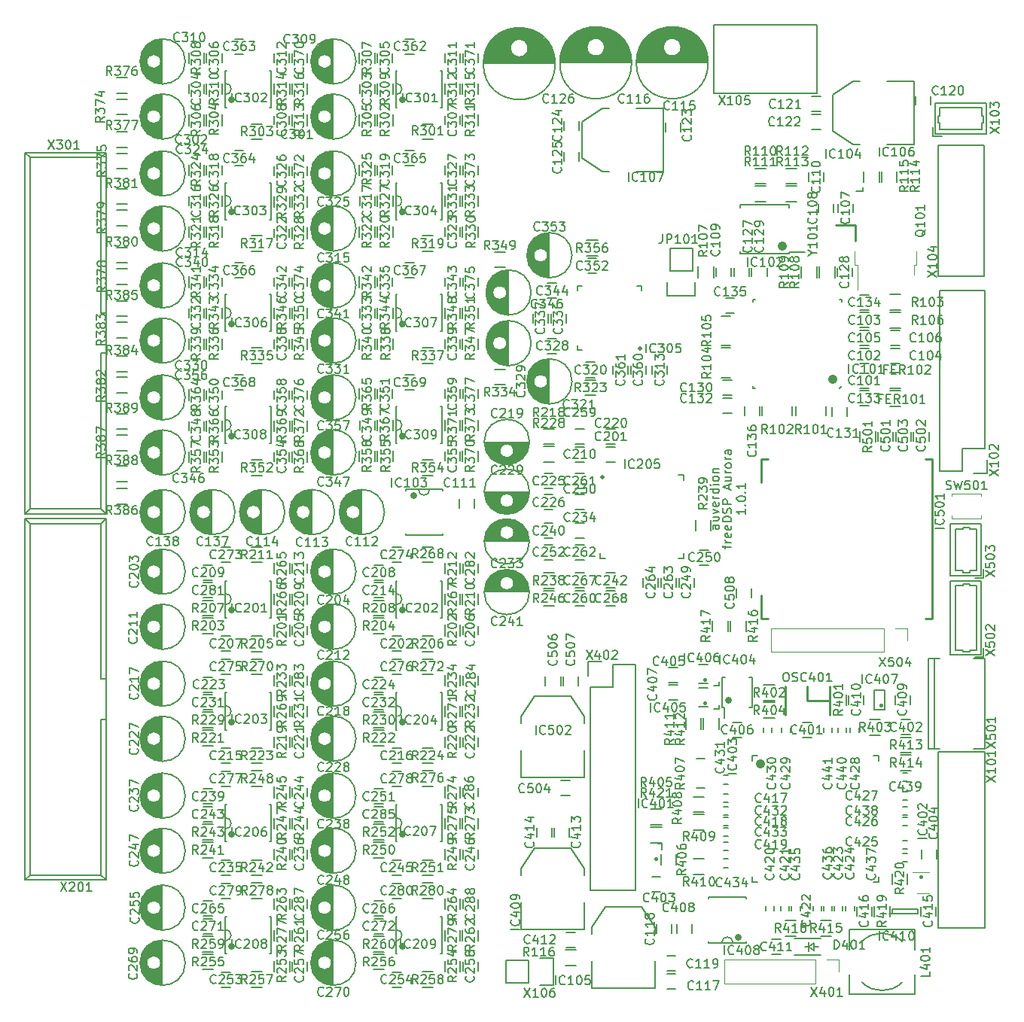
<source format=gto>
G04 #@! TF.GenerationSoftware,KiCad,Pcbnew,(5.1.0-0)*
G04 #@! TF.CreationDate,2019-11-04T21:02:19+01:00*
G04 #@! TF.ProjectId,freeDSP-aurora,66726565-4453-4502-9d61-75726f72612e,rev?*
G04 #@! TF.SameCoordinates,Original*
G04 #@! TF.FileFunction,Legend,Top*
G04 #@! TF.FilePolarity,Positive*
%FSLAX46Y46*%
G04 Gerber Fmt 4.6, Leading zero omitted, Abs format (unit mm)*
G04 Created by KiCad (PCBNEW (5.1.0-0)) date 2019-11-04 21:02:19*
%MOMM*%
%LPD*%
G04 APERTURE LIST*
%ADD10C,0.200000*%
%ADD11C,0.150000*%
%ADD12C,0.750000*%
%ADD13C,0.254000*%
%ADD14C,1.000000*%
%ADD15C,0.500000*%
%ADD16C,0.400000*%
%ADD17C,0.120000*%
G04 APERTURE END LIST*
D10*
X168052380Y-101452380D02*
X167528571Y-101452380D01*
X167433333Y-101500000D01*
X167385714Y-101595238D01*
X167385714Y-101785714D01*
X167433333Y-101880952D01*
X168004761Y-101452380D02*
X168052380Y-101547619D01*
X168052380Y-101785714D01*
X168004761Y-101880952D01*
X167909523Y-101928571D01*
X167814285Y-101928571D01*
X167719047Y-101880952D01*
X167671428Y-101785714D01*
X167671428Y-101547619D01*
X167623809Y-101452380D01*
X167385714Y-100547619D02*
X168052380Y-100547619D01*
X167385714Y-100976190D02*
X167909523Y-100976190D01*
X168004761Y-100928571D01*
X168052380Y-100833333D01*
X168052380Y-100690476D01*
X168004761Y-100595238D01*
X167957142Y-100547619D01*
X167385714Y-100166666D02*
X168052380Y-99928571D01*
X167385714Y-99690476D01*
X168004761Y-98928571D02*
X168052380Y-99023809D01*
X168052380Y-99214285D01*
X168004761Y-99309523D01*
X167909523Y-99357142D01*
X167528571Y-99357142D01*
X167433333Y-99309523D01*
X167385714Y-99214285D01*
X167385714Y-99023809D01*
X167433333Y-98928571D01*
X167528571Y-98880952D01*
X167623809Y-98880952D01*
X167719047Y-99357142D01*
X168052380Y-98452380D02*
X167385714Y-98452380D01*
X167576190Y-98452380D02*
X167480952Y-98404761D01*
X167433333Y-98357142D01*
X167385714Y-98261904D01*
X167385714Y-98166666D01*
X168052380Y-97404761D02*
X167052380Y-97404761D01*
X168004761Y-97404761D02*
X168052380Y-97500000D01*
X168052380Y-97690476D01*
X168004761Y-97785714D01*
X167957142Y-97833333D01*
X167861904Y-97880952D01*
X167576190Y-97880952D01*
X167480952Y-97833333D01*
X167433333Y-97785714D01*
X167385714Y-97690476D01*
X167385714Y-97500000D01*
X167433333Y-97404761D01*
X168052380Y-96928571D02*
X167385714Y-96928571D01*
X167052380Y-96928571D02*
X167100000Y-96976190D01*
X167147619Y-96928571D01*
X167100000Y-96880952D01*
X167052380Y-96928571D01*
X167147619Y-96928571D01*
X168052380Y-96309523D02*
X168004761Y-96404761D01*
X167957142Y-96452380D01*
X167861904Y-96500000D01*
X167576190Y-96500000D01*
X167480952Y-96452380D01*
X167433333Y-96404761D01*
X167385714Y-96309523D01*
X167385714Y-96166666D01*
X167433333Y-96071428D01*
X167480952Y-96023809D01*
X167576190Y-95976190D01*
X167861904Y-95976190D01*
X167957142Y-96023809D01*
X168004761Y-96071428D01*
X168052380Y-96166666D01*
X168052380Y-96309523D01*
X167385714Y-95547619D02*
X168052380Y-95547619D01*
X167480952Y-95547619D02*
X167433333Y-95500000D01*
X167385714Y-95404761D01*
X167385714Y-95261904D01*
X167433333Y-95166666D01*
X167528571Y-95119047D01*
X168052380Y-95119047D01*
X168785714Y-104119047D02*
X168785714Y-103738095D01*
X169452380Y-103976190D02*
X168595238Y-103976190D01*
X168500000Y-103928571D01*
X168452380Y-103833333D01*
X168452380Y-103738095D01*
X169452380Y-103404761D02*
X168785714Y-103404761D01*
X168976190Y-103404761D02*
X168880952Y-103357142D01*
X168833333Y-103309523D01*
X168785714Y-103214285D01*
X168785714Y-103119047D01*
X169404761Y-102404761D02*
X169452380Y-102500000D01*
X169452380Y-102690476D01*
X169404761Y-102785714D01*
X169309523Y-102833333D01*
X168928571Y-102833333D01*
X168833333Y-102785714D01*
X168785714Y-102690476D01*
X168785714Y-102500000D01*
X168833333Y-102404761D01*
X168928571Y-102357142D01*
X169023809Y-102357142D01*
X169119047Y-102833333D01*
X169404761Y-101547619D02*
X169452380Y-101642857D01*
X169452380Y-101833333D01*
X169404761Y-101928571D01*
X169309523Y-101976190D01*
X168928571Y-101976190D01*
X168833333Y-101928571D01*
X168785714Y-101833333D01*
X168785714Y-101642857D01*
X168833333Y-101547619D01*
X168928571Y-101500000D01*
X169023809Y-101500000D01*
X169119047Y-101976190D01*
X169452380Y-101071428D02*
X168452380Y-101071428D01*
X168452380Y-100833333D01*
X168500000Y-100690476D01*
X168595238Y-100595238D01*
X168690476Y-100547619D01*
X168880952Y-100500000D01*
X169023809Y-100500000D01*
X169214285Y-100547619D01*
X169309523Y-100595238D01*
X169404761Y-100690476D01*
X169452380Y-100833333D01*
X169452380Y-101071428D01*
X169404761Y-100119047D02*
X169452380Y-99976190D01*
X169452380Y-99738095D01*
X169404761Y-99642857D01*
X169357142Y-99595238D01*
X169261904Y-99547619D01*
X169166666Y-99547619D01*
X169071428Y-99595238D01*
X169023809Y-99642857D01*
X168976190Y-99738095D01*
X168928571Y-99928571D01*
X168880952Y-100023809D01*
X168833333Y-100071428D01*
X168738095Y-100119047D01*
X168642857Y-100119047D01*
X168547619Y-100071428D01*
X168500000Y-100023809D01*
X168452380Y-99928571D01*
X168452380Y-99690476D01*
X168500000Y-99547619D01*
X169452380Y-99119047D02*
X168452380Y-99119047D01*
X168452380Y-98738095D01*
X168500000Y-98642857D01*
X168547619Y-98595238D01*
X168642857Y-98547619D01*
X168785714Y-98547619D01*
X168880952Y-98595238D01*
X168928571Y-98642857D01*
X168976190Y-98738095D01*
X168976190Y-99119047D01*
X169166666Y-97404761D02*
X169166666Y-96928571D01*
X169452380Y-97500000D02*
X168452380Y-97166666D01*
X169452380Y-96833333D01*
X168785714Y-96071428D02*
X169452380Y-96071428D01*
X168785714Y-96500000D02*
X169309523Y-96500000D01*
X169404761Y-96452380D01*
X169452380Y-96357142D01*
X169452380Y-96214285D01*
X169404761Y-96119047D01*
X169357142Y-96071428D01*
X169452380Y-95595238D02*
X168785714Y-95595238D01*
X168976190Y-95595238D02*
X168880952Y-95547619D01*
X168833333Y-95500000D01*
X168785714Y-95404761D01*
X168785714Y-95309523D01*
X169452380Y-94833333D02*
X169404761Y-94928571D01*
X169357142Y-94976190D01*
X169261904Y-95023809D01*
X168976190Y-95023809D01*
X168880952Y-94976190D01*
X168833333Y-94928571D01*
X168785714Y-94833333D01*
X168785714Y-94690476D01*
X168833333Y-94595238D01*
X168880952Y-94547619D01*
X168976190Y-94500000D01*
X169261904Y-94500000D01*
X169357142Y-94547619D01*
X169404761Y-94595238D01*
X169452380Y-94690476D01*
X169452380Y-94833333D01*
X169452380Y-94071428D02*
X168785714Y-94071428D01*
X168976190Y-94071428D02*
X168880952Y-94023809D01*
X168833333Y-93976190D01*
X168785714Y-93880952D01*
X168785714Y-93785714D01*
X169452380Y-93023809D02*
X168928571Y-93023809D01*
X168833333Y-93071428D01*
X168785714Y-93166666D01*
X168785714Y-93357142D01*
X168833333Y-93452380D01*
X169404761Y-93023809D02*
X169452380Y-93119047D01*
X169452380Y-93357142D01*
X169404761Y-93452380D01*
X169309523Y-93500000D01*
X169214285Y-93500000D01*
X169119047Y-93452380D01*
X169071428Y-93357142D01*
X169071428Y-93119047D01*
X169023809Y-93023809D01*
X171052380Y-99642857D02*
X171052380Y-100214285D01*
X171052380Y-99928571D02*
X170052380Y-99928571D01*
X170195238Y-100023809D01*
X170290476Y-100119047D01*
X170338095Y-100214285D01*
X170957142Y-99214285D02*
X171004761Y-99166666D01*
X171052380Y-99214285D01*
X171004761Y-99261904D01*
X170957142Y-99214285D01*
X171052380Y-99214285D01*
X170052380Y-98547619D02*
X170052380Y-98452380D01*
X170100000Y-98357142D01*
X170147619Y-98309523D01*
X170242857Y-98261904D01*
X170433333Y-98214285D01*
X170671428Y-98214285D01*
X170861904Y-98261904D01*
X170957142Y-98309523D01*
X171004761Y-98357142D01*
X171052380Y-98452380D01*
X171052380Y-98547619D01*
X171004761Y-98642857D01*
X170957142Y-98690476D01*
X170861904Y-98738095D01*
X170671428Y-98785714D01*
X170433333Y-98785714D01*
X170242857Y-98738095D01*
X170147619Y-98690476D01*
X170100000Y-98642857D01*
X170052380Y-98547619D01*
X170957142Y-97785714D02*
X171004761Y-97738095D01*
X171052380Y-97785714D01*
X171004761Y-97833333D01*
X170957142Y-97785714D01*
X171052380Y-97785714D01*
X171052380Y-96785714D02*
X171052380Y-97357142D01*
X171052380Y-97071428D02*
X170052380Y-97071428D01*
X170195238Y-97166666D01*
X170290476Y-97261904D01*
X170338095Y-97357142D01*
D11*
X160400000Y-133425000D02*
X161600000Y-133425000D01*
X161600000Y-135175000D02*
X160400000Y-135175000D01*
D12*
X132395000Y-91400000D02*
G75*
G03X132395000Y-91400000I0J0D01*
G01*
D11*
X136875000Y-92275000D02*
X136875000Y-88125000D01*
X131725000Y-92275000D02*
X131725000Y-88125000D01*
X136875000Y-92275000D02*
X136730000Y-92275000D01*
X136875000Y-88125000D02*
X136730000Y-88125000D01*
X131725000Y-88125000D02*
X131870000Y-88125000D01*
X131725000Y-92275000D02*
X131870000Y-92275000D01*
X131760000Y-90835000D02*
G75*
G03X131760000Y-89565000I0J635000D01*
G01*
D12*
X113195000Y-91400000D02*
G75*
G03X113195000Y-91400000I0J0D01*
G01*
D11*
X117675000Y-92275000D02*
X117675000Y-88125000D01*
X112525000Y-92275000D02*
X112525000Y-88125000D01*
X117675000Y-92275000D02*
X117530000Y-92275000D01*
X117675000Y-88125000D02*
X117530000Y-88125000D01*
X112525000Y-88125000D02*
X112670000Y-88125000D01*
X112525000Y-92275000D02*
X112670000Y-92275000D01*
X112560000Y-90835000D02*
G75*
G03X112560000Y-89565000I0J635000D01*
G01*
D12*
X132395000Y-78800000D02*
G75*
G03X132395000Y-78800000I0J0D01*
G01*
D11*
X136875000Y-79675000D02*
X136875000Y-75525000D01*
X131725000Y-79675000D02*
X131725000Y-75525000D01*
X136875000Y-79675000D02*
X136730000Y-79675000D01*
X136875000Y-75525000D02*
X136730000Y-75525000D01*
X131725000Y-75525000D02*
X131870000Y-75525000D01*
X131725000Y-79675000D02*
X131870000Y-79675000D01*
X131760000Y-78235000D02*
G75*
G03X131760000Y-76965000I0J635000D01*
G01*
D12*
X113195000Y-78800000D02*
G75*
G03X113195000Y-78800000I0J0D01*
G01*
D11*
X117675000Y-79675000D02*
X117675000Y-75525000D01*
X112525000Y-79675000D02*
X112525000Y-75525000D01*
X117675000Y-79675000D02*
X117530000Y-79675000D01*
X117675000Y-75525000D02*
X117530000Y-75525000D01*
X112525000Y-75525000D02*
X112670000Y-75525000D01*
X112525000Y-79675000D02*
X112670000Y-79675000D01*
X112560000Y-78235000D02*
G75*
G03X112560000Y-76965000I0J635000D01*
G01*
D12*
X132395000Y-66200000D02*
G75*
G03X132395000Y-66200000I0J0D01*
G01*
D11*
X136875000Y-67075000D02*
X136875000Y-62925000D01*
X131725000Y-67075000D02*
X131725000Y-62925000D01*
X136875000Y-67075000D02*
X136730000Y-67075000D01*
X136875000Y-62925000D02*
X136730000Y-62925000D01*
X131725000Y-62925000D02*
X131870000Y-62925000D01*
X131725000Y-67075000D02*
X131870000Y-67075000D01*
X131760000Y-65635000D02*
G75*
G03X131760000Y-64365000I0J635000D01*
G01*
D12*
X113195000Y-66200000D02*
G75*
G03X113195000Y-66200000I0J0D01*
G01*
D11*
X117675000Y-67075000D02*
X117675000Y-62925000D01*
X112525000Y-67075000D02*
X112525000Y-62925000D01*
X117675000Y-67075000D02*
X117530000Y-67075000D01*
X117675000Y-62925000D02*
X117530000Y-62925000D01*
X112525000Y-62925000D02*
X112670000Y-62925000D01*
X112525000Y-67075000D02*
X112670000Y-67075000D01*
X112560000Y-65635000D02*
G75*
G03X112560000Y-64365000I0J635000D01*
G01*
D12*
X113195000Y-53600000D02*
G75*
G03X113195000Y-53600000I0J0D01*
G01*
D11*
X117675000Y-54475000D02*
X117675000Y-50325000D01*
X112525000Y-54475000D02*
X112525000Y-50325000D01*
X117675000Y-54475000D02*
X117530000Y-54475000D01*
X117675000Y-50325000D02*
X117530000Y-50325000D01*
X112525000Y-50325000D02*
X112670000Y-50325000D01*
X112525000Y-54475000D02*
X112670000Y-54475000D01*
X112560000Y-53035000D02*
G75*
G03X112560000Y-51765000I0J635000D01*
G01*
D12*
X132395000Y-53600000D02*
G75*
G03X132395000Y-53600000I0J0D01*
G01*
D11*
X136875000Y-54475000D02*
X136875000Y-50325000D01*
X131725000Y-54475000D02*
X131725000Y-50325000D01*
X136875000Y-54475000D02*
X136730000Y-54475000D01*
X136875000Y-50325000D02*
X136730000Y-50325000D01*
X131725000Y-50325000D02*
X131870000Y-50325000D01*
X131725000Y-54475000D02*
X131870000Y-54475000D01*
X131760000Y-53035000D02*
G75*
G03X131760000Y-51765000I0J635000D01*
G01*
D12*
X132395000Y-148800000D02*
G75*
G03X132395000Y-148800000I0J0D01*
G01*
D11*
X136875000Y-149675000D02*
X136875000Y-145525000D01*
X131725000Y-149675000D02*
X131725000Y-145525000D01*
X136875000Y-149675000D02*
X136730000Y-149675000D01*
X136875000Y-145525000D02*
X136730000Y-145525000D01*
X131725000Y-145525000D02*
X131870000Y-145525000D01*
X131725000Y-149675000D02*
X131870000Y-149675000D01*
X131760000Y-148235000D02*
G75*
G03X131760000Y-146965000I0J635000D01*
G01*
D12*
X113195000Y-148800000D02*
G75*
G03X113195000Y-148800000I0J0D01*
G01*
D11*
X117675000Y-149675000D02*
X117675000Y-145525000D01*
X112525000Y-149675000D02*
X112525000Y-145525000D01*
X117675000Y-149675000D02*
X117530000Y-149675000D01*
X117675000Y-145525000D02*
X117530000Y-145525000D01*
X112525000Y-145525000D02*
X112670000Y-145525000D01*
X112525000Y-149675000D02*
X112670000Y-149675000D01*
X112560000Y-148235000D02*
G75*
G03X112560000Y-146965000I0J635000D01*
G01*
D12*
X113195000Y-136200000D02*
G75*
G03X113195000Y-136200000I0J0D01*
G01*
D11*
X117675000Y-137075000D02*
X117675000Y-132925000D01*
X112525000Y-137075000D02*
X112525000Y-132925000D01*
X117675000Y-137075000D02*
X117530000Y-137075000D01*
X117675000Y-132925000D02*
X117530000Y-132925000D01*
X112525000Y-132925000D02*
X112670000Y-132925000D01*
X112525000Y-137075000D02*
X112670000Y-137075000D01*
X112560000Y-135635000D02*
G75*
G03X112560000Y-134365000I0J635000D01*
G01*
D12*
X132395000Y-123600000D02*
G75*
G03X132395000Y-123600000I0J0D01*
G01*
D11*
X136875000Y-124475000D02*
X136875000Y-120325000D01*
X131725000Y-124475000D02*
X131725000Y-120325000D01*
X136875000Y-124475000D02*
X136730000Y-124475000D01*
X136875000Y-120325000D02*
X136730000Y-120325000D01*
X131725000Y-120325000D02*
X131870000Y-120325000D01*
X131725000Y-124475000D02*
X131870000Y-124475000D01*
X131760000Y-123035000D02*
G75*
G03X131760000Y-121765000I0J635000D01*
G01*
D12*
X113195000Y-123600000D02*
G75*
G03X113195000Y-123600000I0J0D01*
G01*
D11*
X117675000Y-124475000D02*
X117675000Y-120325000D01*
X112525000Y-124475000D02*
X112525000Y-120325000D01*
X117675000Y-124475000D02*
X117530000Y-124475000D01*
X117675000Y-120325000D02*
X117530000Y-120325000D01*
X112525000Y-120325000D02*
X112670000Y-120325000D01*
X112525000Y-124475000D02*
X112670000Y-124475000D01*
X112560000Y-123035000D02*
G75*
G03X112560000Y-121765000I0J635000D01*
G01*
D12*
X113195000Y-111000000D02*
G75*
G03X113195000Y-111000000I0J0D01*
G01*
D11*
X117675000Y-111875000D02*
X117675000Y-107725000D01*
X112525000Y-111875000D02*
X112525000Y-107725000D01*
X117675000Y-111875000D02*
X117530000Y-111875000D01*
X117675000Y-107725000D02*
X117530000Y-107725000D01*
X112525000Y-107725000D02*
X112670000Y-107725000D01*
X112525000Y-111875000D02*
X112670000Y-111875000D01*
X112560000Y-110435000D02*
G75*
G03X112560000Y-109165000I0J635000D01*
G01*
D12*
X132395000Y-111000000D02*
G75*
G03X132395000Y-111000000I0J0D01*
G01*
D11*
X136875000Y-111875000D02*
X136875000Y-107725000D01*
X131725000Y-111875000D02*
X131725000Y-107725000D01*
X136875000Y-111875000D02*
X136730000Y-111875000D01*
X136875000Y-107725000D02*
X136730000Y-107725000D01*
X131725000Y-107725000D02*
X131870000Y-107725000D01*
X131725000Y-111875000D02*
X131870000Y-111875000D01*
X131760000Y-110435000D02*
G75*
G03X131760000Y-109165000I0J635000D01*
G01*
D12*
X132395000Y-136200000D02*
G75*
G03X132395000Y-136200000I0J0D01*
G01*
D11*
X136875000Y-137075000D02*
X136875000Y-132925000D01*
X131725000Y-137075000D02*
X131725000Y-132925000D01*
X136875000Y-137075000D02*
X136730000Y-137075000D01*
X136875000Y-132925000D02*
X136730000Y-132925000D01*
X131725000Y-132925000D02*
X131870000Y-132925000D01*
X131725000Y-137075000D02*
X131870000Y-137075000D01*
X131760000Y-135635000D02*
G75*
G03X131760000Y-134365000I0J635000D01*
G01*
D12*
X170200000Y-147805000D02*
G75*
G03X170200000Y-147805000I0J0D01*
G01*
D11*
X171075000Y-143325000D02*
X166925000Y-143325000D01*
X171075000Y-148475000D02*
X166925000Y-148475000D01*
X171075000Y-143325000D02*
X171075000Y-143470000D01*
X166925000Y-143325000D02*
X166925000Y-143470000D01*
X166925000Y-148475000D02*
X166925000Y-148330000D01*
X171075000Y-148475000D02*
X171075000Y-148330000D01*
X169635000Y-148440000D02*
G75*
G03X168365000Y-148440000I-635000J0D01*
G01*
D12*
X133700000Y-98095000D02*
G75*
G03X133700000Y-98095000I0J0D01*
G01*
D11*
X132825000Y-102575000D02*
X136975000Y-102575000D01*
X132825000Y-97425000D02*
X136975000Y-97425000D01*
X132825000Y-102575000D02*
X132825000Y-102430000D01*
X136975000Y-102575000D02*
X136975000Y-102430000D01*
X136975000Y-97425000D02*
X136975000Y-97570000D01*
X132825000Y-97425000D02*
X132825000Y-97570000D01*
X134265000Y-97460000D02*
G75*
G03X135535000Y-97460000I635000J0D01*
G01*
X135900000Y-143475000D02*
X134700000Y-143475000D01*
X134700000Y-141725000D02*
X135900000Y-141725000D01*
X137225000Y-148200000D02*
X137225000Y-147000000D01*
X138975000Y-147000000D02*
X138975000Y-148200000D01*
X116700000Y-143475000D02*
X115500000Y-143475000D01*
X115500000Y-141725000D02*
X116700000Y-141725000D01*
X118025000Y-148200000D02*
X118025000Y-147000000D01*
X119775000Y-147000000D02*
X119775000Y-148200000D01*
X140950000Y-144600000D02*
X140950000Y-143600000D01*
X139250000Y-143600000D02*
X139250000Y-144600000D01*
X120050000Y-143600000D02*
X120050000Y-144600000D01*
X121750000Y-144600000D02*
X121750000Y-143600000D01*
X135900000Y-130875000D02*
X134700000Y-130875000D01*
X134700000Y-129125000D02*
X135900000Y-129125000D01*
X137225000Y-135600000D02*
X137225000Y-134400000D01*
X138975000Y-134400000D02*
X138975000Y-135600000D01*
X138975000Y-130900000D02*
X138975000Y-132100000D01*
X137225000Y-132100000D02*
X137225000Y-130900000D01*
X139225000Y-135600000D02*
X139225000Y-134400000D01*
X140975000Y-134400000D02*
X140975000Y-135600000D01*
X139250000Y-131000000D02*
X139250000Y-132000000D01*
X140950000Y-132000000D02*
X140950000Y-131000000D01*
X129300000Y-134850000D02*
X130300000Y-134850000D01*
X130300000Y-133150000D02*
X129300000Y-133150000D01*
X135900000Y-118275000D02*
X134700000Y-118275000D01*
X134700000Y-116525000D02*
X135900000Y-116525000D01*
X137225000Y-123000000D02*
X137225000Y-121800000D01*
X138975000Y-121800000D02*
X138975000Y-123000000D01*
X116700000Y-118275000D02*
X115500000Y-118275000D01*
X115500000Y-116525000D02*
X116700000Y-116525000D01*
X118025000Y-123000000D02*
X118025000Y-121800000D01*
X119775000Y-121800000D02*
X119775000Y-123000000D01*
X140950000Y-119400000D02*
X140950000Y-118400000D01*
X139250000Y-118400000D02*
X139250000Y-119400000D01*
X120050000Y-118400000D02*
X120050000Y-119400000D01*
X121750000Y-119400000D02*
X121750000Y-118400000D01*
X135900000Y-105675000D02*
X134700000Y-105675000D01*
X134700000Y-103925000D02*
X135900000Y-103925000D01*
X137225000Y-110400000D02*
X137225000Y-109200000D01*
X138975000Y-109200000D02*
X138975000Y-110400000D01*
X139250000Y-105800000D02*
X139250000Y-106800000D01*
X140950000Y-106800000D02*
X140950000Y-105800000D01*
X118025000Y-110400000D02*
X118025000Y-109200000D01*
X119775000Y-109200000D02*
X119775000Y-110400000D01*
X119775000Y-105700000D02*
X119775000Y-106900000D01*
X118025000Y-106900000D02*
X118025000Y-105700000D01*
X111100000Y-107950000D02*
X110100000Y-107950000D01*
X110100000Y-109650000D02*
X111100000Y-109650000D01*
X100300000Y-57225000D02*
X101500000Y-57225000D01*
X101500000Y-58975000D02*
X100300000Y-58975000D01*
X140550000Y-99500000D02*
X140550000Y-98500000D01*
X138850000Y-98500000D02*
X138850000Y-99500000D01*
X139250000Y-86200000D02*
X139250000Y-87200000D01*
X140950000Y-87200000D02*
X140950000Y-86200000D01*
X121750000Y-87300000D02*
X121750000Y-86300000D01*
X120050000Y-86300000D02*
X120050000Y-87300000D01*
X139250000Y-73600000D02*
X139250000Y-74600000D01*
X140950000Y-74600000D02*
X140950000Y-73600000D01*
X121750000Y-74600000D02*
X121750000Y-73600000D01*
X120050000Y-73600000D02*
X120050000Y-74600000D01*
X139250000Y-61000000D02*
X139250000Y-62000000D01*
X140950000Y-62000000D02*
X140950000Y-61000000D01*
X121750000Y-62100000D02*
X121750000Y-61100000D01*
X120050000Y-61100000D02*
X120050000Y-62100000D01*
X139250000Y-48400000D02*
X139250000Y-49400000D01*
X140950000Y-49400000D02*
X140950000Y-48400000D01*
X121750000Y-49400000D02*
X121750000Y-48400000D01*
X120050000Y-48400000D02*
X120050000Y-49400000D01*
X101500000Y-90675000D02*
X100300000Y-90675000D01*
X100300000Y-88925000D02*
X101500000Y-88925000D01*
X101500000Y-96575000D02*
X100300000Y-96575000D01*
X100300000Y-94825000D02*
X101500000Y-94825000D01*
X100300000Y-91325000D02*
X101500000Y-91325000D01*
X101500000Y-93075000D02*
X100300000Y-93075000D01*
X100300000Y-97325000D02*
X101500000Y-97325000D01*
X101500000Y-99075000D02*
X100300000Y-99075000D01*
X101500000Y-77975000D02*
X100300000Y-77975000D01*
X100300000Y-76225000D02*
X101500000Y-76225000D01*
X101500000Y-84175000D02*
X100300000Y-84175000D01*
X100300000Y-82425000D02*
X101500000Y-82425000D01*
X100300000Y-78625000D02*
X101500000Y-78625000D01*
X101500000Y-80375000D02*
X100300000Y-80375000D01*
X100300000Y-84825000D02*
X101500000Y-84825000D01*
X101500000Y-86575000D02*
X100300000Y-86575000D01*
X101500000Y-65375000D02*
X100300000Y-65375000D01*
X100300000Y-63625000D02*
X101500000Y-63625000D01*
X101500000Y-71975000D02*
X100300000Y-71975000D01*
X100300000Y-70225000D02*
X101500000Y-70225000D01*
X100300000Y-66025000D02*
X101500000Y-66025000D01*
X101500000Y-67775000D02*
X100300000Y-67775000D01*
X100300000Y-72625000D02*
X101500000Y-72625000D01*
X101500000Y-74375000D02*
X100300000Y-74375000D01*
X101500000Y-52875000D02*
X100300000Y-52875000D01*
X100300000Y-51125000D02*
X101500000Y-51125000D01*
X100300000Y-59625000D02*
X101500000Y-59625000D01*
X101500000Y-61375000D02*
X100300000Y-61375000D01*
X100300000Y-53525000D02*
X101500000Y-53525000D01*
X101500000Y-55275000D02*
X100300000Y-55275000D01*
X183491340Y-63900000D02*
X184200000Y-63900000D01*
X184200000Y-63900000D02*
X184200000Y-63498680D01*
X124625000Y-89599000D02*
X124625000Y-84601000D01*
X124485000Y-89591000D02*
X124485000Y-87254000D01*
X124485000Y-86946000D02*
X124485000Y-84609000D01*
X124345000Y-89575000D02*
X124345000Y-87573000D01*
X124345000Y-86627000D02*
X124345000Y-84625000D01*
X124205000Y-89551000D02*
X124205000Y-87720000D01*
X124205000Y-86480000D02*
X124205000Y-84649000D01*
X124065000Y-89518000D02*
X124065000Y-87812000D01*
X124065000Y-86388000D02*
X124065000Y-84682000D01*
X123925000Y-89477000D02*
X123925000Y-87868000D01*
X123925000Y-86332000D02*
X123925000Y-84723000D01*
X123785000Y-89427000D02*
X123785000Y-87895000D01*
X123785000Y-86305000D02*
X123785000Y-84773000D01*
X123645000Y-89366000D02*
X123645000Y-87898000D01*
X123645000Y-86302000D02*
X123645000Y-84834000D01*
X123505000Y-89296000D02*
X123505000Y-87876000D01*
X123505000Y-86324000D02*
X123505000Y-84904000D01*
X123365000Y-89214000D02*
X123365000Y-87826000D01*
X123365000Y-86374000D02*
X123365000Y-84986000D01*
X123225000Y-89119000D02*
X123225000Y-87744000D01*
X123225000Y-86456000D02*
X123225000Y-85081000D01*
X123085000Y-89008000D02*
X123085000Y-87612000D01*
X123085000Y-86588000D02*
X123085000Y-85192000D01*
X122945000Y-88880000D02*
X122945000Y-87365000D01*
X122945000Y-86835000D02*
X122945000Y-85320000D01*
X122805000Y-88731000D02*
X122805000Y-85469000D01*
X122665000Y-88552000D02*
X122665000Y-85648000D01*
X122525000Y-88333000D02*
X122525000Y-85867000D01*
X122385000Y-88044000D02*
X122385000Y-86156000D01*
X122245000Y-87572000D02*
X122245000Y-86628000D01*
X124500000Y-87100000D02*
G75*
G03X124500000Y-87100000I-800000J0D01*
G01*
X127237500Y-87100000D02*
G75*
G03X127237500Y-87100000I-2537500J0D01*
G01*
X105425000Y-89599000D02*
X105425000Y-84601000D01*
X105285000Y-89591000D02*
X105285000Y-87254000D01*
X105285000Y-86946000D02*
X105285000Y-84609000D01*
X105145000Y-89575000D02*
X105145000Y-87573000D01*
X105145000Y-86627000D02*
X105145000Y-84625000D01*
X105005000Y-89551000D02*
X105005000Y-87720000D01*
X105005000Y-86480000D02*
X105005000Y-84649000D01*
X104865000Y-89518000D02*
X104865000Y-87812000D01*
X104865000Y-86388000D02*
X104865000Y-84682000D01*
X104725000Y-89477000D02*
X104725000Y-87868000D01*
X104725000Y-86332000D02*
X104725000Y-84723000D01*
X104585000Y-89427000D02*
X104585000Y-87895000D01*
X104585000Y-86305000D02*
X104585000Y-84773000D01*
X104445000Y-89366000D02*
X104445000Y-87898000D01*
X104445000Y-86302000D02*
X104445000Y-84834000D01*
X104305000Y-89296000D02*
X104305000Y-87876000D01*
X104305000Y-86324000D02*
X104305000Y-84904000D01*
X104165000Y-89214000D02*
X104165000Y-87826000D01*
X104165000Y-86374000D02*
X104165000Y-84986000D01*
X104025000Y-89119000D02*
X104025000Y-87744000D01*
X104025000Y-86456000D02*
X104025000Y-85081000D01*
X103885000Y-89008000D02*
X103885000Y-87612000D01*
X103885000Y-86588000D02*
X103885000Y-85192000D01*
X103745000Y-88880000D02*
X103745000Y-87365000D01*
X103745000Y-86835000D02*
X103745000Y-85320000D01*
X103605000Y-88731000D02*
X103605000Y-85469000D01*
X103465000Y-88552000D02*
X103465000Y-85648000D01*
X103325000Y-88333000D02*
X103325000Y-85867000D01*
X103185000Y-88044000D02*
X103185000Y-86156000D01*
X103045000Y-87572000D02*
X103045000Y-86628000D01*
X105300000Y-87100000D02*
G75*
G03X105300000Y-87100000I-800000J0D01*
G01*
X108037500Y-87100000D02*
G75*
G03X108037500Y-87100000I-2537500J0D01*
G01*
X148925000Y-73599000D02*
X148925000Y-68601000D01*
X148785000Y-73591000D02*
X148785000Y-71254000D01*
X148785000Y-70946000D02*
X148785000Y-68609000D01*
X148645000Y-73575000D02*
X148645000Y-71573000D01*
X148645000Y-70627000D02*
X148645000Y-68625000D01*
X148505000Y-73551000D02*
X148505000Y-71720000D01*
X148505000Y-70480000D02*
X148505000Y-68649000D01*
X148365000Y-73518000D02*
X148365000Y-71812000D01*
X148365000Y-70388000D02*
X148365000Y-68682000D01*
X148225000Y-73477000D02*
X148225000Y-71868000D01*
X148225000Y-70332000D02*
X148225000Y-68723000D01*
X148085000Y-73427000D02*
X148085000Y-71895000D01*
X148085000Y-70305000D02*
X148085000Y-68773000D01*
X147945000Y-73366000D02*
X147945000Y-71898000D01*
X147945000Y-70302000D02*
X147945000Y-68834000D01*
X147805000Y-73296000D02*
X147805000Y-71876000D01*
X147805000Y-70324000D02*
X147805000Y-68904000D01*
X147665000Y-73214000D02*
X147665000Y-71826000D01*
X147665000Y-70374000D02*
X147665000Y-68986000D01*
X147525000Y-73119000D02*
X147525000Y-71744000D01*
X147525000Y-70456000D02*
X147525000Y-69081000D01*
X147385000Y-73008000D02*
X147385000Y-71612000D01*
X147385000Y-70588000D02*
X147385000Y-69192000D01*
X147245000Y-72880000D02*
X147245000Y-71365000D01*
X147245000Y-70835000D02*
X147245000Y-69320000D01*
X147105000Y-72731000D02*
X147105000Y-69469000D01*
X146965000Y-72552000D02*
X146965000Y-69648000D01*
X146825000Y-72333000D02*
X146825000Y-69867000D01*
X146685000Y-72044000D02*
X146685000Y-70156000D01*
X146545000Y-71572000D02*
X146545000Y-70628000D01*
X148800000Y-71100000D02*
G75*
G03X148800000Y-71100000I-800000J0D01*
G01*
X151537500Y-71100000D02*
G75*
G03X151537500Y-71100000I-2537500J0D01*
G01*
X124625000Y-95799000D02*
X124625000Y-90801000D01*
X124485000Y-95791000D02*
X124485000Y-93454000D01*
X124485000Y-93146000D02*
X124485000Y-90809000D01*
X124345000Y-95775000D02*
X124345000Y-93773000D01*
X124345000Y-92827000D02*
X124345000Y-90825000D01*
X124205000Y-95751000D02*
X124205000Y-93920000D01*
X124205000Y-92680000D02*
X124205000Y-90849000D01*
X124065000Y-95718000D02*
X124065000Y-94012000D01*
X124065000Y-92588000D02*
X124065000Y-90882000D01*
X123925000Y-95677000D02*
X123925000Y-94068000D01*
X123925000Y-92532000D02*
X123925000Y-90923000D01*
X123785000Y-95627000D02*
X123785000Y-94095000D01*
X123785000Y-92505000D02*
X123785000Y-90973000D01*
X123645000Y-95566000D02*
X123645000Y-94098000D01*
X123645000Y-92502000D02*
X123645000Y-91034000D01*
X123505000Y-95496000D02*
X123505000Y-94076000D01*
X123505000Y-92524000D02*
X123505000Y-91104000D01*
X123365000Y-95414000D02*
X123365000Y-94026000D01*
X123365000Y-92574000D02*
X123365000Y-91186000D01*
X123225000Y-95319000D02*
X123225000Y-93944000D01*
X123225000Y-92656000D02*
X123225000Y-91281000D01*
X123085000Y-95208000D02*
X123085000Y-93812000D01*
X123085000Y-92788000D02*
X123085000Y-91392000D01*
X122945000Y-95080000D02*
X122945000Y-93565000D01*
X122945000Y-93035000D02*
X122945000Y-91520000D01*
X122805000Y-94931000D02*
X122805000Y-91669000D01*
X122665000Y-94752000D02*
X122665000Y-91848000D01*
X122525000Y-94533000D02*
X122525000Y-92067000D01*
X122385000Y-94244000D02*
X122385000Y-92356000D01*
X122245000Y-93772000D02*
X122245000Y-92828000D01*
X124500000Y-93300000D02*
G75*
G03X124500000Y-93300000I-800000J0D01*
G01*
X127237500Y-93300000D02*
G75*
G03X127237500Y-93300000I-2537500J0D01*
G01*
X105425000Y-95799000D02*
X105425000Y-90801000D01*
X105285000Y-95791000D02*
X105285000Y-93454000D01*
X105285000Y-93146000D02*
X105285000Y-90809000D01*
X105145000Y-95775000D02*
X105145000Y-93773000D01*
X105145000Y-92827000D02*
X105145000Y-90825000D01*
X105005000Y-95751000D02*
X105005000Y-93920000D01*
X105005000Y-92680000D02*
X105005000Y-90849000D01*
X104865000Y-95718000D02*
X104865000Y-94012000D01*
X104865000Y-92588000D02*
X104865000Y-90882000D01*
X104725000Y-95677000D02*
X104725000Y-94068000D01*
X104725000Y-92532000D02*
X104725000Y-90923000D01*
X104585000Y-95627000D02*
X104585000Y-94095000D01*
X104585000Y-92505000D02*
X104585000Y-90973000D01*
X104445000Y-95566000D02*
X104445000Y-94098000D01*
X104445000Y-92502000D02*
X104445000Y-91034000D01*
X104305000Y-95496000D02*
X104305000Y-94076000D01*
X104305000Y-92524000D02*
X104305000Y-91104000D01*
X104165000Y-95414000D02*
X104165000Y-94026000D01*
X104165000Y-92574000D02*
X104165000Y-91186000D01*
X104025000Y-95319000D02*
X104025000Y-93944000D01*
X104025000Y-92656000D02*
X104025000Y-91281000D01*
X103885000Y-95208000D02*
X103885000Y-93812000D01*
X103885000Y-92788000D02*
X103885000Y-91392000D01*
X103745000Y-95080000D02*
X103745000Y-93565000D01*
X103745000Y-93035000D02*
X103745000Y-91520000D01*
X103605000Y-94931000D02*
X103605000Y-91669000D01*
X103465000Y-94752000D02*
X103465000Y-91848000D01*
X103325000Y-94533000D02*
X103325000Y-92067000D01*
X103185000Y-94244000D02*
X103185000Y-92356000D01*
X103045000Y-93772000D02*
X103045000Y-92828000D01*
X105300000Y-93300000D02*
G75*
G03X105300000Y-93300000I-800000J0D01*
G01*
X108037500Y-93300000D02*
G75*
G03X108037500Y-93300000I-2537500J0D01*
G01*
X144325000Y-77799000D02*
X144325000Y-72801000D01*
X144185000Y-77791000D02*
X144185000Y-75454000D01*
X144185000Y-75146000D02*
X144185000Y-72809000D01*
X144045000Y-77775000D02*
X144045000Y-75773000D01*
X144045000Y-74827000D02*
X144045000Y-72825000D01*
X143905000Y-77751000D02*
X143905000Y-75920000D01*
X143905000Y-74680000D02*
X143905000Y-72849000D01*
X143765000Y-77718000D02*
X143765000Y-76012000D01*
X143765000Y-74588000D02*
X143765000Y-72882000D01*
X143625000Y-77677000D02*
X143625000Y-76068000D01*
X143625000Y-74532000D02*
X143625000Y-72923000D01*
X143485000Y-77627000D02*
X143485000Y-76095000D01*
X143485000Y-74505000D02*
X143485000Y-72973000D01*
X143345000Y-77566000D02*
X143345000Y-76098000D01*
X143345000Y-74502000D02*
X143345000Y-73034000D01*
X143205000Y-77496000D02*
X143205000Y-76076000D01*
X143205000Y-74524000D02*
X143205000Y-73104000D01*
X143065000Y-77414000D02*
X143065000Y-76026000D01*
X143065000Y-74574000D02*
X143065000Y-73186000D01*
X142925000Y-77319000D02*
X142925000Y-75944000D01*
X142925000Y-74656000D02*
X142925000Y-73281000D01*
X142785000Y-77208000D02*
X142785000Y-75812000D01*
X142785000Y-74788000D02*
X142785000Y-73392000D01*
X142645000Y-77080000D02*
X142645000Y-75565000D01*
X142645000Y-75035000D02*
X142645000Y-73520000D01*
X142505000Y-76931000D02*
X142505000Y-73669000D01*
X142365000Y-76752000D02*
X142365000Y-73848000D01*
X142225000Y-76533000D02*
X142225000Y-74067000D01*
X142085000Y-76244000D02*
X142085000Y-74356000D01*
X141945000Y-75772000D02*
X141945000Y-74828000D01*
X144200000Y-75300000D02*
G75*
G03X144200000Y-75300000I-800000J0D01*
G01*
X146937500Y-75300000D02*
G75*
G03X146937500Y-75300000I-2537500J0D01*
G01*
X124625000Y-76999000D02*
X124625000Y-72001000D01*
X124485000Y-76991000D02*
X124485000Y-74654000D01*
X124485000Y-74346000D02*
X124485000Y-72009000D01*
X124345000Y-76975000D02*
X124345000Y-74973000D01*
X124345000Y-74027000D02*
X124345000Y-72025000D01*
X124205000Y-76951000D02*
X124205000Y-75120000D01*
X124205000Y-73880000D02*
X124205000Y-72049000D01*
X124065000Y-76918000D02*
X124065000Y-75212000D01*
X124065000Y-73788000D02*
X124065000Y-72082000D01*
X123925000Y-76877000D02*
X123925000Y-75268000D01*
X123925000Y-73732000D02*
X123925000Y-72123000D01*
X123785000Y-76827000D02*
X123785000Y-75295000D01*
X123785000Y-73705000D02*
X123785000Y-72173000D01*
X123645000Y-76766000D02*
X123645000Y-75298000D01*
X123645000Y-73702000D02*
X123645000Y-72234000D01*
X123505000Y-76696000D02*
X123505000Y-75276000D01*
X123505000Y-73724000D02*
X123505000Y-72304000D01*
X123365000Y-76614000D02*
X123365000Y-75226000D01*
X123365000Y-73774000D02*
X123365000Y-72386000D01*
X123225000Y-76519000D02*
X123225000Y-75144000D01*
X123225000Y-73856000D02*
X123225000Y-72481000D01*
X123085000Y-76408000D02*
X123085000Y-75012000D01*
X123085000Y-73988000D02*
X123085000Y-72592000D01*
X122945000Y-76280000D02*
X122945000Y-74765000D01*
X122945000Y-74235000D02*
X122945000Y-72720000D01*
X122805000Y-76131000D02*
X122805000Y-72869000D01*
X122665000Y-75952000D02*
X122665000Y-73048000D01*
X122525000Y-75733000D02*
X122525000Y-73267000D01*
X122385000Y-75444000D02*
X122385000Y-73556000D01*
X122245000Y-74972000D02*
X122245000Y-74028000D01*
X124500000Y-74500000D02*
G75*
G03X124500000Y-74500000I-800000J0D01*
G01*
X127237500Y-74500000D02*
G75*
G03X127237500Y-74500000I-2537500J0D01*
G01*
X105425000Y-76999000D02*
X105425000Y-72001000D01*
X105285000Y-76991000D02*
X105285000Y-74654000D01*
X105285000Y-74346000D02*
X105285000Y-72009000D01*
X105145000Y-76975000D02*
X105145000Y-74973000D01*
X105145000Y-74027000D02*
X105145000Y-72025000D01*
X105005000Y-76951000D02*
X105005000Y-75120000D01*
X105005000Y-73880000D02*
X105005000Y-72049000D01*
X104865000Y-76918000D02*
X104865000Y-75212000D01*
X104865000Y-73788000D02*
X104865000Y-72082000D01*
X104725000Y-76877000D02*
X104725000Y-75268000D01*
X104725000Y-73732000D02*
X104725000Y-72123000D01*
X104585000Y-76827000D02*
X104585000Y-75295000D01*
X104585000Y-73705000D02*
X104585000Y-72173000D01*
X104445000Y-76766000D02*
X104445000Y-75298000D01*
X104445000Y-73702000D02*
X104445000Y-72234000D01*
X104305000Y-76696000D02*
X104305000Y-75276000D01*
X104305000Y-73724000D02*
X104305000Y-72304000D01*
X104165000Y-76614000D02*
X104165000Y-75226000D01*
X104165000Y-73774000D02*
X104165000Y-72386000D01*
X104025000Y-76519000D02*
X104025000Y-75144000D01*
X104025000Y-73856000D02*
X104025000Y-72481000D01*
X103885000Y-76408000D02*
X103885000Y-75012000D01*
X103885000Y-73988000D02*
X103885000Y-72592000D01*
X103745000Y-76280000D02*
X103745000Y-74765000D01*
X103745000Y-74235000D02*
X103745000Y-72720000D01*
X103605000Y-76131000D02*
X103605000Y-72869000D01*
X103465000Y-75952000D02*
X103465000Y-73048000D01*
X103325000Y-75733000D02*
X103325000Y-73267000D01*
X103185000Y-75444000D02*
X103185000Y-73556000D01*
X103045000Y-74972000D02*
X103045000Y-74028000D01*
X105300000Y-74500000D02*
G75*
G03X105300000Y-74500000I-800000J0D01*
G01*
X108037500Y-74500000D02*
G75*
G03X108037500Y-74500000I-2537500J0D01*
G01*
X124625000Y-83199000D02*
X124625000Y-78201000D01*
X124485000Y-83191000D02*
X124485000Y-80854000D01*
X124485000Y-80546000D02*
X124485000Y-78209000D01*
X124345000Y-83175000D02*
X124345000Y-81173000D01*
X124345000Y-80227000D02*
X124345000Y-78225000D01*
X124205000Y-83151000D02*
X124205000Y-81320000D01*
X124205000Y-80080000D02*
X124205000Y-78249000D01*
X124065000Y-83118000D02*
X124065000Y-81412000D01*
X124065000Y-79988000D02*
X124065000Y-78282000D01*
X123925000Y-83077000D02*
X123925000Y-81468000D01*
X123925000Y-79932000D02*
X123925000Y-78323000D01*
X123785000Y-83027000D02*
X123785000Y-81495000D01*
X123785000Y-79905000D02*
X123785000Y-78373000D01*
X123645000Y-82966000D02*
X123645000Y-81498000D01*
X123645000Y-79902000D02*
X123645000Y-78434000D01*
X123505000Y-82896000D02*
X123505000Y-81476000D01*
X123505000Y-79924000D02*
X123505000Y-78504000D01*
X123365000Y-82814000D02*
X123365000Y-81426000D01*
X123365000Y-79974000D02*
X123365000Y-78586000D01*
X123225000Y-82719000D02*
X123225000Y-81344000D01*
X123225000Y-80056000D02*
X123225000Y-78681000D01*
X123085000Y-82608000D02*
X123085000Y-81212000D01*
X123085000Y-80188000D02*
X123085000Y-78792000D01*
X122945000Y-82480000D02*
X122945000Y-80965000D01*
X122945000Y-80435000D02*
X122945000Y-78920000D01*
X122805000Y-82331000D02*
X122805000Y-79069000D01*
X122665000Y-82152000D02*
X122665000Y-79248000D01*
X122525000Y-81933000D02*
X122525000Y-79467000D01*
X122385000Y-81644000D02*
X122385000Y-79756000D01*
X122245000Y-81172000D02*
X122245000Y-80228000D01*
X124500000Y-80700000D02*
G75*
G03X124500000Y-80700000I-800000J0D01*
G01*
X127237500Y-80700000D02*
G75*
G03X127237500Y-80700000I-2537500J0D01*
G01*
X105425000Y-83199000D02*
X105425000Y-78201000D01*
X105285000Y-83191000D02*
X105285000Y-80854000D01*
X105285000Y-80546000D02*
X105285000Y-78209000D01*
X105145000Y-83175000D02*
X105145000Y-81173000D01*
X105145000Y-80227000D02*
X105145000Y-78225000D01*
X105005000Y-83151000D02*
X105005000Y-81320000D01*
X105005000Y-80080000D02*
X105005000Y-78249000D01*
X104865000Y-83118000D02*
X104865000Y-81412000D01*
X104865000Y-79988000D02*
X104865000Y-78282000D01*
X104725000Y-83077000D02*
X104725000Y-81468000D01*
X104725000Y-79932000D02*
X104725000Y-78323000D01*
X104585000Y-83027000D02*
X104585000Y-81495000D01*
X104585000Y-79905000D02*
X104585000Y-78373000D01*
X104445000Y-82966000D02*
X104445000Y-81498000D01*
X104445000Y-79902000D02*
X104445000Y-78434000D01*
X104305000Y-82896000D02*
X104305000Y-81476000D01*
X104305000Y-79924000D02*
X104305000Y-78504000D01*
X104165000Y-82814000D02*
X104165000Y-81426000D01*
X104165000Y-79974000D02*
X104165000Y-78586000D01*
X104025000Y-82719000D02*
X104025000Y-81344000D01*
X104025000Y-80056000D02*
X104025000Y-78681000D01*
X103885000Y-82608000D02*
X103885000Y-81212000D01*
X103885000Y-80188000D02*
X103885000Y-78792000D01*
X103745000Y-82480000D02*
X103745000Y-80965000D01*
X103745000Y-80435000D02*
X103745000Y-78920000D01*
X103605000Y-82331000D02*
X103605000Y-79069000D01*
X103465000Y-82152000D02*
X103465000Y-79248000D01*
X103325000Y-81933000D02*
X103325000Y-79467000D01*
X103185000Y-81644000D02*
X103185000Y-79756000D01*
X103045000Y-81172000D02*
X103045000Y-80228000D01*
X105300000Y-80700000D02*
G75*
G03X105300000Y-80700000I-800000J0D01*
G01*
X108037500Y-80700000D02*
G75*
G03X108037500Y-80700000I-2537500J0D01*
G01*
X144325000Y-83499000D02*
X144325000Y-78501000D01*
X144185000Y-83491000D02*
X144185000Y-81154000D01*
X144185000Y-80846000D02*
X144185000Y-78509000D01*
X144045000Y-83475000D02*
X144045000Y-81473000D01*
X144045000Y-80527000D02*
X144045000Y-78525000D01*
X143905000Y-83451000D02*
X143905000Y-81620000D01*
X143905000Y-80380000D02*
X143905000Y-78549000D01*
X143765000Y-83418000D02*
X143765000Y-81712000D01*
X143765000Y-80288000D02*
X143765000Y-78582000D01*
X143625000Y-83377000D02*
X143625000Y-81768000D01*
X143625000Y-80232000D02*
X143625000Y-78623000D01*
X143485000Y-83327000D02*
X143485000Y-81795000D01*
X143485000Y-80205000D02*
X143485000Y-78673000D01*
X143345000Y-83266000D02*
X143345000Y-81798000D01*
X143345000Y-80202000D02*
X143345000Y-78734000D01*
X143205000Y-83196000D02*
X143205000Y-81776000D01*
X143205000Y-80224000D02*
X143205000Y-78804000D01*
X143065000Y-83114000D02*
X143065000Y-81726000D01*
X143065000Y-80274000D02*
X143065000Y-78886000D01*
X142925000Y-83019000D02*
X142925000Y-81644000D01*
X142925000Y-80356000D02*
X142925000Y-78981000D01*
X142785000Y-82908000D02*
X142785000Y-81512000D01*
X142785000Y-80488000D02*
X142785000Y-79092000D01*
X142645000Y-82780000D02*
X142645000Y-81265000D01*
X142645000Y-80735000D02*
X142645000Y-79220000D01*
X142505000Y-82631000D02*
X142505000Y-79369000D01*
X142365000Y-82452000D02*
X142365000Y-79548000D01*
X142225000Y-82233000D02*
X142225000Y-79767000D01*
X142085000Y-81944000D02*
X142085000Y-80056000D01*
X141945000Y-81472000D02*
X141945000Y-80528000D01*
X144200000Y-81000000D02*
G75*
G03X144200000Y-81000000I-800000J0D01*
G01*
X146937500Y-81000000D02*
G75*
G03X146937500Y-81000000I-2537500J0D01*
G01*
X124625000Y-64399000D02*
X124625000Y-59401000D01*
X124485000Y-64391000D02*
X124485000Y-62054000D01*
X124485000Y-61746000D02*
X124485000Y-59409000D01*
X124345000Y-64375000D02*
X124345000Y-62373000D01*
X124345000Y-61427000D02*
X124345000Y-59425000D01*
X124205000Y-64351000D02*
X124205000Y-62520000D01*
X124205000Y-61280000D02*
X124205000Y-59449000D01*
X124065000Y-64318000D02*
X124065000Y-62612000D01*
X124065000Y-61188000D02*
X124065000Y-59482000D01*
X123925000Y-64277000D02*
X123925000Y-62668000D01*
X123925000Y-61132000D02*
X123925000Y-59523000D01*
X123785000Y-64227000D02*
X123785000Y-62695000D01*
X123785000Y-61105000D02*
X123785000Y-59573000D01*
X123645000Y-64166000D02*
X123645000Y-62698000D01*
X123645000Y-61102000D02*
X123645000Y-59634000D01*
X123505000Y-64096000D02*
X123505000Y-62676000D01*
X123505000Y-61124000D02*
X123505000Y-59704000D01*
X123365000Y-64014000D02*
X123365000Y-62626000D01*
X123365000Y-61174000D02*
X123365000Y-59786000D01*
X123225000Y-63919000D02*
X123225000Y-62544000D01*
X123225000Y-61256000D02*
X123225000Y-59881000D01*
X123085000Y-63808000D02*
X123085000Y-62412000D01*
X123085000Y-61388000D02*
X123085000Y-59992000D01*
X122945000Y-63680000D02*
X122945000Y-62165000D01*
X122945000Y-61635000D02*
X122945000Y-60120000D01*
X122805000Y-63531000D02*
X122805000Y-60269000D01*
X122665000Y-63352000D02*
X122665000Y-60448000D01*
X122525000Y-63133000D02*
X122525000Y-60667000D01*
X122385000Y-62844000D02*
X122385000Y-60956000D01*
X122245000Y-62372000D02*
X122245000Y-61428000D01*
X124500000Y-61900000D02*
G75*
G03X124500000Y-61900000I-800000J0D01*
G01*
X127237500Y-61900000D02*
G75*
G03X127237500Y-61900000I-2537500J0D01*
G01*
X105425000Y-64399000D02*
X105425000Y-59401000D01*
X105285000Y-64391000D02*
X105285000Y-62054000D01*
X105285000Y-61746000D02*
X105285000Y-59409000D01*
X105145000Y-64375000D02*
X105145000Y-62373000D01*
X105145000Y-61427000D02*
X105145000Y-59425000D01*
X105005000Y-64351000D02*
X105005000Y-62520000D01*
X105005000Y-61280000D02*
X105005000Y-59449000D01*
X104865000Y-64318000D02*
X104865000Y-62612000D01*
X104865000Y-61188000D02*
X104865000Y-59482000D01*
X104725000Y-64277000D02*
X104725000Y-62668000D01*
X104725000Y-61132000D02*
X104725000Y-59523000D01*
X104585000Y-64227000D02*
X104585000Y-62695000D01*
X104585000Y-61105000D02*
X104585000Y-59573000D01*
X104445000Y-64166000D02*
X104445000Y-62698000D01*
X104445000Y-61102000D02*
X104445000Y-59634000D01*
X104305000Y-64096000D02*
X104305000Y-62676000D01*
X104305000Y-61124000D02*
X104305000Y-59704000D01*
X104165000Y-64014000D02*
X104165000Y-62626000D01*
X104165000Y-61174000D02*
X104165000Y-59786000D01*
X104025000Y-63919000D02*
X104025000Y-62544000D01*
X104025000Y-61256000D02*
X104025000Y-59881000D01*
X103885000Y-63808000D02*
X103885000Y-62412000D01*
X103885000Y-61388000D02*
X103885000Y-59992000D01*
X103745000Y-63680000D02*
X103745000Y-62165000D01*
X103745000Y-61635000D02*
X103745000Y-60120000D01*
X103605000Y-63531000D02*
X103605000Y-60269000D01*
X103465000Y-63352000D02*
X103465000Y-60448000D01*
X103325000Y-63133000D02*
X103325000Y-60667000D01*
X103185000Y-62844000D02*
X103185000Y-60956000D01*
X103045000Y-62372000D02*
X103045000Y-61428000D01*
X105300000Y-61900000D02*
G75*
G03X105300000Y-61900000I-800000J0D01*
G01*
X108037500Y-61900000D02*
G75*
G03X108037500Y-61900000I-2537500J0D01*
G01*
X148925000Y-87799000D02*
X148925000Y-82801000D01*
X148785000Y-87791000D02*
X148785000Y-85454000D01*
X148785000Y-85146000D02*
X148785000Y-82809000D01*
X148645000Y-87775000D02*
X148645000Y-85773000D01*
X148645000Y-84827000D02*
X148645000Y-82825000D01*
X148505000Y-87751000D02*
X148505000Y-85920000D01*
X148505000Y-84680000D02*
X148505000Y-82849000D01*
X148365000Y-87718000D02*
X148365000Y-86012000D01*
X148365000Y-84588000D02*
X148365000Y-82882000D01*
X148225000Y-87677000D02*
X148225000Y-86068000D01*
X148225000Y-84532000D02*
X148225000Y-82923000D01*
X148085000Y-87627000D02*
X148085000Y-86095000D01*
X148085000Y-84505000D02*
X148085000Y-82973000D01*
X147945000Y-87566000D02*
X147945000Y-86098000D01*
X147945000Y-84502000D02*
X147945000Y-83034000D01*
X147805000Y-87496000D02*
X147805000Y-86076000D01*
X147805000Y-84524000D02*
X147805000Y-83104000D01*
X147665000Y-87414000D02*
X147665000Y-86026000D01*
X147665000Y-84574000D02*
X147665000Y-83186000D01*
X147525000Y-87319000D02*
X147525000Y-85944000D01*
X147525000Y-84656000D02*
X147525000Y-83281000D01*
X147385000Y-87208000D02*
X147385000Y-85812000D01*
X147385000Y-84788000D02*
X147385000Y-83392000D01*
X147245000Y-87080000D02*
X147245000Y-85565000D01*
X147245000Y-85035000D02*
X147245000Y-83520000D01*
X147105000Y-86931000D02*
X147105000Y-83669000D01*
X146965000Y-86752000D02*
X146965000Y-83848000D01*
X146825000Y-86533000D02*
X146825000Y-84067000D01*
X146685000Y-86244000D02*
X146685000Y-84356000D01*
X146545000Y-85772000D02*
X146545000Y-84828000D01*
X148800000Y-85300000D02*
G75*
G03X148800000Y-85300000I-800000J0D01*
G01*
X151537500Y-85300000D02*
G75*
G03X151537500Y-85300000I-2537500J0D01*
G01*
X124625000Y-70599000D02*
X124625000Y-65601000D01*
X124485000Y-70591000D02*
X124485000Y-68254000D01*
X124485000Y-67946000D02*
X124485000Y-65609000D01*
X124345000Y-70575000D02*
X124345000Y-68573000D01*
X124345000Y-67627000D02*
X124345000Y-65625000D01*
X124205000Y-70551000D02*
X124205000Y-68720000D01*
X124205000Y-67480000D02*
X124205000Y-65649000D01*
X124065000Y-70518000D02*
X124065000Y-68812000D01*
X124065000Y-67388000D02*
X124065000Y-65682000D01*
X123925000Y-70477000D02*
X123925000Y-68868000D01*
X123925000Y-67332000D02*
X123925000Y-65723000D01*
X123785000Y-70427000D02*
X123785000Y-68895000D01*
X123785000Y-67305000D02*
X123785000Y-65773000D01*
X123645000Y-70366000D02*
X123645000Y-68898000D01*
X123645000Y-67302000D02*
X123645000Y-65834000D01*
X123505000Y-70296000D02*
X123505000Y-68876000D01*
X123505000Y-67324000D02*
X123505000Y-65904000D01*
X123365000Y-70214000D02*
X123365000Y-68826000D01*
X123365000Y-67374000D02*
X123365000Y-65986000D01*
X123225000Y-70119000D02*
X123225000Y-68744000D01*
X123225000Y-67456000D02*
X123225000Y-66081000D01*
X123085000Y-70008000D02*
X123085000Y-68612000D01*
X123085000Y-67588000D02*
X123085000Y-66192000D01*
X122945000Y-69880000D02*
X122945000Y-68365000D01*
X122945000Y-67835000D02*
X122945000Y-66320000D01*
X122805000Y-69731000D02*
X122805000Y-66469000D01*
X122665000Y-69552000D02*
X122665000Y-66648000D01*
X122525000Y-69333000D02*
X122525000Y-66867000D01*
X122385000Y-69044000D02*
X122385000Y-67156000D01*
X122245000Y-68572000D02*
X122245000Y-67628000D01*
X124500000Y-68100000D02*
G75*
G03X124500000Y-68100000I-800000J0D01*
G01*
X127237500Y-68100000D02*
G75*
G03X127237500Y-68100000I-2537500J0D01*
G01*
X105425000Y-70599000D02*
X105425000Y-65601000D01*
X105285000Y-70591000D02*
X105285000Y-68254000D01*
X105285000Y-67946000D02*
X105285000Y-65609000D01*
X105145000Y-70575000D02*
X105145000Y-68573000D01*
X105145000Y-67627000D02*
X105145000Y-65625000D01*
X105005000Y-70551000D02*
X105005000Y-68720000D01*
X105005000Y-67480000D02*
X105005000Y-65649000D01*
X104865000Y-70518000D02*
X104865000Y-68812000D01*
X104865000Y-67388000D02*
X104865000Y-65682000D01*
X104725000Y-70477000D02*
X104725000Y-68868000D01*
X104725000Y-67332000D02*
X104725000Y-65723000D01*
X104585000Y-70427000D02*
X104585000Y-68895000D01*
X104585000Y-67305000D02*
X104585000Y-65773000D01*
X104445000Y-70366000D02*
X104445000Y-68898000D01*
X104445000Y-67302000D02*
X104445000Y-65834000D01*
X104305000Y-70296000D02*
X104305000Y-68876000D01*
X104305000Y-67324000D02*
X104305000Y-65904000D01*
X104165000Y-70214000D02*
X104165000Y-68826000D01*
X104165000Y-67374000D02*
X104165000Y-65986000D01*
X104025000Y-70119000D02*
X104025000Y-68744000D01*
X104025000Y-67456000D02*
X104025000Y-66081000D01*
X103885000Y-70008000D02*
X103885000Y-68612000D01*
X103885000Y-67588000D02*
X103885000Y-66192000D01*
X103745000Y-69880000D02*
X103745000Y-68365000D01*
X103745000Y-67835000D02*
X103745000Y-66320000D01*
X103605000Y-69731000D02*
X103605000Y-66469000D01*
X103465000Y-69552000D02*
X103465000Y-66648000D01*
X103325000Y-69333000D02*
X103325000Y-66867000D01*
X103185000Y-69044000D02*
X103185000Y-67156000D01*
X103045000Y-68572000D02*
X103045000Y-67628000D01*
X105300000Y-68100000D02*
G75*
G03X105300000Y-68100000I-800000J0D01*
G01*
X108037500Y-68100000D02*
G75*
G03X108037500Y-68100000I-2537500J0D01*
G01*
X105425000Y-51799000D02*
X105425000Y-46801000D01*
X105285000Y-51791000D02*
X105285000Y-49454000D01*
X105285000Y-49146000D02*
X105285000Y-46809000D01*
X105145000Y-51775000D02*
X105145000Y-49773000D01*
X105145000Y-48827000D02*
X105145000Y-46825000D01*
X105005000Y-51751000D02*
X105005000Y-49920000D01*
X105005000Y-48680000D02*
X105005000Y-46849000D01*
X104865000Y-51718000D02*
X104865000Y-50012000D01*
X104865000Y-48588000D02*
X104865000Y-46882000D01*
X104725000Y-51677000D02*
X104725000Y-50068000D01*
X104725000Y-48532000D02*
X104725000Y-46923000D01*
X104585000Y-51627000D02*
X104585000Y-50095000D01*
X104585000Y-48505000D02*
X104585000Y-46973000D01*
X104445000Y-51566000D02*
X104445000Y-50098000D01*
X104445000Y-48502000D02*
X104445000Y-47034000D01*
X104305000Y-51496000D02*
X104305000Y-50076000D01*
X104305000Y-48524000D02*
X104305000Y-47104000D01*
X104165000Y-51414000D02*
X104165000Y-50026000D01*
X104165000Y-48574000D02*
X104165000Y-47186000D01*
X104025000Y-51319000D02*
X104025000Y-49944000D01*
X104025000Y-48656000D02*
X104025000Y-47281000D01*
X103885000Y-51208000D02*
X103885000Y-49812000D01*
X103885000Y-48788000D02*
X103885000Y-47392000D01*
X103745000Y-51080000D02*
X103745000Y-49565000D01*
X103745000Y-49035000D02*
X103745000Y-47520000D01*
X103605000Y-50931000D02*
X103605000Y-47669000D01*
X103465000Y-50752000D02*
X103465000Y-47848000D01*
X103325000Y-50533000D02*
X103325000Y-48067000D01*
X103185000Y-50244000D02*
X103185000Y-48356000D01*
X103045000Y-49772000D02*
X103045000Y-48828000D01*
X105300000Y-49300000D02*
G75*
G03X105300000Y-49300000I-800000J0D01*
G01*
X108037500Y-49300000D02*
G75*
G03X108037500Y-49300000I-2537500J0D01*
G01*
X124625000Y-51799000D02*
X124625000Y-46801000D01*
X124485000Y-51791000D02*
X124485000Y-49454000D01*
X124485000Y-49146000D02*
X124485000Y-46809000D01*
X124345000Y-51775000D02*
X124345000Y-49773000D01*
X124345000Y-48827000D02*
X124345000Y-46825000D01*
X124205000Y-51751000D02*
X124205000Y-49920000D01*
X124205000Y-48680000D02*
X124205000Y-46849000D01*
X124065000Y-51718000D02*
X124065000Y-50012000D01*
X124065000Y-48588000D02*
X124065000Y-46882000D01*
X123925000Y-51677000D02*
X123925000Y-50068000D01*
X123925000Y-48532000D02*
X123925000Y-46923000D01*
X123785000Y-51627000D02*
X123785000Y-50095000D01*
X123785000Y-48505000D02*
X123785000Y-46973000D01*
X123645000Y-51566000D02*
X123645000Y-50098000D01*
X123645000Y-48502000D02*
X123645000Y-47034000D01*
X123505000Y-51496000D02*
X123505000Y-50076000D01*
X123505000Y-48524000D02*
X123505000Y-47104000D01*
X123365000Y-51414000D02*
X123365000Y-50026000D01*
X123365000Y-48574000D02*
X123365000Y-47186000D01*
X123225000Y-51319000D02*
X123225000Y-49944000D01*
X123225000Y-48656000D02*
X123225000Y-47281000D01*
X123085000Y-51208000D02*
X123085000Y-49812000D01*
X123085000Y-48788000D02*
X123085000Y-47392000D01*
X122945000Y-51080000D02*
X122945000Y-49565000D01*
X122945000Y-49035000D02*
X122945000Y-47520000D01*
X122805000Y-50931000D02*
X122805000Y-47669000D01*
X122665000Y-50752000D02*
X122665000Y-47848000D01*
X122525000Y-50533000D02*
X122525000Y-48067000D01*
X122385000Y-50244000D02*
X122385000Y-48356000D01*
X122245000Y-49772000D02*
X122245000Y-48828000D01*
X124500000Y-49300000D02*
G75*
G03X124500000Y-49300000I-800000J0D01*
G01*
X127237500Y-49300000D02*
G75*
G03X127237500Y-49300000I-2537500J0D01*
G01*
X105425000Y-57999000D02*
X105425000Y-53001000D01*
X105285000Y-57991000D02*
X105285000Y-55654000D01*
X105285000Y-55346000D02*
X105285000Y-53009000D01*
X105145000Y-57975000D02*
X105145000Y-55973000D01*
X105145000Y-55027000D02*
X105145000Y-53025000D01*
X105005000Y-57951000D02*
X105005000Y-56120000D01*
X105005000Y-54880000D02*
X105005000Y-53049000D01*
X104865000Y-57918000D02*
X104865000Y-56212000D01*
X104865000Y-54788000D02*
X104865000Y-53082000D01*
X104725000Y-57877000D02*
X104725000Y-56268000D01*
X104725000Y-54732000D02*
X104725000Y-53123000D01*
X104585000Y-57827000D02*
X104585000Y-56295000D01*
X104585000Y-54705000D02*
X104585000Y-53173000D01*
X104445000Y-57766000D02*
X104445000Y-56298000D01*
X104445000Y-54702000D02*
X104445000Y-53234000D01*
X104305000Y-57696000D02*
X104305000Y-56276000D01*
X104305000Y-54724000D02*
X104305000Y-53304000D01*
X104165000Y-57614000D02*
X104165000Y-56226000D01*
X104165000Y-54774000D02*
X104165000Y-53386000D01*
X104025000Y-57519000D02*
X104025000Y-56144000D01*
X104025000Y-54856000D02*
X104025000Y-53481000D01*
X103885000Y-57408000D02*
X103885000Y-56012000D01*
X103885000Y-54988000D02*
X103885000Y-53592000D01*
X103745000Y-57280000D02*
X103745000Y-55765000D01*
X103745000Y-55235000D02*
X103745000Y-53720000D01*
X103605000Y-57131000D02*
X103605000Y-53869000D01*
X103465000Y-56952000D02*
X103465000Y-54048000D01*
X103325000Y-56733000D02*
X103325000Y-54267000D01*
X103185000Y-56444000D02*
X103185000Y-54556000D01*
X103045000Y-55972000D02*
X103045000Y-55028000D01*
X105300000Y-55500000D02*
G75*
G03X105300000Y-55500000I-800000J0D01*
G01*
X108037500Y-55500000D02*
G75*
G03X108037500Y-55500000I-2537500J0D01*
G01*
X124625000Y-57999000D02*
X124625000Y-53001000D01*
X124485000Y-57991000D02*
X124485000Y-55654000D01*
X124485000Y-55346000D02*
X124485000Y-53009000D01*
X124345000Y-57975000D02*
X124345000Y-55973000D01*
X124345000Y-55027000D02*
X124345000Y-53025000D01*
X124205000Y-57951000D02*
X124205000Y-56120000D01*
X124205000Y-54880000D02*
X124205000Y-53049000D01*
X124065000Y-57918000D02*
X124065000Y-56212000D01*
X124065000Y-54788000D02*
X124065000Y-53082000D01*
X123925000Y-57877000D02*
X123925000Y-56268000D01*
X123925000Y-54732000D02*
X123925000Y-53123000D01*
X123785000Y-57827000D02*
X123785000Y-56295000D01*
X123785000Y-54705000D02*
X123785000Y-53173000D01*
X123645000Y-57766000D02*
X123645000Y-56298000D01*
X123645000Y-54702000D02*
X123645000Y-53234000D01*
X123505000Y-57696000D02*
X123505000Y-56276000D01*
X123505000Y-54724000D02*
X123505000Y-53304000D01*
X123365000Y-57614000D02*
X123365000Y-56226000D01*
X123365000Y-54774000D02*
X123365000Y-53386000D01*
X123225000Y-57519000D02*
X123225000Y-56144000D01*
X123225000Y-54856000D02*
X123225000Y-53481000D01*
X123085000Y-57408000D02*
X123085000Y-56012000D01*
X123085000Y-54988000D02*
X123085000Y-53592000D01*
X122945000Y-57280000D02*
X122945000Y-55765000D01*
X122945000Y-55235000D02*
X122945000Y-53720000D01*
X122805000Y-57131000D02*
X122805000Y-53869000D01*
X122665000Y-56952000D02*
X122665000Y-54048000D01*
X122525000Y-56733000D02*
X122525000Y-54267000D01*
X122385000Y-56444000D02*
X122385000Y-54556000D01*
X122245000Y-55972000D02*
X122245000Y-55028000D01*
X124500000Y-55500000D02*
G75*
G03X124500000Y-55500000I-800000J0D01*
G01*
X127237500Y-55500000D02*
G75*
G03X127237500Y-55500000I-2537500J0D01*
G01*
X141701000Y-108925000D02*
X146699000Y-108925000D01*
X141709000Y-108785000D02*
X144046000Y-108785000D01*
X144354000Y-108785000D02*
X146691000Y-108785000D01*
X141725000Y-108645000D02*
X143727000Y-108645000D01*
X144673000Y-108645000D02*
X146675000Y-108645000D01*
X141749000Y-108505000D02*
X143580000Y-108505000D01*
X144820000Y-108505000D02*
X146651000Y-108505000D01*
X141782000Y-108365000D02*
X143488000Y-108365000D01*
X144912000Y-108365000D02*
X146618000Y-108365000D01*
X141823000Y-108225000D02*
X143432000Y-108225000D01*
X144968000Y-108225000D02*
X146577000Y-108225000D01*
X141873000Y-108085000D02*
X143405000Y-108085000D01*
X144995000Y-108085000D02*
X146527000Y-108085000D01*
X141934000Y-107945000D02*
X143402000Y-107945000D01*
X144998000Y-107945000D02*
X146466000Y-107945000D01*
X142004000Y-107805000D02*
X143424000Y-107805000D01*
X144976000Y-107805000D02*
X146396000Y-107805000D01*
X142086000Y-107665000D02*
X143474000Y-107665000D01*
X144926000Y-107665000D02*
X146314000Y-107665000D01*
X142181000Y-107525000D02*
X143556000Y-107525000D01*
X144844000Y-107525000D02*
X146219000Y-107525000D01*
X142292000Y-107385000D02*
X143688000Y-107385000D01*
X144712000Y-107385000D02*
X146108000Y-107385000D01*
X142420000Y-107245000D02*
X143935000Y-107245000D01*
X144465000Y-107245000D02*
X145980000Y-107245000D01*
X142569000Y-107105000D02*
X145831000Y-107105000D01*
X142748000Y-106965000D02*
X145652000Y-106965000D01*
X142967000Y-106825000D02*
X145433000Y-106825000D01*
X143256000Y-106685000D02*
X145144000Y-106685000D01*
X143728000Y-106545000D02*
X144672000Y-106545000D01*
X145000000Y-108000000D02*
G75*
G03X145000000Y-108000000I-800000J0D01*
G01*
X146737500Y-109000000D02*
G75*
G03X146737500Y-109000000I-2537500J0D01*
G01*
X141701000Y-103225000D02*
X146699000Y-103225000D01*
X141709000Y-103085000D02*
X144046000Y-103085000D01*
X144354000Y-103085000D02*
X146691000Y-103085000D01*
X141725000Y-102945000D02*
X143727000Y-102945000D01*
X144673000Y-102945000D02*
X146675000Y-102945000D01*
X141749000Y-102805000D02*
X143580000Y-102805000D01*
X144820000Y-102805000D02*
X146651000Y-102805000D01*
X141782000Y-102665000D02*
X143488000Y-102665000D01*
X144912000Y-102665000D02*
X146618000Y-102665000D01*
X141823000Y-102525000D02*
X143432000Y-102525000D01*
X144968000Y-102525000D02*
X146577000Y-102525000D01*
X141873000Y-102385000D02*
X143405000Y-102385000D01*
X144995000Y-102385000D02*
X146527000Y-102385000D01*
X141934000Y-102245000D02*
X143402000Y-102245000D01*
X144998000Y-102245000D02*
X146466000Y-102245000D01*
X142004000Y-102105000D02*
X143424000Y-102105000D01*
X144976000Y-102105000D02*
X146396000Y-102105000D01*
X142086000Y-101965000D02*
X143474000Y-101965000D01*
X144926000Y-101965000D02*
X146314000Y-101965000D01*
X142181000Y-101825000D02*
X143556000Y-101825000D01*
X144844000Y-101825000D02*
X146219000Y-101825000D01*
X142292000Y-101685000D02*
X143688000Y-101685000D01*
X144712000Y-101685000D02*
X146108000Y-101685000D01*
X142420000Y-101545000D02*
X143935000Y-101545000D01*
X144465000Y-101545000D02*
X145980000Y-101545000D01*
X142569000Y-101405000D02*
X145831000Y-101405000D01*
X142748000Y-101265000D02*
X145652000Y-101265000D01*
X142967000Y-101125000D02*
X145433000Y-101125000D01*
X143256000Y-100985000D02*
X145144000Y-100985000D01*
X143728000Y-100845000D02*
X144672000Y-100845000D01*
X145000000Y-102300000D02*
G75*
G03X145000000Y-102300000I-800000J0D01*
G01*
X146737500Y-103300000D02*
G75*
G03X146737500Y-103300000I-2537500J0D01*
G01*
X146699000Y-97775000D02*
X141701000Y-97775000D01*
X146691000Y-97915000D02*
X144354000Y-97915000D01*
X144046000Y-97915000D02*
X141709000Y-97915000D01*
X146675000Y-98055000D02*
X144673000Y-98055000D01*
X143727000Y-98055000D02*
X141725000Y-98055000D01*
X146651000Y-98195000D02*
X144820000Y-98195000D01*
X143580000Y-98195000D02*
X141749000Y-98195000D01*
X146618000Y-98335000D02*
X144912000Y-98335000D01*
X143488000Y-98335000D02*
X141782000Y-98335000D01*
X146577000Y-98475000D02*
X144968000Y-98475000D01*
X143432000Y-98475000D02*
X141823000Y-98475000D01*
X146527000Y-98615000D02*
X144995000Y-98615000D01*
X143405000Y-98615000D02*
X141873000Y-98615000D01*
X146466000Y-98755000D02*
X144998000Y-98755000D01*
X143402000Y-98755000D02*
X141934000Y-98755000D01*
X146396000Y-98895000D02*
X144976000Y-98895000D01*
X143424000Y-98895000D02*
X142004000Y-98895000D01*
X146314000Y-99035000D02*
X144926000Y-99035000D01*
X143474000Y-99035000D02*
X142086000Y-99035000D01*
X146219000Y-99175000D02*
X144844000Y-99175000D01*
X143556000Y-99175000D02*
X142181000Y-99175000D01*
X146108000Y-99315000D02*
X144712000Y-99315000D01*
X143688000Y-99315000D02*
X142292000Y-99315000D01*
X145980000Y-99455000D02*
X144465000Y-99455000D01*
X143935000Y-99455000D02*
X142420000Y-99455000D01*
X145831000Y-99595000D02*
X142569000Y-99595000D01*
X145652000Y-99735000D02*
X142748000Y-99735000D01*
X145433000Y-99875000D02*
X142967000Y-99875000D01*
X145144000Y-100015000D02*
X143256000Y-100015000D01*
X144672000Y-100155000D02*
X143728000Y-100155000D01*
X145000000Y-98700000D02*
G75*
G03X145000000Y-98700000I-800000J0D01*
G01*
X146737500Y-97700000D02*
G75*
G03X146737500Y-97700000I-2537500J0D01*
G01*
X146699000Y-92175000D02*
X141701000Y-92175000D01*
X146691000Y-92315000D02*
X144354000Y-92315000D01*
X144046000Y-92315000D02*
X141709000Y-92315000D01*
X146675000Y-92455000D02*
X144673000Y-92455000D01*
X143727000Y-92455000D02*
X141725000Y-92455000D01*
X146651000Y-92595000D02*
X144820000Y-92595000D01*
X143580000Y-92595000D02*
X141749000Y-92595000D01*
X146618000Y-92735000D02*
X144912000Y-92735000D01*
X143488000Y-92735000D02*
X141782000Y-92735000D01*
X146577000Y-92875000D02*
X144968000Y-92875000D01*
X143432000Y-92875000D02*
X141823000Y-92875000D01*
X146527000Y-93015000D02*
X144995000Y-93015000D01*
X143405000Y-93015000D02*
X141873000Y-93015000D01*
X146466000Y-93155000D02*
X144998000Y-93155000D01*
X143402000Y-93155000D02*
X141934000Y-93155000D01*
X146396000Y-93295000D02*
X144976000Y-93295000D01*
X143424000Y-93295000D02*
X142004000Y-93295000D01*
X146314000Y-93435000D02*
X144926000Y-93435000D01*
X143474000Y-93435000D02*
X142086000Y-93435000D01*
X146219000Y-93575000D02*
X144844000Y-93575000D01*
X143556000Y-93575000D02*
X142181000Y-93575000D01*
X146108000Y-93715000D02*
X144712000Y-93715000D01*
X143688000Y-93715000D02*
X142292000Y-93715000D01*
X145980000Y-93855000D02*
X144465000Y-93855000D01*
X143935000Y-93855000D02*
X142420000Y-93855000D01*
X145831000Y-93995000D02*
X142569000Y-93995000D01*
X145652000Y-94135000D02*
X142748000Y-94135000D01*
X145433000Y-94275000D02*
X142967000Y-94275000D01*
X145144000Y-94415000D02*
X143256000Y-94415000D01*
X144672000Y-94555000D02*
X143728000Y-94555000D01*
X145000000Y-93100000D02*
G75*
G03X145000000Y-93100000I-800000J0D01*
G01*
X146737500Y-92100000D02*
G75*
G03X146737500Y-92100000I-2537500J0D01*
G01*
X150201000Y-49375000D02*
X158199000Y-49375000D01*
X150206000Y-49235000D02*
X158194000Y-49235000D01*
X150216000Y-49095000D02*
X158184000Y-49095000D01*
X150231000Y-48955000D02*
X158169000Y-48955000D01*
X150251000Y-48815000D02*
X158149000Y-48815000D01*
X150276000Y-48675000D02*
X153978000Y-48675000D01*
X154422000Y-48675000D02*
X158124000Y-48675000D01*
X150306000Y-48535000D02*
X153650000Y-48535000D01*
X154750000Y-48535000D02*
X158094000Y-48535000D01*
X150342000Y-48395000D02*
X153481000Y-48395000D01*
X154919000Y-48395000D02*
X158058000Y-48395000D01*
X150383000Y-48255000D02*
X153368000Y-48255000D01*
X155032000Y-48255000D02*
X158017000Y-48255000D01*
X150429000Y-48115000D02*
X153290000Y-48115000D01*
X155110000Y-48115000D02*
X157971000Y-48115000D01*
X150482000Y-47975000D02*
X153239000Y-47975000D01*
X155161000Y-47975000D02*
X157918000Y-47975000D01*
X150541000Y-47835000D02*
X153209000Y-47835000D01*
X155191000Y-47835000D02*
X157859000Y-47835000D01*
X150606000Y-47695000D02*
X153200000Y-47695000D01*
X155200000Y-47695000D02*
X157794000Y-47695000D01*
X150677000Y-47555000D02*
X153211000Y-47555000D01*
X155189000Y-47555000D02*
X157723000Y-47555000D01*
X150756000Y-47415000D02*
X153241000Y-47415000D01*
X155159000Y-47415000D02*
X157644000Y-47415000D01*
X150843000Y-47275000D02*
X153295000Y-47275000D01*
X155105000Y-47275000D02*
X157557000Y-47275000D01*
X150938000Y-47135000D02*
X153375000Y-47135000D01*
X155025000Y-47135000D02*
X157462000Y-47135000D01*
X151042000Y-46995000D02*
X153491000Y-46995000D01*
X154909000Y-46995000D02*
X157358000Y-46995000D01*
X151156000Y-46855000D02*
X153665000Y-46855000D01*
X154735000Y-46855000D02*
X157244000Y-46855000D01*
X151281000Y-46715000D02*
X154027000Y-46715000D01*
X154373000Y-46715000D02*
X157119000Y-46715000D01*
X151419000Y-46575000D02*
X156981000Y-46575000D01*
X151571000Y-46435000D02*
X156829000Y-46435000D01*
X151741000Y-46295000D02*
X156659000Y-46295000D01*
X151932000Y-46155000D02*
X156468000Y-46155000D01*
X152150000Y-46015000D02*
X156250000Y-46015000D01*
X152406000Y-45875000D02*
X155994000Y-45875000D01*
X152717000Y-45735000D02*
X155683000Y-45735000D01*
X153133000Y-45595000D02*
X155267000Y-45595000D01*
X154000000Y-45455000D02*
X154400000Y-45455000D01*
X155200000Y-47700000D02*
G75*
G03X155200000Y-47700000I-1000000J0D01*
G01*
X158237500Y-49450000D02*
G75*
G03X158237500Y-49450000I-4037500J0D01*
G01*
X158801000Y-49375000D02*
X166799000Y-49375000D01*
X158806000Y-49235000D02*
X166794000Y-49235000D01*
X158816000Y-49095000D02*
X166784000Y-49095000D01*
X158831000Y-48955000D02*
X166769000Y-48955000D01*
X158851000Y-48815000D02*
X166749000Y-48815000D01*
X158876000Y-48675000D02*
X162578000Y-48675000D01*
X163022000Y-48675000D02*
X166724000Y-48675000D01*
X158906000Y-48535000D02*
X162250000Y-48535000D01*
X163350000Y-48535000D02*
X166694000Y-48535000D01*
X158942000Y-48395000D02*
X162081000Y-48395000D01*
X163519000Y-48395000D02*
X166658000Y-48395000D01*
X158983000Y-48255000D02*
X161968000Y-48255000D01*
X163632000Y-48255000D02*
X166617000Y-48255000D01*
X159029000Y-48115000D02*
X161890000Y-48115000D01*
X163710000Y-48115000D02*
X166571000Y-48115000D01*
X159082000Y-47975000D02*
X161839000Y-47975000D01*
X163761000Y-47975000D02*
X166518000Y-47975000D01*
X159141000Y-47835000D02*
X161809000Y-47835000D01*
X163791000Y-47835000D02*
X166459000Y-47835000D01*
X159206000Y-47695000D02*
X161800000Y-47695000D01*
X163800000Y-47695000D02*
X166394000Y-47695000D01*
X159277000Y-47555000D02*
X161811000Y-47555000D01*
X163789000Y-47555000D02*
X166323000Y-47555000D01*
X159356000Y-47415000D02*
X161841000Y-47415000D01*
X163759000Y-47415000D02*
X166244000Y-47415000D01*
X159443000Y-47275000D02*
X161895000Y-47275000D01*
X163705000Y-47275000D02*
X166157000Y-47275000D01*
X159538000Y-47135000D02*
X161975000Y-47135000D01*
X163625000Y-47135000D02*
X166062000Y-47135000D01*
X159642000Y-46995000D02*
X162091000Y-46995000D01*
X163509000Y-46995000D02*
X165958000Y-46995000D01*
X159756000Y-46855000D02*
X162265000Y-46855000D01*
X163335000Y-46855000D02*
X165844000Y-46855000D01*
X159881000Y-46715000D02*
X162627000Y-46715000D01*
X162973000Y-46715000D02*
X165719000Y-46715000D01*
X160019000Y-46575000D02*
X165581000Y-46575000D01*
X160171000Y-46435000D02*
X165429000Y-46435000D01*
X160341000Y-46295000D02*
X165259000Y-46295000D01*
X160532000Y-46155000D02*
X165068000Y-46155000D01*
X160750000Y-46015000D02*
X164850000Y-46015000D01*
X161006000Y-45875000D02*
X164594000Y-45875000D01*
X161317000Y-45735000D02*
X164283000Y-45735000D01*
X161733000Y-45595000D02*
X163867000Y-45595000D01*
X162600000Y-45455000D02*
X163000000Y-45455000D01*
X163800000Y-47700000D02*
G75*
G03X163800000Y-47700000I-1000000J0D01*
G01*
X166837500Y-49450000D02*
G75*
G03X166837500Y-49450000I-4037500J0D01*
G01*
X141601000Y-49475000D02*
X149599000Y-49475000D01*
X141606000Y-49335000D02*
X149594000Y-49335000D01*
X141616000Y-49195000D02*
X149584000Y-49195000D01*
X141631000Y-49055000D02*
X149569000Y-49055000D01*
X141651000Y-48915000D02*
X149549000Y-48915000D01*
X141676000Y-48775000D02*
X145378000Y-48775000D01*
X145822000Y-48775000D02*
X149524000Y-48775000D01*
X141706000Y-48635000D02*
X145050000Y-48635000D01*
X146150000Y-48635000D02*
X149494000Y-48635000D01*
X141742000Y-48495000D02*
X144881000Y-48495000D01*
X146319000Y-48495000D02*
X149458000Y-48495000D01*
X141783000Y-48355000D02*
X144768000Y-48355000D01*
X146432000Y-48355000D02*
X149417000Y-48355000D01*
X141829000Y-48215000D02*
X144690000Y-48215000D01*
X146510000Y-48215000D02*
X149371000Y-48215000D01*
X141882000Y-48075000D02*
X144639000Y-48075000D01*
X146561000Y-48075000D02*
X149318000Y-48075000D01*
X141941000Y-47935000D02*
X144609000Y-47935000D01*
X146591000Y-47935000D02*
X149259000Y-47935000D01*
X142006000Y-47795000D02*
X144600000Y-47795000D01*
X146600000Y-47795000D02*
X149194000Y-47795000D01*
X142077000Y-47655000D02*
X144611000Y-47655000D01*
X146589000Y-47655000D02*
X149123000Y-47655000D01*
X142156000Y-47515000D02*
X144641000Y-47515000D01*
X146559000Y-47515000D02*
X149044000Y-47515000D01*
X142243000Y-47375000D02*
X144695000Y-47375000D01*
X146505000Y-47375000D02*
X148957000Y-47375000D01*
X142338000Y-47235000D02*
X144775000Y-47235000D01*
X146425000Y-47235000D02*
X148862000Y-47235000D01*
X142442000Y-47095000D02*
X144891000Y-47095000D01*
X146309000Y-47095000D02*
X148758000Y-47095000D01*
X142556000Y-46955000D02*
X145065000Y-46955000D01*
X146135000Y-46955000D02*
X148644000Y-46955000D01*
X142681000Y-46815000D02*
X145427000Y-46815000D01*
X145773000Y-46815000D02*
X148519000Y-46815000D01*
X142819000Y-46675000D02*
X148381000Y-46675000D01*
X142971000Y-46535000D02*
X148229000Y-46535000D01*
X143141000Y-46395000D02*
X148059000Y-46395000D01*
X143332000Y-46255000D02*
X147868000Y-46255000D01*
X143550000Y-46115000D02*
X147650000Y-46115000D01*
X143806000Y-45975000D02*
X147394000Y-45975000D01*
X144117000Y-45835000D02*
X147083000Y-45835000D01*
X144533000Y-45695000D02*
X146667000Y-45695000D01*
X145400000Y-45555000D02*
X145800000Y-45555000D01*
X146600000Y-47800000D02*
G75*
G03X146600000Y-47800000I-1000000J0D01*
G01*
X149637500Y-49550000D02*
G75*
G03X149637500Y-49550000I-4037500J0D01*
G01*
X192260000Y-116510000D02*
X192260000Y-126670000D01*
X196705000Y-116510000D02*
X197975000Y-116510000D01*
X192895000Y-126670000D02*
X191625000Y-126670000D01*
X191625000Y-126670000D02*
X191625000Y-116510000D01*
X191625000Y-116510000D02*
X192895000Y-116510000D01*
X197975000Y-116510000D02*
X197975000Y-126670000D01*
X197975000Y-126670000D02*
X196705000Y-126670000D01*
X194075000Y-107150000D02*
X197575000Y-107150000D01*
X197575000Y-107150000D02*
X197575000Y-101350000D01*
X197575000Y-101350000D02*
X194075000Y-101350000D01*
X194075000Y-101350000D02*
X194075000Y-107150000D01*
X197025000Y-104250000D02*
X197025000Y-106600000D01*
X197025000Y-106600000D02*
X196300000Y-106600000D01*
X196300000Y-106600000D02*
X196300000Y-106800000D01*
X196300000Y-106800000D02*
X195500000Y-106800000D01*
X195500000Y-106800000D02*
X195500000Y-106600000D01*
X195500000Y-106600000D02*
X194625000Y-106600000D01*
X194625000Y-106600000D02*
X194625000Y-104250000D01*
X197025000Y-104250000D02*
X197025000Y-101900000D01*
X197025000Y-101900000D02*
X196300000Y-101900000D01*
X196300000Y-101900000D02*
X196300000Y-101700000D01*
X196300000Y-101700000D02*
X195500000Y-101700000D01*
X195500000Y-101700000D02*
X195500000Y-101900000D01*
X195500000Y-101900000D02*
X194625000Y-101900000D01*
X194625000Y-101900000D02*
X194625000Y-104250000D01*
X197825000Y-107400000D02*
X196825000Y-107400000D01*
X197825000Y-107400000D02*
X197825000Y-106400000D01*
X194075000Y-116050000D02*
X197575000Y-116050000D01*
X197575000Y-116050000D02*
X197575000Y-107750000D01*
X197575000Y-107750000D02*
X194075000Y-107750000D01*
X194075000Y-107750000D02*
X194075000Y-116050000D01*
X197025000Y-111900000D02*
X197025000Y-115500000D01*
X197025000Y-115500000D02*
X196300000Y-115500000D01*
X196300000Y-115500000D02*
X196300000Y-115700000D01*
X196300000Y-115700000D02*
X195500000Y-115700000D01*
X195500000Y-115700000D02*
X195500000Y-115500000D01*
X195500000Y-115500000D02*
X194625000Y-115500000D01*
X194625000Y-115500000D02*
X194625000Y-111900000D01*
X197025000Y-111900000D02*
X197025000Y-108300000D01*
X197025000Y-108300000D02*
X196300000Y-108300000D01*
X196300000Y-108300000D02*
X196300000Y-108100000D01*
X196300000Y-108100000D02*
X195500000Y-108100000D01*
X195500000Y-108100000D02*
X195500000Y-108300000D01*
X195500000Y-108300000D02*
X194625000Y-108300000D01*
X194625000Y-108300000D02*
X194625000Y-111900000D01*
X197825000Y-116300000D02*
X196825000Y-116300000D01*
X197825000Y-116300000D02*
X197825000Y-115300000D01*
X197930000Y-146815000D02*
X192730000Y-146815000D01*
X197930000Y-126955000D02*
X197930000Y-146815000D01*
X192730000Y-126955000D02*
X197930000Y-126955000D01*
X192730000Y-146815000D02*
X192730000Y-126955000D01*
X167500000Y-45150000D02*
X167500000Y-52900000D01*
X179100000Y-45150000D02*
X179100000Y-52900000D01*
X167500000Y-45150000D02*
X179100000Y-45150000D01*
X167500000Y-52900000D02*
X179100000Y-52900000D01*
X192890000Y-75030000D02*
X192890000Y-95350000D01*
X197970000Y-92810000D02*
X197970000Y-75030000D01*
X192890000Y-75030000D02*
X197970000Y-75030000D01*
X192890000Y-95350000D02*
X195430000Y-95350000D01*
X196700000Y-95630000D02*
X198250000Y-95630000D01*
X195430000Y-95350000D02*
X195430000Y-92810000D01*
X195430000Y-92810000D02*
X197970000Y-92810000D01*
X198250000Y-95630000D02*
X198250000Y-94080000D01*
X162530000Y-72830000D02*
X162530000Y-70290000D01*
X162250000Y-75650000D02*
X162250000Y-74100000D01*
X162530000Y-72830000D02*
X165070000Y-72830000D01*
X165350000Y-74100000D02*
X165350000Y-75650000D01*
X165350000Y-75650000D02*
X162250000Y-75650000D01*
X165070000Y-72830000D02*
X165070000Y-70290000D01*
X165070000Y-70290000D02*
X162530000Y-70290000D01*
X158710000Y-142530000D02*
X158710000Y-117130000D01*
X153630000Y-119670000D02*
X153630000Y-142530000D01*
X158710000Y-142530000D02*
X153630000Y-142530000D01*
X158710000Y-117130000D02*
X156170000Y-117130000D01*
X154900000Y-116850000D02*
X153350000Y-116850000D01*
X156170000Y-117130000D02*
X156170000Y-119670000D01*
X156170000Y-119670000D02*
X153630000Y-119670000D01*
X153350000Y-116850000D02*
X153350000Y-118400000D01*
X124625000Y-153199000D02*
X124625000Y-148201000D01*
X124485000Y-153191000D02*
X124485000Y-150854000D01*
X124485000Y-150546000D02*
X124485000Y-148209000D01*
X124345000Y-153175000D02*
X124345000Y-151173000D01*
X124345000Y-150227000D02*
X124345000Y-148225000D01*
X124205000Y-153151000D02*
X124205000Y-151320000D01*
X124205000Y-150080000D02*
X124205000Y-148249000D01*
X124065000Y-153118000D02*
X124065000Y-151412000D01*
X124065000Y-149988000D02*
X124065000Y-148282000D01*
X123925000Y-153077000D02*
X123925000Y-151468000D01*
X123925000Y-149932000D02*
X123925000Y-148323000D01*
X123785000Y-153027000D02*
X123785000Y-151495000D01*
X123785000Y-149905000D02*
X123785000Y-148373000D01*
X123645000Y-152966000D02*
X123645000Y-151498000D01*
X123645000Y-149902000D02*
X123645000Y-148434000D01*
X123505000Y-152896000D02*
X123505000Y-151476000D01*
X123505000Y-149924000D02*
X123505000Y-148504000D01*
X123365000Y-152814000D02*
X123365000Y-151426000D01*
X123365000Y-149974000D02*
X123365000Y-148586000D01*
X123225000Y-152719000D02*
X123225000Y-151344000D01*
X123225000Y-150056000D02*
X123225000Y-148681000D01*
X123085000Y-152608000D02*
X123085000Y-151212000D01*
X123085000Y-150188000D02*
X123085000Y-148792000D01*
X122945000Y-152480000D02*
X122945000Y-150965000D01*
X122945000Y-150435000D02*
X122945000Y-148920000D01*
X122805000Y-152331000D02*
X122805000Y-149069000D01*
X122665000Y-152152000D02*
X122665000Y-149248000D01*
X122525000Y-151933000D02*
X122525000Y-149467000D01*
X122385000Y-151644000D02*
X122385000Y-149756000D01*
X122245000Y-151172000D02*
X122245000Y-150228000D01*
X124500000Y-150700000D02*
G75*
G03X124500000Y-150700000I-800000J0D01*
G01*
X127237500Y-150700000D02*
G75*
G03X127237500Y-150700000I-2537500J0D01*
G01*
X105425000Y-153199000D02*
X105425000Y-148201000D01*
X105285000Y-153191000D02*
X105285000Y-150854000D01*
X105285000Y-150546000D02*
X105285000Y-148209000D01*
X105145000Y-153175000D02*
X105145000Y-151173000D01*
X105145000Y-150227000D02*
X105145000Y-148225000D01*
X105005000Y-153151000D02*
X105005000Y-151320000D01*
X105005000Y-150080000D02*
X105005000Y-148249000D01*
X104865000Y-153118000D02*
X104865000Y-151412000D01*
X104865000Y-149988000D02*
X104865000Y-148282000D01*
X104725000Y-153077000D02*
X104725000Y-151468000D01*
X104725000Y-149932000D02*
X104725000Y-148323000D01*
X104585000Y-153027000D02*
X104585000Y-151495000D01*
X104585000Y-149905000D02*
X104585000Y-148373000D01*
X104445000Y-152966000D02*
X104445000Y-151498000D01*
X104445000Y-149902000D02*
X104445000Y-148434000D01*
X104305000Y-152896000D02*
X104305000Y-151476000D01*
X104305000Y-149924000D02*
X104305000Y-148504000D01*
X104165000Y-152814000D02*
X104165000Y-151426000D01*
X104165000Y-149974000D02*
X104165000Y-148586000D01*
X104025000Y-152719000D02*
X104025000Y-151344000D01*
X104025000Y-150056000D02*
X104025000Y-148681000D01*
X103885000Y-152608000D02*
X103885000Y-151212000D01*
X103885000Y-150188000D02*
X103885000Y-148792000D01*
X103745000Y-152480000D02*
X103745000Y-150965000D01*
X103745000Y-150435000D02*
X103745000Y-148920000D01*
X103605000Y-152331000D02*
X103605000Y-149069000D01*
X103465000Y-152152000D02*
X103465000Y-149248000D01*
X103325000Y-151933000D02*
X103325000Y-149467000D01*
X103185000Y-151644000D02*
X103185000Y-149756000D01*
X103045000Y-151172000D02*
X103045000Y-150228000D01*
X105300000Y-150700000D02*
G75*
G03X105300000Y-150700000I-800000J0D01*
G01*
X108037500Y-150700000D02*
G75*
G03X108037500Y-150700000I-2537500J0D01*
G01*
X124625000Y-146999000D02*
X124625000Y-142001000D01*
X124485000Y-146991000D02*
X124485000Y-144654000D01*
X124485000Y-144346000D02*
X124485000Y-142009000D01*
X124345000Y-146975000D02*
X124345000Y-144973000D01*
X124345000Y-144027000D02*
X124345000Y-142025000D01*
X124205000Y-146951000D02*
X124205000Y-145120000D01*
X124205000Y-143880000D02*
X124205000Y-142049000D01*
X124065000Y-146918000D02*
X124065000Y-145212000D01*
X124065000Y-143788000D02*
X124065000Y-142082000D01*
X123925000Y-146877000D02*
X123925000Y-145268000D01*
X123925000Y-143732000D02*
X123925000Y-142123000D01*
X123785000Y-146827000D02*
X123785000Y-145295000D01*
X123785000Y-143705000D02*
X123785000Y-142173000D01*
X123645000Y-146766000D02*
X123645000Y-145298000D01*
X123645000Y-143702000D02*
X123645000Y-142234000D01*
X123505000Y-146696000D02*
X123505000Y-145276000D01*
X123505000Y-143724000D02*
X123505000Y-142304000D01*
X123365000Y-146614000D02*
X123365000Y-145226000D01*
X123365000Y-143774000D02*
X123365000Y-142386000D01*
X123225000Y-146519000D02*
X123225000Y-145144000D01*
X123225000Y-143856000D02*
X123225000Y-142481000D01*
X123085000Y-146408000D02*
X123085000Y-145012000D01*
X123085000Y-143988000D02*
X123085000Y-142592000D01*
X122945000Y-146280000D02*
X122945000Y-144765000D01*
X122945000Y-144235000D02*
X122945000Y-142720000D01*
X122805000Y-146131000D02*
X122805000Y-142869000D01*
X122665000Y-145952000D02*
X122665000Y-143048000D01*
X122525000Y-145733000D02*
X122525000Y-143267000D01*
X122385000Y-145444000D02*
X122385000Y-143556000D01*
X122245000Y-144972000D02*
X122245000Y-144028000D01*
X124500000Y-144500000D02*
G75*
G03X124500000Y-144500000I-800000J0D01*
G01*
X127237500Y-144500000D02*
G75*
G03X127237500Y-144500000I-2537500J0D01*
G01*
X105425000Y-146999000D02*
X105425000Y-142001000D01*
X105285000Y-146991000D02*
X105285000Y-144654000D01*
X105285000Y-144346000D02*
X105285000Y-142009000D01*
X105145000Y-146975000D02*
X105145000Y-144973000D01*
X105145000Y-144027000D02*
X105145000Y-142025000D01*
X105005000Y-146951000D02*
X105005000Y-145120000D01*
X105005000Y-143880000D02*
X105005000Y-142049000D01*
X104865000Y-146918000D02*
X104865000Y-145212000D01*
X104865000Y-143788000D02*
X104865000Y-142082000D01*
X104725000Y-146877000D02*
X104725000Y-145268000D01*
X104725000Y-143732000D02*
X104725000Y-142123000D01*
X104585000Y-146827000D02*
X104585000Y-145295000D01*
X104585000Y-143705000D02*
X104585000Y-142173000D01*
X104445000Y-146766000D02*
X104445000Y-145298000D01*
X104445000Y-143702000D02*
X104445000Y-142234000D01*
X104305000Y-146696000D02*
X104305000Y-145276000D01*
X104305000Y-143724000D02*
X104305000Y-142304000D01*
X104165000Y-146614000D02*
X104165000Y-145226000D01*
X104165000Y-143774000D02*
X104165000Y-142386000D01*
X104025000Y-146519000D02*
X104025000Y-145144000D01*
X104025000Y-143856000D02*
X104025000Y-142481000D01*
X103885000Y-146408000D02*
X103885000Y-145012000D01*
X103885000Y-143988000D02*
X103885000Y-142592000D01*
X103745000Y-146280000D02*
X103745000Y-144765000D01*
X103745000Y-144235000D02*
X103745000Y-142720000D01*
X103605000Y-146131000D02*
X103605000Y-142869000D01*
X103465000Y-145952000D02*
X103465000Y-143048000D01*
X103325000Y-145733000D02*
X103325000Y-143267000D01*
X103185000Y-145444000D02*
X103185000Y-143556000D01*
X103045000Y-144972000D02*
X103045000Y-144028000D01*
X105300000Y-144500000D02*
G75*
G03X105300000Y-144500000I-800000J0D01*
G01*
X108037500Y-144500000D02*
G75*
G03X108037500Y-144500000I-2537500J0D01*
G01*
X124625000Y-140599000D02*
X124625000Y-135601000D01*
X124485000Y-140591000D02*
X124485000Y-138254000D01*
X124485000Y-137946000D02*
X124485000Y-135609000D01*
X124345000Y-140575000D02*
X124345000Y-138573000D01*
X124345000Y-137627000D02*
X124345000Y-135625000D01*
X124205000Y-140551000D02*
X124205000Y-138720000D01*
X124205000Y-137480000D02*
X124205000Y-135649000D01*
X124065000Y-140518000D02*
X124065000Y-138812000D01*
X124065000Y-137388000D02*
X124065000Y-135682000D01*
X123925000Y-140477000D02*
X123925000Y-138868000D01*
X123925000Y-137332000D02*
X123925000Y-135723000D01*
X123785000Y-140427000D02*
X123785000Y-138895000D01*
X123785000Y-137305000D02*
X123785000Y-135773000D01*
X123645000Y-140366000D02*
X123645000Y-138898000D01*
X123645000Y-137302000D02*
X123645000Y-135834000D01*
X123505000Y-140296000D02*
X123505000Y-138876000D01*
X123505000Y-137324000D02*
X123505000Y-135904000D01*
X123365000Y-140214000D02*
X123365000Y-138826000D01*
X123365000Y-137374000D02*
X123365000Y-135986000D01*
X123225000Y-140119000D02*
X123225000Y-138744000D01*
X123225000Y-137456000D02*
X123225000Y-136081000D01*
X123085000Y-140008000D02*
X123085000Y-138612000D01*
X123085000Y-137588000D02*
X123085000Y-136192000D01*
X122945000Y-139880000D02*
X122945000Y-138365000D01*
X122945000Y-137835000D02*
X122945000Y-136320000D01*
X122805000Y-139731000D02*
X122805000Y-136469000D01*
X122665000Y-139552000D02*
X122665000Y-136648000D01*
X122525000Y-139333000D02*
X122525000Y-136867000D01*
X122385000Y-139044000D02*
X122385000Y-137156000D01*
X122245000Y-138572000D02*
X122245000Y-137628000D01*
X124500000Y-138100000D02*
G75*
G03X124500000Y-138100000I-800000J0D01*
G01*
X127237500Y-138100000D02*
G75*
G03X127237500Y-138100000I-2537500J0D01*
G01*
X105425000Y-140599000D02*
X105425000Y-135601000D01*
X105285000Y-140591000D02*
X105285000Y-138254000D01*
X105285000Y-137946000D02*
X105285000Y-135609000D01*
X105145000Y-140575000D02*
X105145000Y-138573000D01*
X105145000Y-137627000D02*
X105145000Y-135625000D01*
X105005000Y-140551000D02*
X105005000Y-138720000D01*
X105005000Y-137480000D02*
X105005000Y-135649000D01*
X104865000Y-140518000D02*
X104865000Y-138812000D01*
X104865000Y-137388000D02*
X104865000Y-135682000D01*
X104725000Y-140477000D02*
X104725000Y-138868000D01*
X104725000Y-137332000D02*
X104725000Y-135723000D01*
X104585000Y-140427000D02*
X104585000Y-138895000D01*
X104585000Y-137305000D02*
X104585000Y-135773000D01*
X104445000Y-140366000D02*
X104445000Y-138898000D01*
X104445000Y-137302000D02*
X104445000Y-135834000D01*
X104305000Y-140296000D02*
X104305000Y-138876000D01*
X104305000Y-137324000D02*
X104305000Y-135904000D01*
X104165000Y-140214000D02*
X104165000Y-138826000D01*
X104165000Y-137374000D02*
X104165000Y-135986000D01*
X104025000Y-140119000D02*
X104025000Y-138744000D01*
X104025000Y-137456000D02*
X104025000Y-136081000D01*
X103885000Y-140008000D02*
X103885000Y-138612000D01*
X103885000Y-137588000D02*
X103885000Y-136192000D01*
X103745000Y-139880000D02*
X103745000Y-138365000D01*
X103745000Y-137835000D02*
X103745000Y-136320000D01*
X103605000Y-139731000D02*
X103605000Y-136469000D01*
X103465000Y-139552000D02*
X103465000Y-136648000D01*
X103325000Y-139333000D02*
X103325000Y-136867000D01*
X103185000Y-139044000D02*
X103185000Y-137156000D01*
X103045000Y-138572000D02*
X103045000Y-137628000D01*
X105300000Y-138100000D02*
G75*
G03X105300000Y-138100000I-800000J0D01*
G01*
X108037500Y-138100000D02*
G75*
G03X108037500Y-138100000I-2537500J0D01*
G01*
X124625000Y-134399000D02*
X124625000Y-129401000D01*
X124485000Y-134391000D02*
X124485000Y-132054000D01*
X124485000Y-131746000D02*
X124485000Y-129409000D01*
X124345000Y-134375000D02*
X124345000Y-132373000D01*
X124345000Y-131427000D02*
X124345000Y-129425000D01*
X124205000Y-134351000D02*
X124205000Y-132520000D01*
X124205000Y-131280000D02*
X124205000Y-129449000D01*
X124065000Y-134318000D02*
X124065000Y-132612000D01*
X124065000Y-131188000D02*
X124065000Y-129482000D01*
X123925000Y-134277000D02*
X123925000Y-132668000D01*
X123925000Y-131132000D02*
X123925000Y-129523000D01*
X123785000Y-134227000D02*
X123785000Y-132695000D01*
X123785000Y-131105000D02*
X123785000Y-129573000D01*
X123645000Y-134166000D02*
X123645000Y-132698000D01*
X123645000Y-131102000D02*
X123645000Y-129634000D01*
X123505000Y-134096000D02*
X123505000Y-132676000D01*
X123505000Y-131124000D02*
X123505000Y-129704000D01*
X123365000Y-134014000D02*
X123365000Y-132626000D01*
X123365000Y-131174000D02*
X123365000Y-129786000D01*
X123225000Y-133919000D02*
X123225000Y-132544000D01*
X123225000Y-131256000D02*
X123225000Y-129881000D01*
X123085000Y-133808000D02*
X123085000Y-132412000D01*
X123085000Y-131388000D02*
X123085000Y-129992000D01*
X122945000Y-133680000D02*
X122945000Y-132165000D01*
X122945000Y-131635000D02*
X122945000Y-130120000D01*
X122805000Y-133531000D02*
X122805000Y-130269000D01*
X122665000Y-133352000D02*
X122665000Y-130448000D01*
X122525000Y-133133000D02*
X122525000Y-130667000D01*
X122385000Y-132844000D02*
X122385000Y-130956000D01*
X122245000Y-132372000D02*
X122245000Y-131428000D01*
X124500000Y-131900000D02*
G75*
G03X124500000Y-131900000I-800000J0D01*
G01*
X127237500Y-131900000D02*
G75*
G03X127237500Y-131900000I-2537500J0D01*
G01*
X105425000Y-134399000D02*
X105425000Y-129401000D01*
X105285000Y-134391000D02*
X105285000Y-132054000D01*
X105285000Y-131746000D02*
X105285000Y-129409000D01*
X105145000Y-134375000D02*
X105145000Y-132373000D01*
X105145000Y-131427000D02*
X105145000Y-129425000D01*
X105005000Y-134351000D02*
X105005000Y-132520000D01*
X105005000Y-131280000D02*
X105005000Y-129449000D01*
X104865000Y-134318000D02*
X104865000Y-132612000D01*
X104865000Y-131188000D02*
X104865000Y-129482000D01*
X104725000Y-134277000D02*
X104725000Y-132668000D01*
X104725000Y-131132000D02*
X104725000Y-129523000D01*
X104585000Y-134227000D02*
X104585000Y-132695000D01*
X104585000Y-131105000D02*
X104585000Y-129573000D01*
X104445000Y-134166000D02*
X104445000Y-132698000D01*
X104445000Y-131102000D02*
X104445000Y-129634000D01*
X104305000Y-134096000D02*
X104305000Y-132676000D01*
X104305000Y-131124000D02*
X104305000Y-129704000D01*
X104165000Y-134014000D02*
X104165000Y-132626000D01*
X104165000Y-131174000D02*
X104165000Y-129786000D01*
X104025000Y-133919000D02*
X104025000Y-132544000D01*
X104025000Y-131256000D02*
X104025000Y-129881000D01*
X103885000Y-133808000D02*
X103885000Y-132412000D01*
X103885000Y-131388000D02*
X103885000Y-129992000D01*
X103745000Y-133680000D02*
X103745000Y-132165000D01*
X103745000Y-131635000D02*
X103745000Y-130120000D01*
X103605000Y-133531000D02*
X103605000Y-130269000D01*
X103465000Y-133352000D02*
X103465000Y-130448000D01*
X103325000Y-133133000D02*
X103325000Y-130667000D01*
X103185000Y-132844000D02*
X103185000Y-130956000D01*
X103045000Y-132372000D02*
X103045000Y-131428000D01*
X105300000Y-131900000D02*
G75*
G03X105300000Y-131900000I-800000J0D01*
G01*
X108037500Y-131900000D02*
G75*
G03X108037500Y-131900000I-2537500J0D01*
G01*
X124625000Y-127999000D02*
X124625000Y-123001000D01*
X124485000Y-127991000D02*
X124485000Y-125654000D01*
X124485000Y-125346000D02*
X124485000Y-123009000D01*
X124345000Y-127975000D02*
X124345000Y-125973000D01*
X124345000Y-125027000D02*
X124345000Y-123025000D01*
X124205000Y-127951000D02*
X124205000Y-126120000D01*
X124205000Y-124880000D02*
X124205000Y-123049000D01*
X124065000Y-127918000D02*
X124065000Y-126212000D01*
X124065000Y-124788000D02*
X124065000Y-123082000D01*
X123925000Y-127877000D02*
X123925000Y-126268000D01*
X123925000Y-124732000D02*
X123925000Y-123123000D01*
X123785000Y-127827000D02*
X123785000Y-126295000D01*
X123785000Y-124705000D02*
X123785000Y-123173000D01*
X123645000Y-127766000D02*
X123645000Y-126298000D01*
X123645000Y-124702000D02*
X123645000Y-123234000D01*
X123505000Y-127696000D02*
X123505000Y-126276000D01*
X123505000Y-124724000D02*
X123505000Y-123304000D01*
X123365000Y-127614000D02*
X123365000Y-126226000D01*
X123365000Y-124774000D02*
X123365000Y-123386000D01*
X123225000Y-127519000D02*
X123225000Y-126144000D01*
X123225000Y-124856000D02*
X123225000Y-123481000D01*
X123085000Y-127408000D02*
X123085000Y-126012000D01*
X123085000Y-124988000D02*
X123085000Y-123592000D01*
X122945000Y-127280000D02*
X122945000Y-125765000D01*
X122945000Y-125235000D02*
X122945000Y-123720000D01*
X122805000Y-127131000D02*
X122805000Y-123869000D01*
X122665000Y-126952000D02*
X122665000Y-124048000D01*
X122525000Y-126733000D02*
X122525000Y-124267000D01*
X122385000Y-126444000D02*
X122385000Y-124556000D01*
X122245000Y-125972000D02*
X122245000Y-125028000D01*
X124500000Y-125500000D02*
G75*
G03X124500000Y-125500000I-800000J0D01*
G01*
X127237500Y-125500000D02*
G75*
G03X127237500Y-125500000I-2537500J0D01*
G01*
X105425000Y-127999000D02*
X105425000Y-123001000D01*
X105285000Y-127991000D02*
X105285000Y-125654000D01*
X105285000Y-125346000D02*
X105285000Y-123009000D01*
X105145000Y-127975000D02*
X105145000Y-125973000D01*
X105145000Y-125027000D02*
X105145000Y-123025000D01*
X105005000Y-127951000D02*
X105005000Y-126120000D01*
X105005000Y-124880000D02*
X105005000Y-123049000D01*
X104865000Y-127918000D02*
X104865000Y-126212000D01*
X104865000Y-124788000D02*
X104865000Y-123082000D01*
X104725000Y-127877000D02*
X104725000Y-126268000D01*
X104725000Y-124732000D02*
X104725000Y-123123000D01*
X104585000Y-127827000D02*
X104585000Y-126295000D01*
X104585000Y-124705000D02*
X104585000Y-123173000D01*
X104445000Y-127766000D02*
X104445000Y-126298000D01*
X104445000Y-124702000D02*
X104445000Y-123234000D01*
X104305000Y-127696000D02*
X104305000Y-126276000D01*
X104305000Y-124724000D02*
X104305000Y-123304000D01*
X104165000Y-127614000D02*
X104165000Y-126226000D01*
X104165000Y-124774000D02*
X104165000Y-123386000D01*
X104025000Y-127519000D02*
X104025000Y-126144000D01*
X104025000Y-124856000D02*
X104025000Y-123481000D01*
X103885000Y-127408000D02*
X103885000Y-126012000D01*
X103885000Y-124988000D02*
X103885000Y-123592000D01*
X103745000Y-127280000D02*
X103745000Y-125765000D01*
X103745000Y-125235000D02*
X103745000Y-123720000D01*
X103605000Y-127131000D02*
X103605000Y-123869000D01*
X103465000Y-126952000D02*
X103465000Y-124048000D01*
X103325000Y-126733000D02*
X103325000Y-124267000D01*
X103185000Y-126444000D02*
X103185000Y-124556000D01*
X103045000Y-125972000D02*
X103045000Y-125028000D01*
X105300000Y-125500000D02*
G75*
G03X105300000Y-125500000I-800000J0D01*
G01*
X108037500Y-125500000D02*
G75*
G03X108037500Y-125500000I-2537500J0D01*
G01*
X124625000Y-121799000D02*
X124625000Y-116801000D01*
X124485000Y-121791000D02*
X124485000Y-119454000D01*
X124485000Y-119146000D02*
X124485000Y-116809000D01*
X124345000Y-121775000D02*
X124345000Y-119773000D01*
X124345000Y-118827000D02*
X124345000Y-116825000D01*
X124205000Y-121751000D02*
X124205000Y-119920000D01*
X124205000Y-118680000D02*
X124205000Y-116849000D01*
X124065000Y-121718000D02*
X124065000Y-120012000D01*
X124065000Y-118588000D02*
X124065000Y-116882000D01*
X123925000Y-121677000D02*
X123925000Y-120068000D01*
X123925000Y-118532000D02*
X123925000Y-116923000D01*
X123785000Y-121627000D02*
X123785000Y-120095000D01*
X123785000Y-118505000D02*
X123785000Y-116973000D01*
X123645000Y-121566000D02*
X123645000Y-120098000D01*
X123645000Y-118502000D02*
X123645000Y-117034000D01*
X123505000Y-121496000D02*
X123505000Y-120076000D01*
X123505000Y-118524000D02*
X123505000Y-117104000D01*
X123365000Y-121414000D02*
X123365000Y-120026000D01*
X123365000Y-118574000D02*
X123365000Y-117186000D01*
X123225000Y-121319000D02*
X123225000Y-119944000D01*
X123225000Y-118656000D02*
X123225000Y-117281000D01*
X123085000Y-121208000D02*
X123085000Y-119812000D01*
X123085000Y-118788000D02*
X123085000Y-117392000D01*
X122945000Y-121080000D02*
X122945000Y-119565000D01*
X122945000Y-119035000D02*
X122945000Y-117520000D01*
X122805000Y-120931000D02*
X122805000Y-117669000D01*
X122665000Y-120752000D02*
X122665000Y-117848000D01*
X122525000Y-120533000D02*
X122525000Y-118067000D01*
X122385000Y-120244000D02*
X122385000Y-118356000D01*
X122245000Y-119772000D02*
X122245000Y-118828000D01*
X124500000Y-119300000D02*
G75*
G03X124500000Y-119300000I-800000J0D01*
G01*
X127237500Y-119300000D02*
G75*
G03X127237500Y-119300000I-2537500J0D01*
G01*
X105425000Y-121799000D02*
X105425000Y-116801000D01*
X105285000Y-121791000D02*
X105285000Y-119454000D01*
X105285000Y-119146000D02*
X105285000Y-116809000D01*
X105145000Y-121775000D02*
X105145000Y-119773000D01*
X105145000Y-118827000D02*
X105145000Y-116825000D01*
X105005000Y-121751000D02*
X105005000Y-119920000D01*
X105005000Y-118680000D02*
X105005000Y-116849000D01*
X104865000Y-121718000D02*
X104865000Y-120012000D01*
X104865000Y-118588000D02*
X104865000Y-116882000D01*
X104725000Y-121677000D02*
X104725000Y-120068000D01*
X104725000Y-118532000D02*
X104725000Y-116923000D01*
X104585000Y-121627000D02*
X104585000Y-120095000D01*
X104585000Y-118505000D02*
X104585000Y-116973000D01*
X104445000Y-121566000D02*
X104445000Y-120098000D01*
X104445000Y-118502000D02*
X104445000Y-117034000D01*
X104305000Y-121496000D02*
X104305000Y-120076000D01*
X104305000Y-118524000D02*
X104305000Y-117104000D01*
X104165000Y-121414000D02*
X104165000Y-120026000D01*
X104165000Y-118574000D02*
X104165000Y-117186000D01*
X104025000Y-121319000D02*
X104025000Y-119944000D01*
X104025000Y-118656000D02*
X104025000Y-117281000D01*
X103885000Y-121208000D02*
X103885000Y-119812000D01*
X103885000Y-118788000D02*
X103885000Y-117392000D01*
X103745000Y-121080000D02*
X103745000Y-119565000D01*
X103745000Y-119035000D02*
X103745000Y-117520000D01*
X103605000Y-120931000D02*
X103605000Y-117669000D01*
X103465000Y-120752000D02*
X103465000Y-117848000D01*
X103325000Y-120533000D02*
X103325000Y-118067000D01*
X103185000Y-120244000D02*
X103185000Y-118356000D01*
X103045000Y-119772000D02*
X103045000Y-118828000D01*
X105300000Y-119300000D02*
G75*
G03X105300000Y-119300000I-800000J0D01*
G01*
X108037500Y-119300000D02*
G75*
G03X108037500Y-119300000I-2537500J0D01*
G01*
X124625000Y-115399000D02*
X124625000Y-110401000D01*
X124485000Y-115391000D02*
X124485000Y-113054000D01*
X124485000Y-112746000D02*
X124485000Y-110409000D01*
X124345000Y-115375000D02*
X124345000Y-113373000D01*
X124345000Y-112427000D02*
X124345000Y-110425000D01*
X124205000Y-115351000D02*
X124205000Y-113520000D01*
X124205000Y-112280000D02*
X124205000Y-110449000D01*
X124065000Y-115318000D02*
X124065000Y-113612000D01*
X124065000Y-112188000D02*
X124065000Y-110482000D01*
X123925000Y-115277000D02*
X123925000Y-113668000D01*
X123925000Y-112132000D02*
X123925000Y-110523000D01*
X123785000Y-115227000D02*
X123785000Y-113695000D01*
X123785000Y-112105000D02*
X123785000Y-110573000D01*
X123645000Y-115166000D02*
X123645000Y-113698000D01*
X123645000Y-112102000D02*
X123645000Y-110634000D01*
X123505000Y-115096000D02*
X123505000Y-113676000D01*
X123505000Y-112124000D02*
X123505000Y-110704000D01*
X123365000Y-115014000D02*
X123365000Y-113626000D01*
X123365000Y-112174000D02*
X123365000Y-110786000D01*
X123225000Y-114919000D02*
X123225000Y-113544000D01*
X123225000Y-112256000D02*
X123225000Y-110881000D01*
X123085000Y-114808000D02*
X123085000Y-113412000D01*
X123085000Y-112388000D02*
X123085000Y-110992000D01*
X122945000Y-114680000D02*
X122945000Y-113165000D01*
X122945000Y-112635000D02*
X122945000Y-111120000D01*
X122805000Y-114531000D02*
X122805000Y-111269000D01*
X122665000Y-114352000D02*
X122665000Y-111448000D01*
X122525000Y-114133000D02*
X122525000Y-111667000D01*
X122385000Y-113844000D02*
X122385000Y-111956000D01*
X122245000Y-113372000D02*
X122245000Y-112428000D01*
X124500000Y-112900000D02*
G75*
G03X124500000Y-112900000I-800000J0D01*
G01*
X127237500Y-112900000D02*
G75*
G03X127237500Y-112900000I-2537500J0D01*
G01*
X105425000Y-115399000D02*
X105425000Y-110401000D01*
X105285000Y-115391000D02*
X105285000Y-113054000D01*
X105285000Y-112746000D02*
X105285000Y-110409000D01*
X105145000Y-115375000D02*
X105145000Y-113373000D01*
X105145000Y-112427000D02*
X105145000Y-110425000D01*
X105005000Y-115351000D02*
X105005000Y-113520000D01*
X105005000Y-112280000D02*
X105005000Y-110449000D01*
X104865000Y-115318000D02*
X104865000Y-113612000D01*
X104865000Y-112188000D02*
X104865000Y-110482000D01*
X104725000Y-115277000D02*
X104725000Y-113668000D01*
X104725000Y-112132000D02*
X104725000Y-110523000D01*
X104585000Y-115227000D02*
X104585000Y-113695000D01*
X104585000Y-112105000D02*
X104585000Y-110573000D01*
X104445000Y-115166000D02*
X104445000Y-113698000D01*
X104445000Y-112102000D02*
X104445000Y-110634000D01*
X104305000Y-115096000D02*
X104305000Y-113676000D01*
X104305000Y-112124000D02*
X104305000Y-110704000D01*
X104165000Y-115014000D02*
X104165000Y-113626000D01*
X104165000Y-112174000D02*
X104165000Y-110786000D01*
X104025000Y-114919000D02*
X104025000Y-113544000D01*
X104025000Y-112256000D02*
X104025000Y-110881000D01*
X103885000Y-114808000D02*
X103885000Y-113412000D01*
X103885000Y-112388000D02*
X103885000Y-110992000D01*
X103745000Y-114680000D02*
X103745000Y-113165000D01*
X103745000Y-112635000D02*
X103745000Y-111120000D01*
X103605000Y-114531000D02*
X103605000Y-111269000D01*
X103465000Y-114352000D02*
X103465000Y-111448000D01*
X103325000Y-114133000D02*
X103325000Y-111667000D01*
X103185000Y-113844000D02*
X103185000Y-111956000D01*
X103045000Y-113372000D02*
X103045000Y-112428000D01*
X105300000Y-112900000D02*
G75*
G03X105300000Y-112900000I-800000J0D01*
G01*
X108037500Y-112900000D02*
G75*
G03X108037500Y-112900000I-2537500J0D01*
G01*
X124625000Y-109199000D02*
X124625000Y-104201000D01*
X124485000Y-109191000D02*
X124485000Y-106854000D01*
X124485000Y-106546000D02*
X124485000Y-104209000D01*
X124345000Y-109175000D02*
X124345000Y-107173000D01*
X124345000Y-106227000D02*
X124345000Y-104225000D01*
X124205000Y-109151000D02*
X124205000Y-107320000D01*
X124205000Y-106080000D02*
X124205000Y-104249000D01*
X124065000Y-109118000D02*
X124065000Y-107412000D01*
X124065000Y-105988000D02*
X124065000Y-104282000D01*
X123925000Y-109077000D02*
X123925000Y-107468000D01*
X123925000Y-105932000D02*
X123925000Y-104323000D01*
X123785000Y-109027000D02*
X123785000Y-107495000D01*
X123785000Y-105905000D02*
X123785000Y-104373000D01*
X123645000Y-108966000D02*
X123645000Y-107498000D01*
X123645000Y-105902000D02*
X123645000Y-104434000D01*
X123505000Y-108896000D02*
X123505000Y-107476000D01*
X123505000Y-105924000D02*
X123505000Y-104504000D01*
X123365000Y-108814000D02*
X123365000Y-107426000D01*
X123365000Y-105974000D02*
X123365000Y-104586000D01*
X123225000Y-108719000D02*
X123225000Y-107344000D01*
X123225000Y-106056000D02*
X123225000Y-104681000D01*
X123085000Y-108608000D02*
X123085000Y-107212000D01*
X123085000Y-106188000D02*
X123085000Y-104792000D01*
X122945000Y-108480000D02*
X122945000Y-106965000D01*
X122945000Y-106435000D02*
X122945000Y-104920000D01*
X122805000Y-108331000D02*
X122805000Y-105069000D01*
X122665000Y-108152000D02*
X122665000Y-105248000D01*
X122525000Y-107933000D02*
X122525000Y-105467000D01*
X122385000Y-107644000D02*
X122385000Y-105756000D01*
X122245000Y-107172000D02*
X122245000Y-106228000D01*
X124500000Y-106700000D02*
G75*
G03X124500000Y-106700000I-800000J0D01*
G01*
X127237500Y-106700000D02*
G75*
G03X127237500Y-106700000I-2537500J0D01*
G01*
X105425000Y-109199000D02*
X105425000Y-104201000D01*
X105285000Y-109191000D02*
X105285000Y-106854000D01*
X105285000Y-106546000D02*
X105285000Y-104209000D01*
X105145000Y-109175000D02*
X105145000Y-107173000D01*
X105145000Y-106227000D02*
X105145000Y-104225000D01*
X105005000Y-109151000D02*
X105005000Y-107320000D01*
X105005000Y-106080000D02*
X105005000Y-104249000D01*
X104865000Y-109118000D02*
X104865000Y-107412000D01*
X104865000Y-105988000D02*
X104865000Y-104282000D01*
X104725000Y-109077000D02*
X104725000Y-107468000D01*
X104725000Y-105932000D02*
X104725000Y-104323000D01*
X104585000Y-109027000D02*
X104585000Y-107495000D01*
X104585000Y-105905000D02*
X104585000Y-104373000D01*
X104445000Y-108966000D02*
X104445000Y-107498000D01*
X104445000Y-105902000D02*
X104445000Y-104434000D01*
X104305000Y-108896000D02*
X104305000Y-107476000D01*
X104305000Y-105924000D02*
X104305000Y-104504000D01*
X104165000Y-108814000D02*
X104165000Y-107426000D01*
X104165000Y-105974000D02*
X104165000Y-104586000D01*
X104025000Y-108719000D02*
X104025000Y-107344000D01*
X104025000Y-106056000D02*
X104025000Y-104681000D01*
X103885000Y-108608000D02*
X103885000Y-107212000D01*
X103885000Y-106188000D02*
X103885000Y-104792000D01*
X103745000Y-108480000D02*
X103745000Y-106965000D01*
X103745000Y-106435000D02*
X103745000Y-104920000D01*
X103605000Y-108331000D02*
X103605000Y-105069000D01*
X103465000Y-108152000D02*
X103465000Y-105248000D01*
X103325000Y-107933000D02*
X103325000Y-105467000D01*
X103185000Y-107644000D02*
X103185000Y-105756000D01*
X103045000Y-107172000D02*
X103045000Y-106228000D01*
X105300000Y-106700000D02*
G75*
G03X105300000Y-106700000I-800000J0D01*
G01*
X108037500Y-106700000D02*
G75*
G03X108037500Y-106700000I-2537500J0D01*
G01*
X145844000Y-143924000D02*
X145844000Y-146972000D01*
X145844000Y-146972000D02*
X152956000Y-146972000D01*
X152956000Y-146972000D02*
X152956000Y-143924000D01*
X145844000Y-140876000D02*
X145844000Y-140114000D01*
X145844000Y-140114000D02*
X147368000Y-137828000D01*
X147368000Y-137828000D02*
X151432000Y-137828000D01*
X151432000Y-137828000D02*
X152956000Y-140114000D01*
X152956000Y-140114000D02*
X152956000Y-140876000D01*
X167325000Y-113400000D02*
X167325000Y-112200000D01*
X169075000Y-112200000D02*
X169075000Y-113400000D01*
X169325000Y-113400000D02*
X169325000Y-112200000D01*
X171075000Y-112200000D02*
X171075000Y-113400000D01*
X186924000Y-58670000D02*
X189972000Y-58670000D01*
X189972000Y-58670000D02*
X189972000Y-51558000D01*
X189972000Y-51558000D02*
X186924000Y-51558000D01*
X183876000Y-58670000D02*
X183114000Y-58670000D01*
X183114000Y-58670000D02*
X180828000Y-57146000D01*
X180828000Y-57146000D02*
X180828000Y-53082000D01*
X180828000Y-53082000D02*
X183114000Y-51558000D01*
X183114000Y-51558000D02*
X183876000Y-51558000D01*
X153744000Y-150524000D02*
X153744000Y-153572000D01*
X153744000Y-153572000D02*
X160856000Y-153572000D01*
X160856000Y-153572000D02*
X160856000Y-150524000D01*
X153744000Y-147476000D02*
X153744000Y-146714000D01*
X153744000Y-146714000D02*
X155268000Y-144428000D01*
X155268000Y-144428000D02*
X159332000Y-144428000D01*
X159332000Y-144428000D02*
X160856000Y-146714000D01*
X160856000Y-146714000D02*
X160856000Y-147476000D01*
X158724000Y-61656000D02*
X161772000Y-61656000D01*
X161772000Y-61656000D02*
X161772000Y-54544000D01*
X161772000Y-54544000D02*
X158724000Y-54544000D01*
X155676000Y-61656000D02*
X154914000Y-61656000D01*
X154914000Y-61656000D02*
X152628000Y-60132000D01*
X152628000Y-60132000D02*
X152628000Y-56068000D01*
X152628000Y-56068000D02*
X154914000Y-54544000D01*
X154914000Y-54544000D02*
X155676000Y-54544000D01*
X192700000Y-58710000D02*
X197900000Y-58710000D01*
X192700000Y-73490000D02*
X192700000Y-58710000D01*
X197900000Y-73490000D02*
X192700000Y-73490000D01*
X197900000Y-58710000D02*
X197900000Y-73490000D01*
X152350000Y-60500000D02*
X152350000Y-59500000D01*
X150650000Y-59500000D02*
X150650000Y-60500000D01*
X150650000Y-56000000D02*
X150650000Y-57000000D01*
X152350000Y-57000000D02*
X152350000Y-56000000D01*
X163750000Y-57200000D02*
X163750000Y-56200000D01*
X162050000Y-56200000D02*
X162050000Y-57200000D01*
X183925000Y-92100000D02*
X183925000Y-90900000D01*
X185675000Y-90900000D02*
X185675000Y-92100000D01*
D13*
X173590000Y-112000000D02*
X172845000Y-112000000D01*
X172845000Y-109350000D02*
X172845000Y-112000000D01*
X172845000Y-94000000D02*
X172845000Y-96650000D01*
X172845000Y-94000000D02*
X173590000Y-94000000D01*
X192045000Y-112000000D02*
X191300000Y-112000000D01*
X192045000Y-94000000D02*
X192045000Y-112000000D01*
X192045000Y-94000000D02*
X191300000Y-94000000D01*
D11*
X189650000Y-92000000D02*
X189650000Y-91000000D01*
X187950000Y-91000000D02*
X187950000Y-92000000D01*
X191650000Y-92000000D02*
X191650000Y-91000000D01*
X189950000Y-91000000D02*
X189950000Y-92000000D01*
X187650000Y-92000000D02*
X187650000Y-91000000D01*
X185950000Y-91000000D02*
X185950000Y-92000000D01*
X188500000Y-127325000D02*
X189700000Y-127325000D01*
X189700000Y-129075000D02*
X188500000Y-129075000D01*
X188500000Y-125325000D02*
X189700000Y-125325000D01*
X189700000Y-127075000D02*
X188500000Y-127075000D01*
X168075000Y-123200000D02*
X168075000Y-124400000D01*
X166325000Y-124400000D02*
X166325000Y-123200000D01*
X166075000Y-123200000D02*
X166075000Y-124400000D01*
X164325000Y-124400000D02*
X164325000Y-123200000D01*
X174300000Y-121175000D02*
X173100000Y-121175000D01*
X173100000Y-119425000D02*
X174300000Y-119425000D01*
X163400000Y-119450000D02*
X162400000Y-119450000D01*
X162400000Y-121150000D02*
X163400000Y-121150000D01*
X169600000Y-125350000D02*
X170600000Y-125350000D01*
X170600000Y-123650000D02*
X169600000Y-123650000D01*
X163400000Y-117450000D02*
X162400000Y-117450000D01*
X162400000Y-119150000D02*
X163400000Y-119150000D01*
X192550000Y-139000000D02*
X192550000Y-138000000D01*
X190850000Y-138000000D02*
X190850000Y-139000000D01*
X189275000Y-140700000D02*
X189275000Y-141900000D01*
X187525000Y-141900000D02*
X187525000Y-140700000D01*
X187275000Y-144300000D02*
X187275000Y-145500000D01*
X185525000Y-145500000D02*
X185525000Y-144300000D01*
X149250000Y-136500000D02*
X149250000Y-135500000D01*
X147550000Y-135500000D02*
X147550000Y-136500000D01*
X151900000Y-147250000D02*
X150900000Y-147250000D01*
X150900000Y-148950000D02*
X151900000Y-148950000D01*
X151250000Y-136500000D02*
X151250000Y-135500000D01*
X149550000Y-135500000D02*
X149550000Y-136500000D01*
X160500000Y-142750000D02*
X161500000Y-142750000D01*
X161500000Y-141050000D02*
X160500000Y-141050000D01*
X163275000Y-138500000D02*
X163275000Y-139700000D01*
X161525000Y-139700000D02*
X161525000Y-138500000D01*
X161600000Y-137175000D02*
X160400000Y-137175000D01*
X160400000Y-135425000D02*
X161600000Y-135425000D01*
D13*
X178000000Y-121200000D02*
X178000000Y-119600000D01*
X180500000Y-121200000D02*
X178000000Y-121200000D01*
X175500000Y-119600000D02*
X175500000Y-122800000D01*
X180500000Y-122800000D02*
X180500000Y-119600000D01*
D11*
X184350000Y-121600000D02*
X184350000Y-120600000D01*
X182650000Y-120600000D02*
X182650000Y-121600000D01*
X189550000Y-121600000D02*
X189550000Y-120600000D01*
X187850000Y-120600000D02*
X187850000Y-121600000D01*
X178500000Y-123650000D02*
X177500000Y-123650000D01*
X177500000Y-125350000D02*
X178500000Y-125350000D01*
X176700000Y-147675000D02*
X175500000Y-147675000D01*
X175500000Y-145925000D02*
X176700000Y-145925000D01*
X180700000Y-147675000D02*
X179500000Y-147675000D01*
X179500000Y-145925000D02*
X180700000Y-145925000D01*
X166400000Y-140775000D02*
X165200000Y-140775000D01*
X165200000Y-139025000D02*
X166400000Y-139025000D01*
X165200000Y-134025000D02*
X166400000Y-134025000D01*
X166400000Y-135775000D02*
X165200000Y-135775000D01*
X165200000Y-132025000D02*
X166400000Y-132025000D01*
X166400000Y-133775000D02*
X165200000Y-133775000D01*
X185000000Y-123325000D02*
X186200000Y-123325000D01*
X186200000Y-125075000D02*
X185000000Y-125075000D01*
X174300000Y-123175000D02*
X173100000Y-123175000D01*
X173100000Y-121425000D02*
X174300000Y-121425000D01*
X180625000Y-121700000D02*
X180625000Y-120500000D01*
X182375000Y-120500000D02*
X182375000Y-121700000D01*
X165050000Y-147400000D02*
X165050000Y-146400000D01*
X163350000Y-146400000D02*
X163350000Y-147400000D01*
X175000000Y-148050000D02*
X174000000Y-148050000D01*
X174000000Y-149750000D02*
X175000000Y-149750000D01*
X189600000Y-123350000D02*
X188600000Y-123350000D01*
X188600000Y-125050000D02*
X189600000Y-125050000D01*
X163200000Y-149950000D02*
X162200000Y-149950000D01*
X162200000Y-151650000D02*
X163200000Y-151650000D01*
X178500000Y-56950000D02*
X179500000Y-56950000D01*
X179500000Y-55250000D02*
X178500000Y-55250000D01*
X191850000Y-54200000D02*
X191850000Y-53200000D01*
X190150000Y-53200000D02*
X190150000Y-54200000D01*
D13*
X183400000Y-67700000D02*
X183400000Y-69500000D01*
X181200000Y-67700000D02*
X183400000Y-67700000D01*
D11*
X163250000Y-108400000D02*
X163250000Y-107400000D01*
X161550000Y-107400000D02*
X161550000Y-108400000D01*
X152900000Y-108850000D02*
X151900000Y-108850000D01*
X151900000Y-110550000D02*
X152900000Y-110550000D01*
X152900000Y-90650000D02*
X151900000Y-90650000D01*
X151900000Y-92350000D02*
X152900000Y-92350000D01*
X159850000Y-84500000D02*
X159850000Y-83500000D01*
X158150000Y-83500000D02*
X158150000Y-84500000D01*
X147150000Y-77700000D02*
X147150000Y-78700000D01*
X148850000Y-78700000D02*
X148850000Y-77700000D01*
X168500000Y-88850000D02*
X169500000Y-88850000D01*
X169500000Y-87150000D02*
X168500000Y-87150000D01*
X169750000Y-72500000D02*
X169750000Y-73500000D01*
X171450000Y-73500000D02*
X171450000Y-72500000D01*
X188400000Y-81550000D02*
X187400000Y-81550000D01*
X187400000Y-83250000D02*
X188400000Y-83250000D01*
X183900000Y-86050000D02*
X184900000Y-86050000D01*
X184900000Y-84350000D02*
X183900000Y-84350000D01*
X186075000Y-61700000D02*
X186075000Y-62900000D01*
X184325000Y-62900000D02*
X184325000Y-61700000D01*
X188075000Y-61700000D02*
X188075000Y-62900000D01*
X186325000Y-62900000D02*
X186325000Y-61700000D01*
X175600000Y-63325000D02*
X176800000Y-63325000D01*
X176800000Y-65075000D02*
X175600000Y-65075000D01*
X175600000Y-61325000D02*
X176800000Y-61325000D01*
X176800000Y-63075000D02*
X175600000Y-63075000D01*
X173300000Y-65075000D02*
X172100000Y-65075000D01*
X172100000Y-63325000D02*
X173300000Y-63325000D01*
X173300000Y-63075000D02*
X172100000Y-63075000D01*
X172100000Y-61325000D02*
X173300000Y-61325000D01*
X179075000Y-72400000D02*
X179075000Y-73600000D01*
X177325000Y-73600000D02*
X177325000Y-72400000D01*
X181075000Y-72400000D02*
X181075000Y-73600000D01*
X179325000Y-73600000D02*
X179325000Y-72400000D01*
X165725000Y-73600000D02*
X165725000Y-72400000D01*
X167475000Y-72400000D02*
X167475000Y-73600000D01*
X188500000Y-79275000D02*
X187300000Y-79275000D01*
X187300000Y-77525000D02*
X188500000Y-77525000D01*
X188500000Y-77275000D02*
X187300000Y-77275000D01*
X187300000Y-75525000D02*
X188500000Y-75525000D01*
X187300000Y-84325000D02*
X188500000Y-84325000D01*
X188500000Y-86075000D02*
X187300000Y-86075000D01*
X187300000Y-86325000D02*
X188500000Y-86325000D01*
X188500000Y-88075000D02*
X187300000Y-88075000D01*
X172650000Y-89100000D02*
X172650000Y-88100000D01*
X170950000Y-88100000D02*
X170950000Y-89100000D01*
X168800000Y-77650000D02*
X169800000Y-77650000D01*
X169800000Y-75950000D02*
X168800000Y-75950000D01*
X184900000Y-75550000D02*
X183900000Y-75550000D01*
X183900000Y-77250000D02*
X184900000Y-77250000D01*
X184900000Y-86350000D02*
X183900000Y-86350000D01*
X183900000Y-88050000D02*
X184900000Y-88050000D01*
X182450000Y-89200000D02*
X182450000Y-88200000D01*
X180750000Y-88200000D02*
X180750000Y-89200000D01*
X168500000Y-86850000D02*
X169500000Y-86850000D01*
X169500000Y-85150000D02*
X168500000Y-85150000D01*
X171750000Y-72500000D02*
X171750000Y-73500000D01*
X173450000Y-73500000D02*
X173450000Y-72500000D01*
X181350000Y-72500000D02*
X181350000Y-73500000D01*
X183050000Y-73500000D02*
X183050000Y-72500000D01*
X178150000Y-61800000D02*
X178150000Y-62800000D01*
X179850000Y-62800000D02*
X179850000Y-61800000D01*
X169450000Y-73500000D02*
X169450000Y-72500000D01*
X167750000Y-72500000D02*
X167750000Y-73500000D01*
X179250000Y-65300000D02*
X179250000Y-66300000D01*
X180950000Y-66300000D02*
X180950000Y-65300000D01*
X181450000Y-65300000D02*
X181450000Y-66300000D01*
X183150000Y-66300000D02*
X183150000Y-65300000D01*
X188400000Y-79550000D02*
X187400000Y-79550000D01*
X187400000Y-81250000D02*
X188400000Y-81250000D01*
X183900000Y-81250000D02*
X184900000Y-81250000D01*
X184900000Y-79550000D02*
X183900000Y-79550000D01*
X184900000Y-77550000D02*
X183900000Y-77550000D01*
X183900000Y-79250000D02*
X184900000Y-79250000D01*
X183900000Y-83250000D02*
X184900000Y-83250000D01*
X184900000Y-81550000D02*
X183900000Y-81550000D01*
X178500000Y-54950000D02*
X179500000Y-54950000D01*
X179500000Y-53250000D02*
X178500000Y-53250000D01*
X161050000Y-146400000D02*
X161050000Y-147400000D01*
X162750000Y-147400000D02*
X162750000Y-146400000D01*
X163200000Y-151950000D02*
X162200000Y-151950000D01*
X162200000Y-153650000D02*
X163200000Y-153650000D01*
X140975000Y-89600000D02*
X140975000Y-90800000D01*
X139225000Y-90800000D02*
X139225000Y-89600000D01*
X121775000Y-89700000D02*
X121775000Y-90900000D01*
X120025000Y-90900000D02*
X120025000Y-89700000D01*
X137225000Y-90800000D02*
X137225000Y-89600000D01*
X138975000Y-89600000D02*
X138975000Y-90800000D01*
X139225000Y-94300000D02*
X139225000Y-93100000D01*
X140975000Y-93100000D02*
X140975000Y-94300000D01*
X118025000Y-90900000D02*
X118025000Y-89700000D01*
X119775000Y-89700000D02*
X119775000Y-90900000D01*
X120025000Y-94400000D02*
X120025000Y-93200000D01*
X121775000Y-93200000D02*
X121775000Y-94400000D01*
X129625000Y-90800000D02*
X129625000Y-89600000D01*
X131375000Y-89600000D02*
X131375000Y-90800000D01*
X110425000Y-90900000D02*
X110425000Y-89700000D01*
X112175000Y-89700000D02*
X112175000Y-90900000D01*
X127625000Y-87300000D02*
X127625000Y-86100000D01*
X129375000Y-86100000D02*
X129375000Y-87300000D01*
X108425000Y-87400000D02*
X108425000Y-86200000D01*
X110175000Y-86200000D02*
X110175000Y-87400000D01*
X127625000Y-94300000D02*
X127625000Y-93100000D01*
X129375000Y-93100000D02*
X129375000Y-94300000D01*
X108425000Y-94400000D02*
X108425000Y-93200000D01*
X110175000Y-93200000D02*
X110175000Y-94400000D01*
X153200000Y-69425000D02*
X154400000Y-69425000D01*
X154400000Y-71175000D02*
X153200000Y-71175000D01*
X129625000Y-94300000D02*
X129625000Y-93100000D01*
X131375000Y-93100000D02*
X131375000Y-94300000D01*
X135900000Y-95875000D02*
X134700000Y-95875000D01*
X134700000Y-94125000D02*
X135900000Y-94125000D01*
X110425000Y-94400000D02*
X110425000Y-93200000D01*
X112175000Y-93200000D02*
X112175000Y-94400000D01*
X116700000Y-95875000D02*
X115500000Y-95875000D01*
X115500000Y-94125000D02*
X116700000Y-94125000D01*
X140975000Y-77000000D02*
X140975000Y-78200000D01*
X139225000Y-78200000D02*
X139225000Y-77000000D01*
X144000000Y-72475000D02*
X142800000Y-72475000D01*
X142800000Y-70725000D02*
X144000000Y-70725000D01*
X137225000Y-78200000D02*
X137225000Y-77000000D01*
X138975000Y-77000000D02*
X138975000Y-78200000D01*
X139225000Y-81700000D02*
X139225000Y-80500000D01*
X140975000Y-80500000D02*
X140975000Y-81700000D01*
X118025000Y-78200000D02*
X118025000Y-77000000D01*
X119775000Y-77000000D02*
X119775000Y-78200000D01*
X120025000Y-81700000D02*
X120025000Y-80500000D01*
X121775000Y-80500000D02*
X121775000Y-81700000D01*
X129625000Y-78200000D02*
X129625000Y-77000000D01*
X131375000Y-77000000D02*
X131375000Y-78200000D01*
X110425000Y-78200000D02*
X110425000Y-77000000D01*
X112175000Y-77000000D02*
X112175000Y-78200000D01*
X127625000Y-74700000D02*
X127625000Y-73500000D01*
X129375000Y-73500000D02*
X129375000Y-74700000D01*
X108425000Y-74700000D02*
X108425000Y-73500000D01*
X110175000Y-73500000D02*
X110175000Y-74700000D01*
X127625000Y-81700000D02*
X127625000Y-80500000D01*
X129375000Y-80500000D02*
X129375000Y-81700000D01*
X108425000Y-81700000D02*
X108425000Y-80500000D01*
X110175000Y-80500000D02*
X110175000Y-81700000D01*
X129625000Y-81700000D02*
X129625000Y-80500000D01*
X131375000Y-80500000D02*
X131375000Y-81700000D01*
X135900000Y-83275000D02*
X134700000Y-83275000D01*
X134700000Y-81525000D02*
X135900000Y-81525000D01*
X110425000Y-81700000D02*
X110425000Y-80500000D01*
X112175000Y-80500000D02*
X112175000Y-81700000D01*
X116700000Y-83275000D02*
X115500000Y-83275000D01*
X115500000Y-81525000D02*
X116700000Y-81525000D01*
X144000000Y-85675000D02*
X142800000Y-85675000D01*
X142800000Y-83925000D02*
X144000000Y-83925000D01*
X140975000Y-64400000D02*
X140975000Y-65600000D01*
X139225000Y-65600000D02*
X139225000Y-64400000D01*
X121775000Y-64500000D02*
X121775000Y-65700000D01*
X120025000Y-65700000D02*
X120025000Y-64500000D01*
X137225000Y-65600000D02*
X137225000Y-64400000D01*
X138975000Y-64400000D02*
X138975000Y-65600000D01*
X139225000Y-69100000D02*
X139225000Y-67900000D01*
X140975000Y-67900000D02*
X140975000Y-69100000D01*
X118025000Y-65700000D02*
X118025000Y-64500000D01*
X119775000Y-64500000D02*
X119775000Y-65700000D01*
X120025000Y-69200000D02*
X120025000Y-68000000D01*
X121775000Y-68000000D02*
X121775000Y-69200000D01*
X129625000Y-65600000D02*
X129625000Y-64400000D01*
X131375000Y-64400000D02*
X131375000Y-65600000D01*
X110425000Y-65600000D02*
X110425000Y-64400000D01*
X112175000Y-64400000D02*
X112175000Y-65600000D01*
X127625000Y-62100000D02*
X127625000Y-60900000D01*
X129375000Y-60900000D02*
X129375000Y-62100000D01*
X108425000Y-62100000D02*
X108425000Y-60900000D01*
X110175000Y-60900000D02*
X110175000Y-62100000D01*
X153000000Y-85125000D02*
X154200000Y-85125000D01*
X154200000Y-86875000D02*
X153000000Y-86875000D01*
X127625000Y-69100000D02*
X127625000Y-67900000D01*
X129375000Y-67900000D02*
X129375000Y-69100000D01*
X108425000Y-69100000D02*
X108425000Y-67900000D01*
X110175000Y-67900000D02*
X110175000Y-69100000D01*
X129625000Y-69100000D02*
X129625000Y-67900000D01*
X131375000Y-67900000D02*
X131375000Y-69100000D01*
X135900000Y-70675000D02*
X134700000Y-70675000D01*
X134700000Y-68925000D02*
X135900000Y-68925000D01*
X110425000Y-69100000D02*
X110425000Y-67900000D01*
X112175000Y-67900000D02*
X112175000Y-69100000D01*
X116700000Y-70675000D02*
X115500000Y-70675000D01*
X115500000Y-68925000D02*
X116700000Y-68925000D01*
X121775000Y-51800000D02*
X121775000Y-53000000D01*
X120025000Y-53000000D02*
X120025000Y-51800000D01*
X140975000Y-51800000D02*
X140975000Y-53000000D01*
X139225000Y-53000000D02*
X139225000Y-51800000D01*
X118025000Y-53000000D02*
X118025000Y-51800000D01*
X119775000Y-51800000D02*
X119775000Y-53000000D01*
X120025000Y-56500000D02*
X120025000Y-55300000D01*
X121775000Y-55300000D02*
X121775000Y-56500000D01*
X137225000Y-53000000D02*
X137225000Y-51800000D01*
X138975000Y-51800000D02*
X138975000Y-53000000D01*
X139225000Y-56500000D02*
X139225000Y-55300000D01*
X140975000Y-55300000D02*
X140975000Y-56500000D01*
X110425000Y-53000000D02*
X110425000Y-51800000D01*
X112175000Y-51800000D02*
X112175000Y-53000000D01*
X129625000Y-53000000D02*
X129625000Y-51800000D01*
X131375000Y-51800000D02*
X131375000Y-53000000D01*
X108425000Y-49500000D02*
X108425000Y-48300000D01*
X110175000Y-48300000D02*
X110175000Y-49500000D01*
X127625000Y-49500000D02*
X127625000Y-48300000D01*
X129375000Y-48300000D02*
X129375000Y-49500000D01*
X108425000Y-56500000D02*
X108425000Y-55300000D01*
X110175000Y-55300000D02*
X110175000Y-56500000D01*
X127625000Y-56500000D02*
X127625000Y-55300000D01*
X129375000Y-55300000D02*
X129375000Y-56500000D01*
X110425000Y-56500000D02*
X110425000Y-55300000D01*
X112175000Y-55300000D02*
X112175000Y-56500000D01*
X116700000Y-58075000D02*
X115500000Y-58075000D01*
X115500000Y-56325000D02*
X116700000Y-56325000D01*
X129625000Y-56500000D02*
X129625000Y-55300000D01*
X131375000Y-55300000D02*
X131375000Y-56500000D01*
X135900000Y-58075000D02*
X134700000Y-58075000D01*
X134700000Y-56325000D02*
X135900000Y-56325000D01*
X133800000Y-84550000D02*
X132800000Y-84550000D01*
X132800000Y-86250000D02*
X133800000Y-86250000D01*
X114600000Y-84550000D02*
X113600000Y-84550000D01*
X113600000Y-86250000D02*
X114600000Y-86250000D01*
X133800000Y-71950000D02*
X132800000Y-71950000D01*
X132800000Y-73650000D02*
X133800000Y-73650000D01*
X114600000Y-71950000D02*
X113600000Y-71950000D01*
X113600000Y-73650000D02*
X114600000Y-73650000D01*
X133800000Y-59350000D02*
X132800000Y-59350000D01*
X132800000Y-61050000D02*
X133800000Y-61050000D01*
X114600000Y-59350000D02*
X113600000Y-59350000D01*
X113600000Y-61050000D02*
X114600000Y-61050000D01*
X114600000Y-46750000D02*
X113600000Y-46750000D01*
X113600000Y-48450000D02*
X114600000Y-48450000D01*
X133800000Y-46750000D02*
X132800000Y-46750000D01*
X132800000Y-48450000D02*
X133800000Y-48450000D01*
X157850000Y-84500000D02*
X157850000Y-83500000D01*
X156150000Y-83500000D02*
X156150000Y-84500000D01*
X137250000Y-86200000D02*
X137250000Y-87200000D01*
X138950000Y-87200000D02*
X138950000Y-86200000D01*
X118050000Y-86300000D02*
X118050000Y-87300000D01*
X119750000Y-87300000D02*
X119750000Y-86300000D01*
X137250000Y-93200000D02*
X137250000Y-94200000D01*
X138950000Y-94200000D02*
X138950000Y-93200000D01*
X118050000Y-93300000D02*
X118050000Y-94300000D01*
X119750000Y-94300000D02*
X119750000Y-93300000D01*
X154300000Y-71450000D02*
X153300000Y-71450000D01*
X153300000Y-73150000D02*
X154300000Y-73150000D01*
X131350000Y-87200000D02*
X131350000Y-86200000D01*
X129650000Y-86200000D02*
X129650000Y-87200000D01*
X112150000Y-87300000D02*
X112150000Y-86300000D01*
X110450000Y-86300000D02*
X110450000Y-87300000D01*
X129350000Y-90700000D02*
X129350000Y-89700000D01*
X127650000Y-89700000D02*
X127650000Y-90700000D01*
X110150000Y-90800000D02*
X110150000Y-89800000D01*
X108450000Y-89800000D02*
X108450000Y-90800000D01*
X148800000Y-75950000D02*
X149800000Y-75950000D01*
X149800000Y-74250000D02*
X148800000Y-74250000D01*
X137250000Y-73600000D02*
X137250000Y-74600000D01*
X138950000Y-74600000D02*
X138950000Y-73600000D01*
X118050000Y-73600000D02*
X118050000Y-74600000D01*
X119750000Y-74600000D02*
X119750000Y-73600000D01*
X137250000Y-80600000D02*
X137250000Y-81600000D01*
X138950000Y-81600000D02*
X138950000Y-80600000D01*
X118050000Y-80600000D02*
X118050000Y-81600000D01*
X119750000Y-81600000D02*
X119750000Y-80600000D01*
X149150000Y-77700000D02*
X149150000Y-78700000D01*
X150850000Y-78700000D02*
X150850000Y-77700000D01*
X131350000Y-74600000D02*
X131350000Y-73600000D01*
X129650000Y-73600000D02*
X129650000Y-74600000D01*
X112150000Y-74600000D02*
X112150000Y-73600000D01*
X110450000Y-73600000D02*
X110450000Y-74600000D01*
X129350000Y-78100000D02*
X129350000Y-77100000D01*
X127650000Y-77100000D02*
X127650000Y-78100000D01*
X110150000Y-78100000D02*
X110150000Y-77100000D01*
X108450000Y-77100000D02*
X108450000Y-78100000D01*
X148800000Y-82150000D02*
X149800000Y-82150000D01*
X149800000Y-80450000D02*
X148800000Y-80450000D01*
X137250000Y-61000000D02*
X137250000Y-62000000D01*
X138950000Y-62000000D02*
X138950000Y-61000000D01*
X118050000Y-61100000D02*
X118050000Y-62100000D01*
X119750000Y-62100000D02*
X119750000Y-61100000D01*
X137250000Y-68000000D02*
X137250000Y-69000000D01*
X138950000Y-69000000D02*
X138950000Y-68000000D01*
X118050000Y-68100000D02*
X118050000Y-69100000D01*
X119750000Y-69100000D02*
X119750000Y-68100000D01*
X154100000Y-83150000D02*
X153100000Y-83150000D01*
X153100000Y-84850000D02*
X154100000Y-84850000D01*
X131350000Y-62000000D02*
X131350000Y-61000000D01*
X129650000Y-61000000D02*
X129650000Y-62000000D01*
X112150000Y-62000000D02*
X112150000Y-61000000D01*
X110450000Y-61000000D02*
X110450000Y-62000000D01*
X129350000Y-65500000D02*
X129350000Y-64500000D01*
X127650000Y-64500000D02*
X127650000Y-65500000D01*
X110150000Y-65500000D02*
X110150000Y-64500000D01*
X108450000Y-64500000D02*
X108450000Y-65500000D01*
X162250000Y-84500000D02*
X162250000Y-83500000D01*
X160550000Y-83500000D02*
X160550000Y-84500000D01*
X118050000Y-48400000D02*
X118050000Y-49400000D01*
X119750000Y-49400000D02*
X119750000Y-48400000D01*
X137250000Y-48400000D02*
X137250000Y-49400000D01*
X138950000Y-49400000D02*
X138950000Y-48400000D01*
X118050000Y-55400000D02*
X118050000Y-56400000D01*
X119750000Y-56400000D02*
X119750000Y-55400000D01*
X137250000Y-55400000D02*
X137250000Y-56400000D01*
X138950000Y-56400000D02*
X138950000Y-55400000D01*
X112150000Y-49400000D02*
X112150000Y-48400000D01*
X110450000Y-48400000D02*
X110450000Y-49400000D01*
X131350000Y-49400000D02*
X131350000Y-48400000D01*
X129650000Y-48400000D02*
X129650000Y-49400000D01*
X110150000Y-52900000D02*
X110150000Y-51900000D01*
X108450000Y-51900000D02*
X108450000Y-52900000D01*
X129350000Y-52900000D02*
X129350000Y-51900000D01*
X127650000Y-51900000D02*
X127650000Y-52900000D01*
X137225000Y-144700000D02*
X137225000Y-143500000D01*
X138975000Y-143500000D02*
X138975000Y-144700000D01*
X118025000Y-144700000D02*
X118025000Y-143500000D01*
X119775000Y-143500000D02*
X119775000Y-144700000D01*
X139225000Y-148200000D02*
X139225000Y-147000000D01*
X140975000Y-147000000D02*
X140975000Y-148200000D01*
X120025000Y-148200000D02*
X120025000Y-147000000D01*
X121775000Y-147000000D02*
X121775000Y-148200000D01*
X130400000Y-149475000D02*
X129200000Y-149475000D01*
X129200000Y-147725000D02*
X130400000Y-147725000D01*
X111200000Y-149475000D02*
X110000000Y-149475000D01*
X110000000Y-147725000D02*
X111200000Y-147725000D01*
X134700000Y-151725000D02*
X135900000Y-151725000D01*
X135900000Y-153475000D02*
X134700000Y-153475000D01*
X115500000Y-151725000D02*
X116700000Y-151725000D01*
X116700000Y-153475000D02*
X115500000Y-153475000D01*
X130400000Y-151475000D02*
X129200000Y-151475000D01*
X129200000Y-149725000D02*
X130400000Y-149725000D01*
X111200000Y-151475000D02*
X110000000Y-151475000D01*
X110000000Y-149725000D02*
X111200000Y-149725000D01*
X138975000Y-150500000D02*
X138975000Y-151700000D01*
X137225000Y-151700000D02*
X137225000Y-150500000D01*
X119775000Y-150500000D02*
X119775000Y-151700000D01*
X118025000Y-151700000D02*
X118025000Y-150500000D01*
X130400000Y-136875000D02*
X129200000Y-136875000D01*
X129200000Y-135125000D02*
X130400000Y-135125000D01*
X134700000Y-139125000D02*
X135900000Y-139125000D01*
X135900000Y-140875000D02*
X134700000Y-140875000D01*
X130400000Y-138875000D02*
X129200000Y-138875000D01*
X129200000Y-137125000D02*
X130400000Y-137125000D01*
X138975000Y-137900000D02*
X138975000Y-139100000D01*
X137225000Y-139100000D02*
X137225000Y-137900000D01*
X115500000Y-129125000D02*
X116700000Y-129125000D01*
X116700000Y-130875000D02*
X115500000Y-130875000D01*
X118025000Y-135600000D02*
X118025000Y-134400000D01*
X119775000Y-134400000D02*
X119775000Y-135600000D01*
X149500000Y-110575000D02*
X148300000Y-110575000D01*
X148300000Y-108825000D02*
X149500000Y-108825000D01*
X118025000Y-132100000D02*
X118025000Y-130900000D01*
X119775000Y-130900000D02*
X119775000Y-132100000D01*
X120025000Y-135600000D02*
X120025000Y-134400000D01*
X121775000Y-134400000D02*
X121775000Y-135600000D01*
X111200000Y-136875000D02*
X110000000Y-136875000D01*
X110000000Y-135125000D02*
X111200000Y-135125000D01*
X115500000Y-139125000D02*
X116700000Y-139125000D01*
X116700000Y-140875000D02*
X115500000Y-140875000D01*
X111200000Y-138875000D02*
X110000000Y-138875000D01*
X110000000Y-137125000D02*
X111200000Y-137125000D01*
X119775000Y-137900000D02*
X119775000Y-139100000D01*
X118025000Y-139100000D02*
X118025000Y-137900000D01*
X165425000Y-102100000D02*
X165425000Y-100900000D01*
X167175000Y-100900000D02*
X167175000Y-102100000D01*
X149500000Y-108575000D02*
X148300000Y-108575000D01*
X148300000Y-106825000D02*
X149500000Y-106825000D01*
X137225000Y-119500000D02*
X137225000Y-118300000D01*
X138975000Y-118300000D02*
X138975000Y-119500000D01*
X118025000Y-119500000D02*
X118025000Y-118300000D01*
X119775000Y-118300000D02*
X119775000Y-119500000D01*
X139225000Y-123000000D02*
X139225000Y-121800000D01*
X140975000Y-121800000D02*
X140975000Y-123000000D01*
X120025000Y-123000000D02*
X120025000Y-121800000D01*
X121775000Y-121800000D02*
X121775000Y-123000000D01*
X130400000Y-124275000D02*
X129200000Y-124275000D01*
X129200000Y-122525000D02*
X130400000Y-122525000D01*
X111200000Y-124275000D02*
X110000000Y-124275000D01*
X110000000Y-122525000D02*
X111200000Y-122525000D01*
X149500000Y-94375000D02*
X148300000Y-94375000D01*
X148300000Y-92625000D02*
X149500000Y-92625000D01*
X134700000Y-126525000D02*
X135900000Y-126525000D01*
X135900000Y-128275000D02*
X134700000Y-128275000D01*
X115500000Y-126525000D02*
X116700000Y-126525000D01*
X116700000Y-128275000D02*
X115500000Y-128275000D01*
X130400000Y-126275000D02*
X129200000Y-126275000D01*
X129200000Y-124525000D02*
X130400000Y-124525000D01*
X111200000Y-126275000D02*
X110000000Y-126275000D01*
X110000000Y-124525000D02*
X111200000Y-124525000D01*
X138975000Y-125300000D02*
X138975000Y-126500000D01*
X137225000Y-126500000D02*
X137225000Y-125300000D01*
X119775000Y-125300000D02*
X119775000Y-126500000D01*
X118025000Y-126500000D02*
X118025000Y-125300000D01*
X149500000Y-92375000D02*
X148300000Y-92375000D01*
X148300000Y-90625000D02*
X149500000Y-90625000D01*
X137225000Y-106900000D02*
X137225000Y-105700000D01*
X138975000Y-105700000D02*
X138975000Y-106900000D01*
X115500000Y-103925000D02*
X116700000Y-103925000D01*
X116700000Y-105675000D02*
X115500000Y-105675000D01*
X139225000Y-110400000D02*
X139225000Y-109200000D01*
X140975000Y-109200000D02*
X140975000Y-110400000D01*
X120025000Y-110400000D02*
X120025000Y-109200000D01*
X121775000Y-109200000D02*
X121775000Y-110400000D01*
X130400000Y-111675000D02*
X129200000Y-111675000D01*
X129200000Y-109925000D02*
X130400000Y-109925000D01*
X111200000Y-111675000D02*
X110000000Y-111675000D01*
X110000000Y-109925000D02*
X111200000Y-109925000D01*
X134700000Y-113925000D02*
X135900000Y-113925000D01*
X135900000Y-115675000D02*
X134700000Y-115675000D01*
X115500000Y-113925000D02*
X116700000Y-113925000D01*
X116700000Y-115675000D02*
X115500000Y-115675000D01*
X130400000Y-113675000D02*
X129200000Y-113675000D01*
X129200000Y-111925000D02*
X130400000Y-111925000D01*
X111200000Y-113675000D02*
X110000000Y-113675000D01*
X110000000Y-111925000D02*
X111200000Y-111925000D01*
X138975000Y-112700000D02*
X138975000Y-113900000D01*
X137225000Y-113900000D02*
X137225000Y-112700000D01*
X119775000Y-112700000D02*
X119775000Y-113900000D01*
X118025000Y-113900000D02*
X118025000Y-112700000D01*
X131300000Y-143450000D02*
X132300000Y-143450000D01*
X132300000Y-141750000D02*
X131300000Y-141750000D01*
X112100000Y-143450000D02*
X113100000Y-143450000D01*
X113100000Y-141750000D02*
X112100000Y-141750000D01*
X131300000Y-130850000D02*
X132300000Y-130850000D01*
X132300000Y-129150000D02*
X131300000Y-129150000D01*
X112100000Y-130850000D02*
X113100000Y-130850000D01*
X113100000Y-129150000D02*
X112100000Y-129150000D01*
X131300000Y-118250000D02*
X132300000Y-118250000D01*
X132300000Y-116550000D02*
X131300000Y-116550000D01*
X112100000Y-118250000D02*
X113100000Y-118250000D01*
X113100000Y-116550000D02*
X112100000Y-116550000D01*
X131300000Y-105650000D02*
X132300000Y-105650000D01*
X132300000Y-103950000D02*
X131300000Y-103950000D01*
X112100000Y-105650000D02*
X113100000Y-105650000D01*
X113100000Y-103950000D02*
X112100000Y-103950000D01*
X130300000Y-145750000D02*
X129300000Y-145750000D01*
X129300000Y-147450000D02*
X130300000Y-147450000D01*
X111100000Y-145750000D02*
X110100000Y-145750000D01*
X110100000Y-147450000D02*
X111100000Y-147450000D01*
X155400000Y-110550000D02*
X156400000Y-110550000D01*
X156400000Y-108850000D02*
X155400000Y-108850000D01*
X152900000Y-106850000D02*
X151900000Y-106850000D01*
X151900000Y-108550000D02*
X152900000Y-108550000D01*
X130300000Y-143750000D02*
X129300000Y-143750000D01*
X129300000Y-145450000D02*
X130300000Y-145450000D01*
X111100000Y-143750000D02*
X110100000Y-143750000D01*
X110100000Y-145450000D02*
X111100000Y-145450000D01*
X161250000Y-108400000D02*
X161250000Y-107400000D01*
X159550000Y-107400000D02*
X159550000Y-108400000D01*
X151900000Y-105350000D02*
X152900000Y-105350000D01*
X152900000Y-103650000D02*
X151900000Y-103650000D01*
X151900000Y-97350000D02*
X152900000Y-97350000D01*
X152900000Y-95650000D02*
X151900000Y-95650000D01*
X139250000Y-150600000D02*
X139250000Y-151600000D01*
X140950000Y-151600000D02*
X140950000Y-150600000D01*
X120050000Y-150600000D02*
X120050000Y-151600000D01*
X121750000Y-151600000D02*
X121750000Y-150600000D01*
X132300000Y-151750000D02*
X131300000Y-151750000D01*
X131300000Y-153450000D02*
X132300000Y-153450000D01*
X113100000Y-151750000D02*
X112100000Y-151750000D01*
X112100000Y-153450000D02*
X113100000Y-153450000D01*
X148400000Y-105350000D02*
X149400000Y-105350000D01*
X149400000Y-103650000D02*
X148400000Y-103650000D01*
X130300000Y-131150000D02*
X129300000Y-131150000D01*
X129300000Y-132850000D02*
X130300000Y-132850000D01*
X166900000Y-104250000D02*
X165900000Y-104250000D01*
X165900000Y-105950000D02*
X166900000Y-105950000D01*
X165250000Y-108400000D02*
X165250000Y-107400000D01*
X163550000Y-107400000D02*
X163550000Y-108400000D01*
X139250000Y-138000000D02*
X139250000Y-139000000D01*
X140950000Y-139000000D02*
X140950000Y-138000000D01*
X132300000Y-139150000D02*
X131300000Y-139150000D01*
X131300000Y-140850000D02*
X132300000Y-140850000D01*
X120050000Y-131000000D02*
X120050000Y-132000000D01*
X121750000Y-132000000D02*
X121750000Y-131000000D01*
X111100000Y-133150000D02*
X110100000Y-133150000D01*
X110100000Y-134850000D02*
X111100000Y-134850000D01*
X155400000Y-108550000D02*
X156400000Y-108550000D01*
X156400000Y-106850000D02*
X155400000Y-106850000D01*
X148400000Y-102950000D02*
X149400000Y-102950000D01*
X149400000Y-101250000D02*
X148400000Y-101250000D01*
X111100000Y-131150000D02*
X110100000Y-131150000D01*
X110100000Y-132850000D02*
X111100000Y-132850000D01*
X120050000Y-138000000D02*
X120050000Y-139000000D01*
X121750000Y-139000000D02*
X121750000Y-138000000D01*
X113100000Y-139150000D02*
X112100000Y-139150000D01*
X112100000Y-140850000D02*
X113100000Y-140850000D01*
X151900000Y-102950000D02*
X152900000Y-102950000D01*
X152900000Y-101250000D02*
X151900000Y-101250000D01*
X130300000Y-120550000D02*
X129300000Y-120550000D01*
X129300000Y-122250000D02*
X130300000Y-122250000D01*
X111100000Y-120550000D02*
X110100000Y-120550000D01*
X110100000Y-122250000D02*
X111100000Y-122250000D01*
X151900000Y-99750000D02*
X152900000Y-99750000D01*
X152900000Y-98050000D02*
X151900000Y-98050000D01*
X149400000Y-98050000D02*
X148400000Y-98050000D01*
X148400000Y-99750000D02*
X149400000Y-99750000D01*
X149400000Y-95650000D02*
X148400000Y-95650000D01*
X148400000Y-97350000D02*
X149400000Y-97350000D01*
X130300000Y-118550000D02*
X129300000Y-118550000D01*
X129300000Y-120250000D02*
X130300000Y-120250000D01*
X111100000Y-118550000D02*
X110100000Y-118550000D01*
X110100000Y-120250000D02*
X111100000Y-120250000D01*
X139250000Y-125400000D02*
X139250000Y-126400000D01*
X140950000Y-126400000D02*
X140950000Y-125400000D01*
X120050000Y-125400000D02*
X120050000Y-126400000D01*
X121750000Y-126400000D02*
X121750000Y-125400000D01*
X155400000Y-94350000D02*
X156400000Y-94350000D01*
X156400000Y-92650000D02*
X155400000Y-92650000D01*
X132300000Y-126550000D02*
X131300000Y-126550000D01*
X131300000Y-128250000D02*
X132300000Y-128250000D01*
X113100000Y-126550000D02*
X112100000Y-126550000D01*
X112100000Y-128250000D02*
X113100000Y-128250000D01*
X130300000Y-107950000D02*
X129300000Y-107950000D01*
X129300000Y-109650000D02*
X130300000Y-109650000D01*
X120050000Y-105800000D02*
X120050000Y-106800000D01*
X121750000Y-106800000D02*
X121750000Y-105800000D01*
X152900000Y-92650000D02*
X151900000Y-92650000D01*
X151900000Y-94350000D02*
X152900000Y-94350000D01*
X111100000Y-105950000D02*
X110100000Y-105950000D01*
X110100000Y-107650000D02*
X111100000Y-107650000D01*
X130300000Y-105950000D02*
X129300000Y-105950000D01*
X129300000Y-107650000D02*
X130300000Y-107650000D01*
X113100000Y-113950000D02*
X112100000Y-113950000D01*
X112100000Y-115650000D02*
X113100000Y-115650000D01*
X139250000Y-112800000D02*
X139250000Y-113800000D01*
X140950000Y-113800000D02*
X140950000Y-112800000D01*
X120050000Y-112800000D02*
X120050000Y-113800000D01*
X121750000Y-113800000D02*
X121750000Y-112800000D01*
X132300000Y-113950000D02*
X131300000Y-113950000D01*
X131300000Y-115650000D02*
X132300000Y-115650000D01*
X156400000Y-90650000D02*
X155400000Y-90650000D01*
X155400000Y-92350000D02*
X156400000Y-92350000D01*
X183550000Y-144400000D02*
X183550000Y-145400000D01*
X185250000Y-145400000D02*
X185250000Y-144400000D01*
X188686000Y-148314000D02*
G75*
G03X184114000Y-148314000I-2286000J-2286000D01*
G01*
X184114000Y-152886000D02*
G75*
G03X188686000Y-152886000I2286000J2286000D01*
G01*
X182750000Y-146950000D02*
X182750000Y-149200000D01*
X182750000Y-154250000D02*
X182750000Y-152000000D01*
X190050000Y-146950000D02*
X190050000Y-149200000D01*
X190050000Y-154250000D02*
X190050000Y-152000000D01*
X182750000Y-146950000D02*
X190050000Y-146950000D01*
X190050000Y-154250000D02*
X182750000Y-154250000D01*
X121775000Y-77000000D02*
X121775000Y-78200000D01*
X120025000Y-78200000D02*
X120025000Y-77000000D01*
X150250000Y-119500000D02*
X150250000Y-118500000D01*
X148550000Y-118500000D02*
X148550000Y-119500000D01*
X152250000Y-119500000D02*
X152250000Y-118500000D01*
X150550000Y-118500000D02*
X150550000Y-119500000D01*
X171750000Y-109600000D02*
X171750000Y-108600000D01*
X170050000Y-108600000D02*
X170050000Y-109600000D01*
X152956000Y-123014000D02*
X152956000Y-123776000D01*
X151432000Y-120728000D02*
X152956000Y-123014000D01*
X147368000Y-120728000D02*
X151432000Y-120728000D01*
X145844000Y-123014000D02*
X147368000Y-120728000D01*
X145844000Y-123776000D02*
X145844000Y-123014000D01*
X152956000Y-129872000D02*
X152956000Y-126824000D01*
X145844000Y-129872000D02*
X152956000Y-129872000D01*
X145844000Y-126824000D02*
X145844000Y-129872000D01*
X151300000Y-130150000D02*
X150300000Y-130150000D01*
X150300000Y-131850000D02*
X151300000Y-131850000D01*
X192100000Y-57725000D02*
X193100000Y-57725000D01*
X192100000Y-57725000D02*
X192100000Y-56725000D01*
X197600000Y-54525000D02*
X195250000Y-54525000D01*
X197600000Y-55400000D02*
X197600000Y-54525000D01*
X197800000Y-55400000D02*
X197600000Y-55400000D01*
X197800000Y-56200000D02*
X197800000Y-55400000D01*
X197600000Y-56200000D02*
X197800000Y-56200000D01*
X197600000Y-56925000D02*
X197600000Y-56200000D01*
X195250000Y-56925000D02*
X197600000Y-56925000D01*
X192900000Y-54525000D02*
X195250000Y-54525000D01*
X192900000Y-55400000D02*
X192900000Y-54525000D01*
X192700000Y-55400000D02*
X192900000Y-55400000D01*
X192700000Y-56200000D02*
X192700000Y-55400000D01*
X192900000Y-56200000D02*
X192700000Y-56200000D01*
X192900000Y-56925000D02*
X192900000Y-56200000D01*
X195250000Y-56925000D02*
X192900000Y-56925000D01*
X198150000Y-53975000D02*
X192350000Y-53975000D01*
X198150000Y-57475000D02*
X198150000Y-53975000D01*
X192350000Y-57475000D02*
X198150000Y-57475000D01*
X192350000Y-53975000D02*
X192350000Y-57475000D01*
X152000000Y-150975000D02*
X150800000Y-150975000D01*
X150800000Y-149225000D02*
X152000000Y-149225000D01*
X144090000Y-150430000D02*
X144090000Y-152970000D01*
X146630000Y-150430000D02*
X144090000Y-150430000D01*
X149450000Y-150150000D02*
X149450000Y-153250000D01*
X147900000Y-150150000D02*
X149450000Y-150150000D01*
X146630000Y-152970000D02*
X146630000Y-150430000D01*
X149450000Y-153250000D02*
X147900000Y-153250000D01*
X146630000Y-152970000D02*
X144090000Y-152970000D01*
X130437500Y-100000000D02*
G75*
G03X130437500Y-100000000I-2537500J0D01*
G01*
X127700000Y-100000000D02*
G75*
G03X127700000Y-100000000I-800000J0D01*
G01*
X125445000Y-100472000D02*
X125445000Y-99528000D01*
X125585000Y-100944000D02*
X125585000Y-99056000D01*
X125725000Y-101233000D02*
X125725000Y-98767000D01*
X125865000Y-101452000D02*
X125865000Y-98548000D01*
X126005000Y-101631000D02*
X126005000Y-98369000D01*
X126145000Y-99735000D02*
X126145000Y-98220000D01*
X126145000Y-101780000D02*
X126145000Y-100265000D01*
X126285000Y-99488000D02*
X126285000Y-98092000D01*
X126285000Y-101908000D02*
X126285000Y-100512000D01*
X126425000Y-99356000D02*
X126425000Y-97981000D01*
X126425000Y-102019000D02*
X126425000Y-100644000D01*
X126565000Y-99274000D02*
X126565000Y-97886000D01*
X126565000Y-102114000D02*
X126565000Y-100726000D01*
X126705000Y-99224000D02*
X126705000Y-97804000D01*
X126705000Y-102196000D02*
X126705000Y-100776000D01*
X126845000Y-99202000D02*
X126845000Y-97734000D01*
X126845000Y-102266000D02*
X126845000Y-100798000D01*
X126985000Y-99205000D02*
X126985000Y-97673000D01*
X126985000Y-102327000D02*
X126985000Y-100795000D01*
X127125000Y-99232000D02*
X127125000Y-97623000D01*
X127125000Y-102377000D02*
X127125000Y-100768000D01*
X127265000Y-99288000D02*
X127265000Y-97582000D01*
X127265000Y-102418000D02*
X127265000Y-100712000D01*
X127405000Y-99380000D02*
X127405000Y-97549000D01*
X127405000Y-102451000D02*
X127405000Y-100620000D01*
X127545000Y-99527000D02*
X127545000Y-97525000D01*
X127545000Y-102475000D02*
X127545000Y-100473000D01*
X127685000Y-99846000D02*
X127685000Y-97509000D01*
X127685000Y-102491000D02*
X127685000Y-100154000D01*
X127825000Y-102499000D02*
X127825000Y-97501000D01*
X124837500Y-100000000D02*
G75*
G03X124837500Y-100000000I-2537500J0D01*
G01*
X122100000Y-100000000D02*
G75*
G03X122100000Y-100000000I-800000J0D01*
G01*
X119845000Y-100472000D02*
X119845000Y-99528000D01*
X119985000Y-100944000D02*
X119985000Y-99056000D01*
X120125000Y-101233000D02*
X120125000Y-98767000D01*
X120265000Y-101452000D02*
X120265000Y-98548000D01*
X120405000Y-101631000D02*
X120405000Y-98369000D01*
X120545000Y-99735000D02*
X120545000Y-98220000D01*
X120545000Y-101780000D02*
X120545000Y-100265000D01*
X120685000Y-99488000D02*
X120685000Y-98092000D01*
X120685000Y-101908000D02*
X120685000Y-100512000D01*
X120825000Y-99356000D02*
X120825000Y-97981000D01*
X120825000Y-102019000D02*
X120825000Y-100644000D01*
X120965000Y-99274000D02*
X120965000Y-97886000D01*
X120965000Y-102114000D02*
X120965000Y-100726000D01*
X121105000Y-99224000D02*
X121105000Y-97804000D01*
X121105000Y-102196000D02*
X121105000Y-100776000D01*
X121245000Y-99202000D02*
X121245000Y-97734000D01*
X121245000Y-102266000D02*
X121245000Y-100798000D01*
X121385000Y-99205000D02*
X121385000Y-97673000D01*
X121385000Y-102327000D02*
X121385000Y-100795000D01*
X121525000Y-99232000D02*
X121525000Y-97623000D01*
X121525000Y-102377000D02*
X121525000Y-100768000D01*
X121665000Y-99288000D02*
X121665000Y-97582000D01*
X121665000Y-102418000D02*
X121665000Y-100712000D01*
X121805000Y-99380000D02*
X121805000Y-97549000D01*
X121805000Y-102451000D02*
X121805000Y-100620000D01*
X121945000Y-99527000D02*
X121945000Y-97525000D01*
X121945000Y-102475000D02*
X121945000Y-100473000D01*
X122085000Y-99846000D02*
X122085000Y-97509000D01*
X122085000Y-102491000D02*
X122085000Y-100154000D01*
X122225000Y-102499000D02*
X122225000Y-97501000D01*
X119237500Y-100000000D02*
G75*
G03X119237500Y-100000000I-2537500J0D01*
G01*
X116500000Y-100000000D02*
G75*
G03X116500000Y-100000000I-800000J0D01*
G01*
X114245000Y-100472000D02*
X114245000Y-99528000D01*
X114385000Y-100944000D02*
X114385000Y-99056000D01*
X114525000Y-101233000D02*
X114525000Y-98767000D01*
X114665000Y-101452000D02*
X114665000Y-98548000D01*
X114805000Y-101631000D02*
X114805000Y-98369000D01*
X114945000Y-99735000D02*
X114945000Y-98220000D01*
X114945000Y-101780000D02*
X114945000Y-100265000D01*
X115085000Y-99488000D02*
X115085000Y-98092000D01*
X115085000Y-101908000D02*
X115085000Y-100512000D01*
X115225000Y-99356000D02*
X115225000Y-97981000D01*
X115225000Y-102019000D02*
X115225000Y-100644000D01*
X115365000Y-99274000D02*
X115365000Y-97886000D01*
X115365000Y-102114000D02*
X115365000Y-100726000D01*
X115505000Y-99224000D02*
X115505000Y-97804000D01*
X115505000Y-102196000D02*
X115505000Y-100776000D01*
X115645000Y-99202000D02*
X115645000Y-97734000D01*
X115645000Y-102266000D02*
X115645000Y-100798000D01*
X115785000Y-99205000D02*
X115785000Y-97673000D01*
X115785000Y-102327000D02*
X115785000Y-100795000D01*
X115925000Y-99232000D02*
X115925000Y-97623000D01*
X115925000Y-102377000D02*
X115925000Y-100768000D01*
X116065000Y-99288000D02*
X116065000Y-97582000D01*
X116065000Y-102418000D02*
X116065000Y-100712000D01*
X116205000Y-99380000D02*
X116205000Y-97549000D01*
X116205000Y-102451000D02*
X116205000Y-100620000D01*
X116345000Y-99527000D02*
X116345000Y-97525000D01*
X116345000Y-102475000D02*
X116345000Y-100473000D01*
X116485000Y-99846000D02*
X116485000Y-97509000D01*
X116485000Y-102491000D02*
X116485000Y-100154000D01*
X116625000Y-102499000D02*
X116625000Y-97501000D01*
X113637500Y-100000000D02*
G75*
G03X113637500Y-100000000I-2537500J0D01*
G01*
X110900000Y-100000000D02*
G75*
G03X110900000Y-100000000I-800000J0D01*
G01*
X108645000Y-100472000D02*
X108645000Y-99528000D01*
X108785000Y-100944000D02*
X108785000Y-99056000D01*
X108925000Y-101233000D02*
X108925000Y-98767000D01*
X109065000Y-101452000D02*
X109065000Y-98548000D01*
X109205000Y-101631000D02*
X109205000Y-98369000D01*
X109345000Y-99735000D02*
X109345000Y-98220000D01*
X109345000Y-101780000D02*
X109345000Y-100265000D01*
X109485000Y-99488000D02*
X109485000Y-98092000D01*
X109485000Y-101908000D02*
X109485000Y-100512000D01*
X109625000Y-99356000D02*
X109625000Y-97981000D01*
X109625000Y-102019000D02*
X109625000Y-100644000D01*
X109765000Y-99274000D02*
X109765000Y-97886000D01*
X109765000Y-102114000D02*
X109765000Y-100726000D01*
X109905000Y-99224000D02*
X109905000Y-97804000D01*
X109905000Y-102196000D02*
X109905000Y-100776000D01*
X110045000Y-99202000D02*
X110045000Y-97734000D01*
X110045000Y-102266000D02*
X110045000Y-100798000D01*
X110185000Y-99205000D02*
X110185000Y-97673000D01*
X110185000Y-102327000D02*
X110185000Y-100795000D01*
X110325000Y-99232000D02*
X110325000Y-97623000D01*
X110325000Y-102377000D02*
X110325000Y-100768000D01*
X110465000Y-99288000D02*
X110465000Y-97582000D01*
X110465000Y-102418000D02*
X110465000Y-100712000D01*
X110605000Y-99380000D02*
X110605000Y-97549000D01*
X110605000Y-102451000D02*
X110605000Y-100620000D01*
X110745000Y-99527000D02*
X110745000Y-97525000D01*
X110745000Y-102475000D02*
X110745000Y-100473000D01*
X110885000Y-99846000D02*
X110885000Y-97509000D01*
X110885000Y-102491000D02*
X110885000Y-100154000D01*
X111025000Y-102499000D02*
X111025000Y-97501000D01*
X108037500Y-100000000D02*
G75*
G03X108037500Y-100000000I-2537500J0D01*
G01*
X105300000Y-100000000D02*
G75*
G03X105300000Y-100000000I-800000J0D01*
G01*
X103045000Y-100472000D02*
X103045000Y-99528000D01*
X103185000Y-100944000D02*
X103185000Y-99056000D01*
X103325000Y-101233000D02*
X103325000Y-98767000D01*
X103465000Y-101452000D02*
X103465000Y-98548000D01*
X103605000Y-101631000D02*
X103605000Y-98369000D01*
X103745000Y-99735000D02*
X103745000Y-98220000D01*
X103745000Y-101780000D02*
X103745000Y-100265000D01*
X103885000Y-99488000D02*
X103885000Y-98092000D01*
X103885000Y-101908000D02*
X103885000Y-100512000D01*
X104025000Y-99356000D02*
X104025000Y-97981000D01*
X104025000Y-102019000D02*
X104025000Y-100644000D01*
X104165000Y-99274000D02*
X104165000Y-97886000D01*
X104165000Y-102114000D02*
X104165000Y-100726000D01*
X104305000Y-99224000D02*
X104305000Y-97804000D01*
X104305000Y-102196000D02*
X104305000Y-100776000D01*
X104445000Y-99202000D02*
X104445000Y-97734000D01*
X104445000Y-102266000D02*
X104445000Y-100798000D01*
X104585000Y-99205000D02*
X104585000Y-97673000D01*
X104585000Y-102327000D02*
X104585000Y-100795000D01*
X104725000Y-99232000D02*
X104725000Y-97623000D01*
X104725000Y-102377000D02*
X104725000Y-100768000D01*
X104865000Y-99288000D02*
X104865000Y-97582000D01*
X104865000Y-102418000D02*
X104865000Y-100712000D01*
X105005000Y-99380000D02*
X105005000Y-97549000D01*
X105005000Y-102451000D02*
X105005000Y-100620000D01*
X105145000Y-99527000D02*
X105145000Y-97525000D01*
X105145000Y-102475000D02*
X105145000Y-100473000D01*
X105285000Y-99846000D02*
X105285000Y-97509000D01*
X105285000Y-102491000D02*
X105285000Y-100154000D01*
X105425000Y-102499000D02*
X105425000Y-97501000D01*
X190750000Y-144400000D02*
X190750000Y-145400000D01*
X192450000Y-145400000D02*
X192450000Y-144400000D01*
X99130000Y-100720000D02*
X98580000Y-101280000D01*
X99130000Y-141360000D02*
X98580000Y-140820000D01*
X90030000Y-100720000D02*
X90580000Y-101280000D01*
X90030000Y-141360000D02*
X90580000Y-140820000D01*
X90580000Y-101280000D02*
X98580000Y-101280000D01*
X90030000Y-100720000D02*
X99130000Y-100720000D01*
X90580000Y-140820000D02*
X98580000Y-140820000D01*
X90030000Y-141360000D02*
X99130000Y-141360000D01*
X98580000Y-118790000D02*
X99130000Y-118790000D01*
X98580000Y-123290000D02*
X99130000Y-123290000D01*
X98580000Y-118790000D02*
X98580000Y-101280000D01*
X98580000Y-140820000D02*
X98580000Y-123290000D01*
X99130000Y-141360000D02*
X99130000Y-100720000D01*
X90580000Y-140820000D02*
X90580000Y-101280000D01*
X90030000Y-141360000D02*
X90030000Y-100720000D01*
X99130000Y-59540000D02*
X98580000Y-60100000D01*
X99130000Y-100180000D02*
X98580000Y-99640000D01*
X90030000Y-59540000D02*
X90580000Y-60100000D01*
X90030000Y-100180000D02*
X90580000Y-99640000D01*
X90580000Y-60100000D02*
X98580000Y-60100000D01*
X90030000Y-59540000D02*
X99130000Y-59540000D01*
X90580000Y-99640000D02*
X98580000Y-99640000D01*
X90030000Y-100180000D02*
X99130000Y-100180000D01*
X98580000Y-77610000D02*
X99130000Y-77610000D01*
X98580000Y-82110000D02*
X99130000Y-82110000D01*
X98580000Y-77610000D02*
X98580000Y-60100000D01*
X98580000Y-99640000D02*
X98580000Y-82110000D01*
X99130000Y-100180000D02*
X99130000Y-59540000D01*
X90580000Y-99640000D02*
X90580000Y-60100000D01*
X90030000Y-100180000D02*
X90030000Y-59540000D01*
D14*
X180850000Y-85100000D02*
G75*
G03X180850000Y-85100000I0J0D01*
G01*
D10*
X171850000Y-76100000D02*
X171850000Y-76350000D01*
X172100000Y-76100000D02*
X171850000Y-76100000D01*
X181850000Y-76100000D02*
X181850000Y-76350000D01*
X181600000Y-76100000D02*
X181850000Y-76100000D01*
X171850000Y-86100000D02*
X171850000Y-85850000D01*
X172100000Y-86100000D02*
X171850000Y-86100000D01*
X181850000Y-85850000D02*
X181600000Y-86100000D01*
D14*
X175200000Y-70100000D02*
G75*
G03X175200000Y-70100000I0J0D01*
G01*
D11*
X175950000Y-70750000D02*
X177700000Y-70750000D01*
X175950000Y-65445000D02*
X170450000Y-65445000D01*
X175950000Y-70955000D02*
X170450000Y-70955000D01*
X175950000Y-65445000D02*
X175950000Y-65745000D01*
X170450000Y-65445000D02*
X170450000Y-65745000D01*
X170450000Y-70955000D02*
X170450000Y-70655000D01*
X175950000Y-70955000D02*
X175950000Y-70750000D01*
D15*
X159156250Y-81556250D02*
G75*
G03X159156250Y-81556250I0J0D01*
G01*
D11*
X152131250Y-81781250D02*
X152656250Y-81781250D01*
X152131250Y-74531250D02*
X152656250Y-74531250D01*
X159381250Y-74531250D02*
X158856250Y-74531250D01*
X152131250Y-74531250D02*
X152131250Y-75056250D01*
X159381250Y-74531250D02*
X159381250Y-75056250D01*
X152131250Y-81781250D02*
X152131250Y-81256250D01*
D15*
X154950000Y-96050000D02*
G75*
G03X154950000Y-96050000I0J0D01*
G01*
D11*
X164100000Y-95800000D02*
X163525000Y-95800000D01*
X164100000Y-105200000D02*
X163525000Y-105200000D01*
X154700000Y-105200000D02*
X155275000Y-105200000D01*
X164100000Y-105200000D02*
X164100000Y-104625000D01*
X154700000Y-105200000D02*
X154700000Y-104625000D01*
X164100000Y-95800000D02*
X164100000Y-96375000D01*
D14*
X172700000Y-128300000D02*
G75*
G03X172700000Y-128300000I0J0D01*
G01*
D11*
X186025000Y-127375000D02*
X185440000Y-127375000D01*
X186025000Y-141625000D02*
X185440000Y-141625000D01*
X171775000Y-141625000D02*
X172360000Y-141625000D01*
X171775000Y-127375000D02*
X172360000Y-127375000D01*
X171775000Y-141625000D02*
X171775000Y-141040000D01*
X186025000Y-141625000D02*
X186025000Y-141040000D01*
X186025000Y-127375000D02*
X186025000Y-127960000D01*
X171775000Y-127375000D02*
X171775000Y-127960000D01*
D16*
X186300000Y-121760400D02*
G75*
G03X186300000Y-121760400I0J0D01*
G01*
D11*
X186700000Y-120000000D02*
X185500000Y-120000000D01*
X186700000Y-122200000D02*
X186700000Y-120000000D01*
X185500000Y-122200000D02*
X186700000Y-122200000D01*
X185500000Y-120000000D02*
X185500000Y-122200000D01*
X176500000Y-148000000D02*
X179500000Y-148000000D01*
X176500000Y-149800000D02*
X179500000Y-149800000D01*
X177750000Y-148900000D02*
X178150000Y-148900000D01*
X178150000Y-148900000D02*
X178150000Y-148350000D01*
X178150000Y-148900000D02*
X178150000Y-149450000D01*
X178150000Y-148900000D02*
X178750000Y-148500000D01*
X178750000Y-148500000D02*
X178750000Y-149300000D01*
X178750000Y-149300000D02*
X178150000Y-148900000D01*
X178750000Y-148900000D02*
X179250000Y-148900000D01*
X161630960Y-137939220D02*
X161630960Y-137329620D01*
X161630960Y-137329620D02*
X161199160Y-137319460D01*
D16*
X160950240Y-139000000D02*
G75*
G03X160950240Y-139000000I0J0D01*
G01*
D17*
X191700000Y-140540000D02*
X189800000Y-140540000D01*
X190300000Y-142860000D02*
X191700000Y-142860000D01*
D16*
X190800000Y-141050000D02*
G75*
G03X190800000Y-141050000I0J0D01*
G01*
D11*
X166800000Y-117150000D02*
X165750000Y-117150000D01*
X165750000Y-119250000D02*
X166800000Y-119250000D01*
X167460780Y-119530960D02*
X168070380Y-119530960D01*
X168070380Y-119530960D02*
X168080540Y-119099160D01*
D16*
X166450000Y-118850240D02*
G75*
G03X166450000Y-118850240I0J0D01*
G01*
D11*
X166800000Y-119750003D02*
X165750000Y-119750003D01*
X165750000Y-121850003D02*
X166800000Y-121850003D01*
X167460780Y-122130963D02*
X168070380Y-122130963D01*
X168070380Y-122130963D02*
X168080540Y-121699163D01*
D16*
X166450000Y-121450243D02*
G75*
G03X166450000Y-121450243I0J0D01*
G01*
D11*
X168425000Y-121975000D02*
X168650000Y-121975000D01*
X168425000Y-118625000D02*
X168725000Y-118625000D01*
X171775000Y-118625000D02*
X171475000Y-118625000D01*
X171775000Y-121975000D02*
X171475000Y-121975000D01*
X168425000Y-121975000D02*
X168425000Y-118625000D01*
X171775000Y-121975000D02*
X171775000Y-118625000D01*
X168650000Y-121975000D02*
X168650000Y-123200000D01*
D12*
X169100000Y-121100000D02*
G75*
G03X169100000Y-121100000I0J0D01*
G01*
D11*
X176725000Y-89100000D02*
X176725000Y-88100000D01*
X180075000Y-89100000D02*
X180075000Y-88100000D01*
X172925000Y-89100000D02*
X172925000Y-88100000D01*
X176275000Y-89100000D02*
X176275000Y-88100000D01*
X168300000Y-81525000D02*
X169300000Y-81525000D01*
X168300000Y-84875000D02*
X169300000Y-84875000D01*
X168300000Y-77925000D02*
X169300000Y-77925000D01*
X168300000Y-81275000D02*
X169300000Y-81275000D01*
X168550000Y-134075000D02*
X169050000Y-134075000D01*
X169050000Y-133125000D02*
X168550000Y-133125000D01*
X168550000Y-132675000D02*
X169050000Y-132675000D01*
X169050000Y-131725000D02*
X168550000Y-131725000D01*
X168550000Y-135275000D02*
X169050000Y-135275000D01*
X169050000Y-134325000D02*
X168550000Y-134325000D01*
X168550000Y-138075000D02*
X169050000Y-138075000D01*
X169050000Y-137125000D02*
X168550000Y-137125000D01*
X174275000Y-144850000D02*
X174275000Y-144350000D01*
X173325000Y-144350000D02*
X173325000Y-144850000D01*
X175975000Y-144850000D02*
X175975000Y-144350000D01*
X175025000Y-144350000D02*
X175025000Y-144850000D01*
X179575000Y-144850000D02*
X179575000Y-144350000D01*
X178625000Y-144350000D02*
X178625000Y-144850000D01*
X181975000Y-144850000D02*
X181975000Y-144350000D01*
X181025000Y-144350000D02*
X181025000Y-144850000D01*
X183275000Y-144850000D02*
X183275000Y-144350000D01*
X182325000Y-144350000D02*
X182325000Y-144850000D01*
X189250000Y-136925000D02*
X188750000Y-136925000D01*
X188750000Y-137875000D02*
X189250000Y-137875000D01*
X189250000Y-134325000D02*
X188750000Y-134325000D01*
X188750000Y-135275000D02*
X189250000Y-135275000D01*
X189250000Y-131425000D02*
X188750000Y-131425000D01*
X188750000Y-132375000D02*
X189250000Y-132375000D01*
X182825000Y-124250000D02*
X182825000Y-124750000D01*
X183775000Y-124750000D02*
X183775000Y-124250000D01*
X175125000Y-124250000D02*
X175125000Y-124750000D01*
X176075000Y-124750000D02*
X176075000Y-124250000D01*
X168550000Y-130575000D02*
X169050000Y-130575000D01*
X169050000Y-129625000D02*
X168550000Y-129625000D01*
X168550000Y-136475000D02*
X169050000Y-136475000D01*
X169050000Y-135525000D02*
X168550000Y-135525000D01*
X168550000Y-139975000D02*
X169050000Y-139975000D01*
X169050000Y-139025000D02*
X168550000Y-139025000D01*
X177175000Y-144850000D02*
X177175000Y-144350000D01*
X176225000Y-144350000D02*
X176225000Y-144850000D01*
X180775000Y-144850000D02*
X180775000Y-144350000D01*
X179825000Y-144350000D02*
X179825000Y-144850000D01*
X189250000Y-138425000D02*
X188750000Y-138425000D01*
X188750000Y-139375000D02*
X189250000Y-139375000D01*
X189250000Y-133125000D02*
X188750000Y-133125000D01*
X188750000Y-134075000D02*
X189250000Y-134075000D01*
X189250000Y-129325000D02*
X188750000Y-129325000D01*
X188750000Y-130275000D02*
X189250000Y-130275000D01*
X181425000Y-124250000D02*
X181425000Y-124750000D01*
X182375000Y-124750000D02*
X182375000Y-124250000D01*
X179825000Y-124250000D02*
X179825000Y-124750000D01*
X180775000Y-124750000D02*
X180775000Y-124250000D01*
X173025000Y-124250000D02*
X173025000Y-124750000D01*
X173975000Y-124750000D02*
X173975000Y-124250000D01*
X166500000Y-131075000D02*
X165500000Y-131075000D01*
X166500000Y-127725000D02*
X165500000Y-127725000D01*
X187400000Y-145200000D02*
G75*
G03X187400000Y-145200000I-100000J0D01*
G01*
X187550000Y-144650000D02*
X187550000Y-145150000D01*
X190450000Y-144650000D02*
X187550000Y-144650000D01*
X190450000Y-145150000D02*
X190450000Y-144650000D01*
X187550000Y-145150000D02*
X190450000Y-145150000D01*
D17*
X173870000Y-113070000D02*
X173870000Y-115730000D01*
X186630000Y-113070000D02*
X173870000Y-113070000D01*
X186630000Y-115730000D02*
X173870000Y-115730000D01*
X186630000Y-113070000D02*
X186630000Y-115730000D01*
X187900000Y-113070000D02*
X189230000Y-113070000D01*
X189230000Y-113070000D02*
X189230000Y-114400000D01*
X168690000Y-150370000D02*
X168690000Y-153030000D01*
X178910000Y-150370000D02*
X168690000Y-150370000D01*
X178910000Y-153030000D02*
X168690000Y-153030000D01*
X178910000Y-150370000D02*
X178910000Y-153030000D01*
X180180000Y-150370000D02*
X181510000Y-150370000D01*
X181510000Y-150370000D02*
X181510000Y-151700000D01*
X183350000Y-70670000D02*
X183350000Y-72170000D01*
X183350000Y-72170000D02*
X183620000Y-72170000D01*
X183620000Y-72170000D02*
X183620000Y-75000000D01*
X190250000Y-70670000D02*
X190250000Y-72170000D01*
X190250000Y-72170000D02*
X189980000Y-72170000D01*
X189980000Y-72170000D02*
X189980000Y-73270000D01*
X197550000Y-98200000D02*
X197550000Y-97900000D01*
X197550000Y-97900000D02*
X194250000Y-97900000D01*
X194250000Y-97900000D02*
X194250000Y-98200000D01*
X197550000Y-100400000D02*
X197550000Y-100700000D01*
X197550000Y-100700000D02*
X194250000Y-100700000D01*
X194250000Y-100700000D02*
X194250000Y-100400000D01*
D11*
X159880952Y-132052380D02*
X159547619Y-131576190D01*
X159309523Y-132052380D02*
X159309523Y-131052380D01*
X159690476Y-131052380D01*
X159785714Y-131100000D01*
X159833333Y-131147619D01*
X159880952Y-131242857D01*
X159880952Y-131385714D01*
X159833333Y-131480952D01*
X159785714Y-131528571D01*
X159690476Y-131576190D01*
X159309523Y-131576190D01*
X160738095Y-131385714D02*
X160738095Y-132052380D01*
X160500000Y-131004761D02*
X160261904Y-131719047D01*
X160880952Y-131719047D01*
X161214285Y-131147619D02*
X161261904Y-131100000D01*
X161357142Y-131052380D01*
X161595238Y-131052380D01*
X161690476Y-131100000D01*
X161738095Y-131147619D01*
X161785714Y-131242857D01*
X161785714Y-131338095D01*
X161738095Y-131480952D01*
X161166666Y-132052380D01*
X161785714Y-132052380D01*
X162738095Y-132052380D02*
X162166666Y-132052380D01*
X162452380Y-132052380D02*
X162452380Y-131052380D01*
X162357142Y-131195238D01*
X162261904Y-131290476D01*
X162166666Y-131338095D01*
X132371428Y-91752380D02*
X132371428Y-90752380D01*
X133419047Y-91657142D02*
X133371428Y-91704761D01*
X133228571Y-91752380D01*
X133133333Y-91752380D01*
X132990476Y-91704761D01*
X132895238Y-91609523D01*
X132847619Y-91514285D01*
X132800000Y-91323809D01*
X132800000Y-91180952D01*
X132847619Y-90990476D01*
X132895238Y-90895238D01*
X132990476Y-90800000D01*
X133133333Y-90752380D01*
X133228571Y-90752380D01*
X133371428Y-90800000D01*
X133419047Y-90847619D01*
X133752380Y-90752380D02*
X134371428Y-90752380D01*
X134038095Y-91133333D01*
X134180952Y-91133333D01*
X134276190Y-91180952D01*
X134323809Y-91228571D01*
X134371428Y-91323809D01*
X134371428Y-91561904D01*
X134323809Y-91657142D01*
X134276190Y-91704761D01*
X134180952Y-91752380D01*
X133895238Y-91752380D01*
X133800000Y-91704761D01*
X133752380Y-91657142D01*
X134990476Y-90752380D02*
X135085714Y-90752380D01*
X135180952Y-90800000D01*
X135228571Y-90847619D01*
X135276190Y-90942857D01*
X135323809Y-91133333D01*
X135323809Y-91371428D01*
X135276190Y-91561904D01*
X135228571Y-91657142D01*
X135180952Y-91704761D01*
X135085714Y-91752380D01*
X134990476Y-91752380D01*
X134895238Y-91704761D01*
X134847619Y-91657142D01*
X134800000Y-91561904D01*
X134752380Y-91371428D01*
X134752380Y-91133333D01*
X134800000Y-90942857D01*
X134847619Y-90847619D01*
X134895238Y-90800000D01*
X134990476Y-90752380D01*
X135800000Y-91752380D02*
X135990476Y-91752380D01*
X136085714Y-91704761D01*
X136133333Y-91657142D01*
X136228571Y-91514285D01*
X136276190Y-91323809D01*
X136276190Y-90942857D01*
X136228571Y-90847619D01*
X136180952Y-90800000D01*
X136085714Y-90752380D01*
X135895238Y-90752380D01*
X135800000Y-90800000D01*
X135752380Y-90847619D01*
X135704761Y-90942857D01*
X135704761Y-91180952D01*
X135752380Y-91276190D01*
X135800000Y-91323809D01*
X135895238Y-91371428D01*
X136085714Y-91371428D01*
X136180952Y-91323809D01*
X136228571Y-91276190D01*
X136276190Y-91180952D01*
X113171428Y-91752380D02*
X113171428Y-90752380D01*
X114219047Y-91657142D02*
X114171428Y-91704761D01*
X114028571Y-91752380D01*
X113933333Y-91752380D01*
X113790476Y-91704761D01*
X113695238Y-91609523D01*
X113647619Y-91514285D01*
X113600000Y-91323809D01*
X113600000Y-91180952D01*
X113647619Y-90990476D01*
X113695238Y-90895238D01*
X113790476Y-90800000D01*
X113933333Y-90752380D01*
X114028571Y-90752380D01*
X114171428Y-90800000D01*
X114219047Y-90847619D01*
X114552380Y-90752380D02*
X115171428Y-90752380D01*
X114838095Y-91133333D01*
X114980952Y-91133333D01*
X115076190Y-91180952D01*
X115123809Y-91228571D01*
X115171428Y-91323809D01*
X115171428Y-91561904D01*
X115123809Y-91657142D01*
X115076190Y-91704761D01*
X114980952Y-91752380D01*
X114695238Y-91752380D01*
X114600000Y-91704761D01*
X114552380Y-91657142D01*
X115790476Y-90752380D02*
X115885714Y-90752380D01*
X115980952Y-90800000D01*
X116028571Y-90847619D01*
X116076190Y-90942857D01*
X116123809Y-91133333D01*
X116123809Y-91371428D01*
X116076190Y-91561904D01*
X116028571Y-91657142D01*
X115980952Y-91704761D01*
X115885714Y-91752380D01*
X115790476Y-91752380D01*
X115695238Y-91704761D01*
X115647619Y-91657142D01*
X115600000Y-91561904D01*
X115552380Y-91371428D01*
X115552380Y-91133333D01*
X115600000Y-90942857D01*
X115647619Y-90847619D01*
X115695238Y-90800000D01*
X115790476Y-90752380D01*
X116695238Y-91180952D02*
X116600000Y-91133333D01*
X116552380Y-91085714D01*
X116504761Y-90990476D01*
X116504761Y-90942857D01*
X116552380Y-90847619D01*
X116600000Y-90800000D01*
X116695238Y-90752380D01*
X116885714Y-90752380D01*
X116980952Y-90800000D01*
X117028571Y-90847619D01*
X117076190Y-90942857D01*
X117076190Y-90990476D01*
X117028571Y-91085714D01*
X116980952Y-91133333D01*
X116885714Y-91180952D01*
X116695238Y-91180952D01*
X116600000Y-91228571D01*
X116552380Y-91276190D01*
X116504761Y-91371428D01*
X116504761Y-91561904D01*
X116552380Y-91657142D01*
X116600000Y-91704761D01*
X116695238Y-91752380D01*
X116885714Y-91752380D01*
X116980952Y-91704761D01*
X117028571Y-91657142D01*
X117076190Y-91561904D01*
X117076190Y-91371428D01*
X117028571Y-91276190D01*
X116980952Y-91228571D01*
X116885714Y-91180952D01*
X132371428Y-79152380D02*
X132371428Y-78152380D01*
X133419047Y-79057142D02*
X133371428Y-79104761D01*
X133228571Y-79152380D01*
X133133333Y-79152380D01*
X132990476Y-79104761D01*
X132895238Y-79009523D01*
X132847619Y-78914285D01*
X132800000Y-78723809D01*
X132800000Y-78580952D01*
X132847619Y-78390476D01*
X132895238Y-78295238D01*
X132990476Y-78200000D01*
X133133333Y-78152380D01*
X133228571Y-78152380D01*
X133371428Y-78200000D01*
X133419047Y-78247619D01*
X133752380Y-78152380D02*
X134371428Y-78152380D01*
X134038095Y-78533333D01*
X134180952Y-78533333D01*
X134276190Y-78580952D01*
X134323809Y-78628571D01*
X134371428Y-78723809D01*
X134371428Y-78961904D01*
X134323809Y-79057142D01*
X134276190Y-79104761D01*
X134180952Y-79152380D01*
X133895238Y-79152380D01*
X133800000Y-79104761D01*
X133752380Y-79057142D01*
X134990476Y-78152380D02*
X135085714Y-78152380D01*
X135180952Y-78200000D01*
X135228571Y-78247619D01*
X135276190Y-78342857D01*
X135323809Y-78533333D01*
X135323809Y-78771428D01*
X135276190Y-78961904D01*
X135228571Y-79057142D01*
X135180952Y-79104761D01*
X135085714Y-79152380D01*
X134990476Y-79152380D01*
X134895238Y-79104761D01*
X134847619Y-79057142D01*
X134800000Y-78961904D01*
X134752380Y-78771428D01*
X134752380Y-78533333D01*
X134800000Y-78342857D01*
X134847619Y-78247619D01*
X134895238Y-78200000D01*
X134990476Y-78152380D01*
X135657142Y-78152380D02*
X136323809Y-78152380D01*
X135895238Y-79152380D01*
X113271428Y-79152380D02*
X113271428Y-78152380D01*
X114319047Y-79057142D02*
X114271428Y-79104761D01*
X114128571Y-79152380D01*
X114033333Y-79152380D01*
X113890476Y-79104761D01*
X113795238Y-79009523D01*
X113747619Y-78914285D01*
X113700000Y-78723809D01*
X113700000Y-78580952D01*
X113747619Y-78390476D01*
X113795238Y-78295238D01*
X113890476Y-78200000D01*
X114033333Y-78152380D01*
X114128571Y-78152380D01*
X114271428Y-78200000D01*
X114319047Y-78247619D01*
X114652380Y-78152380D02*
X115271428Y-78152380D01*
X114938095Y-78533333D01*
X115080952Y-78533333D01*
X115176190Y-78580952D01*
X115223809Y-78628571D01*
X115271428Y-78723809D01*
X115271428Y-78961904D01*
X115223809Y-79057142D01*
X115176190Y-79104761D01*
X115080952Y-79152380D01*
X114795238Y-79152380D01*
X114700000Y-79104761D01*
X114652380Y-79057142D01*
X115890476Y-78152380D02*
X115985714Y-78152380D01*
X116080952Y-78200000D01*
X116128571Y-78247619D01*
X116176190Y-78342857D01*
X116223809Y-78533333D01*
X116223809Y-78771428D01*
X116176190Y-78961904D01*
X116128571Y-79057142D01*
X116080952Y-79104761D01*
X115985714Y-79152380D01*
X115890476Y-79152380D01*
X115795238Y-79104761D01*
X115747619Y-79057142D01*
X115700000Y-78961904D01*
X115652380Y-78771428D01*
X115652380Y-78533333D01*
X115700000Y-78342857D01*
X115747619Y-78247619D01*
X115795238Y-78200000D01*
X115890476Y-78152380D01*
X117080952Y-78152380D02*
X116890476Y-78152380D01*
X116795238Y-78200000D01*
X116747619Y-78247619D01*
X116652380Y-78390476D01*
X116604761Y-78580952D01*
X116604761Y-78961904D01*
X116652380Y-79057142D01*
X116700000Y-79104761D01*
X116795238Y-79152380D01*
X116985714Y-79152380D01*
X117080952Y-79104761D01*
X117128571Y-79057142D01*
X117176190Y-78961904D01*
X117176190Y-78723809D01*
X117128571Y-78628571D01*
X117080952Y-78580952D01*
X116985714Y-78533333D01*
X116795238Y-78533333D01*
X116700000Y-78580952D01*
X116652380Y-78628571D01*
X116604761Y-78723809D01*
X132371428Y-66552380D02*
X132371428Y-65552380D01*
X133419047Y-66457142D02*
X133371428Y-66504761D01*
X133228571Y-66552380D01*
X133133333Y-66552380D01*
X132990476Y-66504761D01*
X132895238Y-66409523D01*
X132847619Y-66314285D01*
X132800000Y-66123809D01*
X132800000Y-65980952D01*
X132847619Y-65790476D01*
X132895238Y-65695238D01*
X132990476Y-65600000D01*
X133133333Y-65552380D01*
X133228571Y-65552380D01*
X133371428Y-65600000D01*
X133419047Y-65647619D01*
X133752380Y-65552380D02*
X134371428Y-65552380D01*
X134038095Y-65933333D01*
X134180952Y-65933333D01*
X134276190Y-65980952D01*
X134323809Y-66028571D01*
X134371428Y-66123809D01*
X134371428Y-66361904D01*
X134323809Y-66457142D01*
X134276190Y-66504761D01*
X134180952Y-66552380D01*
X133895238Y-66552380D01*
X133800000Y-66504761D01*
X133752380Y-66457142D01*
X134990476Y-65552380D02*
X135085714Y-65552380D01*
X135180952Y-65600000D01*
X135228571Y-65647619D01*
X135276190Y-65742857D01*
X135323809Y-65933333D01*
X135323809Y-66171428D01*
X135276190Y-66361904D01*
X135228571Y-66457142D01*
X135180952Y-66504761D01*
X135085714Y-66552380D01*
X134990476Y-66552380D01*
X134895238Y-66504761D01*
X134847619Y-66457142D01*
X134800000Y-66361904D01*
X134752380Y-66171428D01*
X134752380Y-65933333D01*
X134800000Y-65742857D01*
X134847619Y-65647619D01*
X134895238Y-65600000D01*
X134990476Y-65552380D01*
X136180952Y-65885714D02*
X136180952Y-66552380D01*
X135942857Y-65504761D02*
X135704761Y-66219047D01*
X136323809Y-66219047D01*
X113171428Y-66552380D02*
X113171428Y-65552380D01*
X114219047Y-66457142D02*
X114171428Y-66504761D01*
X114028571Y-66552380D01*
X113933333Y-66552380D01*
X113790476Y-66504761D01*
X113695238Y-66409523D01*
X113647619Y-66314285D01*
X113600000Y-66123809D01*
X113600000Y-65980952D01*
X113647619Y-65790476D01*
X113695238Y-65695238D01*
X113790476Y-65600000D01*
X113933333Y-65552380D01*
X114028571Y-65552380D01*
X114171428Y-65600000D01*
X114219047Y-65647619D01*
X114552380Y-65552380D02*
X115171428Y-65552380D01*
X114838095Y-65933333D01*
X114980952Y-65933333D01*
X115076190Y-65980952D01*
X115123809Y-66028571D01*
X115171428Y-66123809D01*
X115171428Y-66361904D01*
X115123809Y-66457142D01*
X115076190Y-66504761D01*
X114980952Y-66552380D01*
X114695238Y-66552380D01*
X114600000Y-66504761D01*
X114552380Y-66457142D01*
X115790476Y-65552380D02*
X115885714Y-65552380D01*
X115980952Y-65600000D01*
X116028571Y-65647619D01*
X116076190Y-65742857D01*
X116123809Y-65933333D01*
X116123809Y-66171428D01*
X116076190Y-66361904D01*
X116028571Y-66457142D01*
X115980952Y-66504761D01*
X115885714Y-66552380D01*
X115790476Y-66552380D01*
X115695238Y-66504761D01*
X115647619Y-66457142D01*
X115600000Y-66361904D01*
X115552380Y-66171428D01*
X115552380Y-65933333D01*
X115600000Y-65742857D01*
X115647619Y-65647619D01*
X115695238Y-65600000D01*
X115790476Y-65552380D01*
X116457142Y-65552380D02*
X117076190Y-65552380D01*
X116742857Y-65933333D01*
X116885714Y-65933333D01*
X116980952Y-65980952D01*
X117028571Y-66028571D01*
X117076190Y-66123809D01*
X117076190Y-66361904D01*
X117028571Y-66457142D01*
X116980952Y-66504761D01*
X116885714Y-66552380D01*
X116600000Y-66552380D01*
X116504761Y-66504761D01*
X116457142Y-66457142D01*
X113271428Y-53852380D02*
X113271428Y-52852380D01*
X114319047Y-53757142D02*
X114271428Y-53804761D01*
X114128571Y-53852380D01*
X114033333Y-53852380D01*
X113890476Y-53804761D01*
X113795238Y-53709523D01*
X113747619Y-53614285D01*
X113700000Y-53423809D01*
X113700000Y-53280952D01*
X113747619Y-53090476D01*
X113795238Y-52995238D01*
X113890476Y-52900000D01*
X114033333Y-52852380D01*
X114128571Y-52852380D01*
X114271428Y-52900000D01*
X114319047Y-52947619D01*
X114652380Y-52852380D02*
X115271428Y-52852380D01*
X114938095Y-53233333D01*
X115080952Y-53233333D01*
X115176190Y-53280952D01*
X115223809Y-53328571D01*
X115271428Y-53423809D01*
X115271428Y-53661904D01*
X115223809Y-53757142D01*
X115176190Y-53804761D01*
X115080952Y-53852380D01*
X114795238Y-53852380D01*
X114700000Y-53804761D01*
X114652380Y-53757142D01*
X115890476Y-52852380D02*
X115985714Y-52852380D01*
X116080952Y-52900000D01*
X116128571Y-52947619D01*
X116176190Y-53042857D01*
X116223809Y-53233333D01*
X116223809Y-53471428D01*
X116176190Y-53661904D01*
X116128571Y-53757142D01*
X116080952Y-53804761D01*
X115985714Y-53852380D01*
X115890476Y-53852380D01*
X115795238Y-53804761D01*
X115747619Y-53757142D01*
X115700000Y-53661904D01*
X115652380Y-53471428D01*
X115652380Y-53233333D01*
X115700000Y-53042857D01*
X115747619Y-52947619D01*
X115795238Y-52900000D01*
X115890476Y-52852380D01*
X116604761Y-52947619D02*
X116652380Y-52900000D01*
X116747619Y-52852380D01*
X116985714Y-52852380D01*
X117080952Y-52900000D01*
X117128571Y-52947619D01*
X117176190Y-53042857D01*
X117176190Y-53138095D01*
X117128571Y-53280952D01*
X116557142Y-53852380D01*
X117176190Y-53852380D01*
X132471428Y-53852380D02*
X132471428Y-52852380D01*
X133519047Y-53757142D02*
X133471428Y-53804761D01*
X133328571Y-53852380D01*
X133233333Y-53852380D01*
X133090476Y-53804761D01*
X132995238Y-53709523D01*
X132947619Y-53614285D01*
X132900000Y-53423809D01*
X132900000Y-53280952D01*
X132947619Y-53090476D01*
X132995238Y-52995238D01*
X133090476Y-52900000D01*
X133233333Y-52852380D01*
X133328571Y-52852380D01*
X133471428Y-52900000D01*
X133519047Y-52947619D01*
X133852380Y-52852380D02*
X134471428Y-52852380D01*
X134138095Y-53233333D01*
X134280952Y-53233333D01*
X134376190Y-53280952D01*
X134423809Y-53328571D01*
X134471428Y-53423809D01*
X134471428Y-53661904D01*
X134423809Y-53757142D01*
X134376190Y-53804761D01*
X134280952Y-53852380D01*
X133995238Y-53852380D01*
X133900000Y-53804761D01*
X133852380Y-53757142D01*
X135090476Y-52852380D02*
X135185714Y-52852380D01*
X135280952Y-52900000D01*
X135328571Y-52947619D01*
X135376190Y-53042857D01*
X135423809Y-53233333D01*
X135423809Y-53471428D01*
X135376190Y-53661904D01*
X135328571Y-53757142D01*
X135280952Y-53804761D01*
X135185714Y-53852380D01*
X135090476Y-53852380D01*
X134995238Y-53804761D01*
X134947619Y-53757142D01*
X134900000Y-53661904D01*
X134852380Y-53471428D01*
X134852380Y-53233333D01*
X134900000Y-53042857D01*
X134947619Y-52947619D01*
X134995238Y-52900000D01*
X135090476Y-52852380D01*
X136376190Y-53852380D02*
X135804761Y-53852380D01*
X136090476Y-53852380D02*
X136090476Y-52852380D01*
X135995238Y-52995238D01*
X135900000Y-53090476D01*
X135804761Y-53138095D01*
X132271428Y-149052380D02*
X132271428Y-148052380D01*
X133319047Y-148957142D02*
X133271428Y-149004761D01*
X133128571Y-149052380D01*
X133033333Y-149052380D01*
X132890476Y-149004761D01*
X132795238Y-148909523D01*
X132747619Y-148814285D01*
X132700000Y-148623809D01*
X132700000Y-148480952D01*
X132747619Y-148290476D01*
X132795238Y-148195238D01*
X132890476Y-148100000D01*
X133033333Y-148052380D01*
X133128571Y-148052380D01*
X133271428Y-148100000D01*
X133319047Y-148147619D01*
X133700000Y-148147619D02*
X133747619Y-148100000D01*
X133842857Y-148052380D01*
X134080952Y-148052380D01*
X134176190Y-148100000D01*
X134223809Y-148147619D01*
X134271428Y-148242857D01*
X134271428Y-148338095D01*
X134223809Y-148480952D01*
X133652380Y-149052380D01*
X134271428Y-149052380D01*
X134890476Y-148052380D02*
X134985714Y-148052380D01*
X135080952Y-148100000D01*
X135128571Y-148147619D01*
X135176190Y-148242857D01*
X135223809Y-148433333D01*
X135223809Y-148671428D01*
X135176190Y-148861904D01*
X135128571Y-148957142D01*
X135080952Y-149004761D01*
X134985714Y-149052380D01*
X134890476Y-149052380D01*
X134795238Y-149004761D01*
X134747619Y-148957142D01*
X134700000Y-148861904D01*
X134652380Y-148671428D01*
X134652380Y-148433333D01*
X134700000Y-148242857D01*
X134747619Y-148147619D01*
X134795238Y-148100000D01*
X134890476Y-148052380D01*
X135700000Y-149052380D02*
X135890476Y-149052380D01*
X135985714Y-149004761D01*
X136033333Y-148957142D01*
X136128571Y-148814285D01*
X136176190Y-148623809D01*
X136176190Y-148242857D01*
X136128571Y-148147619D01*
X136080952Y-148100000D01*
X135985714Y-148052380D01*
X135795238Y-148052380D01*
X135700000Y-148100000D01*
X135652380Y-148147619D01*
X135604761Y-148242857D01*
X135604761Y-148480952D01*
X135652380Y-148576190D01*
X135700000Y-148623809D01*
X135795238Y-148671428D01*
X135985714Y-148671428D01*
X136080952Y-148623809D01*
X136128571Y-148576190D01*
X136176190Y-148480952D01*
X113271428Y-149052380D02*
X113271428Y-148052380D01*
X114319047Y-148957142D02*
X114271428Y-149004761D01*
X114128571Y-149052380D01*
X114033333Y-149052380D01*
X113890476Y-149004761D01*
X113795238Y-148909523D01*
X113747619Y-148814285D01*
X113700000Y-148623809D01*
X113700000Y-148480952D01*
X113747619Y-148290476D01*
X113795238Y-148195238D01*
X113890476Y-148100000D01*
X114033333Y-148052380D01*
X114128571Y-148052380D01*
X114271428Y-148100000D01*
X114319047Y-148147619D01*
X114700000Y-148147619D02*
X114747619Y-148100000D01*
X114842857Y-148052380D01*
X115080952Y-148052380D01*
X115176190Y-148100000D01*
X115223809Y-148147619D01*
X115271428Y-148242857D01*
X115271428Y-148338095D01*
X115223809Y-148480952D01*
X114652380Y-149052380D01*
X115271428Y-149052380D01*
X115890476Y-148052380D02*
X115985714Y-148052380D01*
X116080952Y-148100000D01*
X116128571Y-148147619D01*
X116176190Y-148242857D01*
X116223809Y-148433333D01*
X116223809Y-148671428D01*
X116176190Y-148861904D01*
X116128571Y-148957142D01*
X116080952Y-149004761D01*
X115985714Y-149052380D01*
X115890476Y-149052380D01*
X115795238Y-149004761D01*
X115747619Y-148957142D01*
X115700000Y-148861904D01*
X115652380Y-148671428D01*
X115652380Y-148433333D01*
X115700000Y-148242857D01*
X115747619Y-148147619D01*
X115795238Y-148100000D01*
X115890476Y-148052380D01*
X116795238Y-148480952D02*
X116700000Y-148433333D01*
X116652380Y-148385714D01*
X116604761Y-148290476D01*
X116604761Y-148242857D01*
X116652380Y-148147619D01*
X116700000Y-148100000D01*
X116795238Y-148052380D01*
X116985714Y-148052380D01*
X117080952Y-148100000D01*
X117128571Y-148147619D01*
X117176190Y-148242857D01*
X117176190Y-148290476D01*
X117128571Y-148385714D01*
X117080952Y-148433333D01*
X116985714Y-148480952D01*
X116795238Y-148480952D01*
X116700000Y-148528571D01*
X116652380Y-148576190D01*
X116604761Y-148671428D01*
X116604761Y-148861904D01*
X116652380Y-148957142D01*
X116700000Y-149004761D01*
X116795238Y-149052380D01*
X116985714Y-149052380D01*
X117080952Y-149004761D01*
X117128571Y-148957142D01*
X117176190Y-148861904D01*
X117176190Y-148671428D01*
X117128571Y-148576190D01*
X117080952Y-148528571D01*
X116985714Y-148480952D01*
X113271428Y-136452380D02*
X113271428Y-135452380D01*
X114319047Y-136357142D02*
X114271428Y-136404761D01*
X114128571Y-136452380D01*
X114033333Y-136452380D01*
X113890476Y-136404761D01*
X113795238Y-136309523D01*
X113747619Y-136214285D01*
X113700000Y-136023809D01*
X113700000Y-135880952D01*
X113747619Y-135690476D01*
X113795238Y-135595238D01*
X113890476Y-135500000D01*
X114033333Y-135452380D01*
X114128571Y-135452380D01*
X114271428Y-135500000D01*
X114319047Y-135547619D01*
X114700000Y-135547619D02*
X114747619Y-135500000D01*
X114842857Y-135452380D01*
X115080952Y-135452380D01*
X115176190Y-135500000D01*
X115223809Y-135547619D01*
X115271428Y-135642857D01*
X115271428Y-135738095D01*
X115223809Y-135880952D01*
X114652380Y-136452380D01*
X115271428Y-136452380D01*
X115890476Y-135452380D02*
X115985714Y-135452380D01*
X116080952Y-135500000D01*
X116128571Y-135547619D01*
X116176190Y-135642857D01*
X116223809Y-135833333D01*
X116223809Y-136071428D01*
X116176190Y-136261904D01*
X116128571Y-136357142D01*
X116080952Y-136404761D01*
X115985714Y-136452380D01*
X115890476Y-136452380D01*
X115795238Y-136404761D01*
X115747619Y-136357142D01*
X115700000Y-136261904D01*
X115652380Y-136071428D01*
X115652380Y-135833333D01*
X115700000Y-135642857D01*
X115747619Y-135547619D01*
X115795238Y-135500000D01*
X115890476Y-135452380D01*
X117080952Y-135452380D02*
X116890476Y-135452380D01*
X116795238Y-135500000D01*
X116747619Y-135547619D01*
X116652380Y-135690476D01*
X116604761Y-135880952D01*
X116604761Y-136261904D01*
X116652380Y-136357142D01*
X116700000Y-136404761D01*
X116795238Y-136452380D01*
X116985714Y-136452380D01*
X117080952Y-136404761D01*
X117128571Y-136357142D01*
X117176190Y-136261904D01*
X117176190Y-136023809D01*
X117128571Y-135928571D01*
X117080952Y-135880952D01*
X116985714Y-135833333D01*
X116795238Y-135833333D01*
X116700000Y-135880952D01*
X116652380Y-135928571D01*
X116604761Y-136023809D01*
X132371428Y-123852380D02*
X132371428Y-122852380D01*
X133419047Y-123757142D02*
X133371428Y-123804761D01*
X133228571Y-123852380D01*
X133133333Y-123852380D01*
X132990476Y-123804761D01*
X132895238Y-123709523D01*
X132847619Y-123614285D01*
X132800000Y-123423809D01*
X132800000Y-123280952D01*
X132847619Y-123090476D01*
X132895238Y-122995238D01*
X132990476Y-122900000D01*
X133133333Y-122852380D01*
X133228571Y-122852380D01*
X133371428Y-122900000D01*
X133419047Y-122947619D01*
X133800000Y-122947619D02*
X133847619Y-122900000D01*
X133942857Y-122852380D01*
X134180952Y-122852380D01*
X134276190Y-122900000D01*
X134323809Y-122947619D01*
X134371428Y-123042857D01*
X134371428Y-123138095D01*
X134323809Y-123280952D01*
X133752380Y-123852380D01*
X134371428Y-123852380D01*
X134990476Y-122852380D02*
X135085714Y-122852380D01*
X135180952Y-122900000D01*
X135228571Y-122947619D01*
X135276190Y-123042857D01*
X135323809Y-123233333D01*
X135323809Y-123471428D01*
X135276190Y-123661904D01*
X135228571Y-123757142D01*
X135180952Y-123804761D01*
X135085714Y-123852380D01*
X134990476Y-123852380D01*
X134895238Y-123804761D01*
X134847619Y-123757142D01*
X134800000Y-123661904D01*
X134752380Y-123471428D01*
X134752380Y-123233333D01*
X134800000Y-123042857D01*
X134847619Y-122947619D01*
X134895238Y-122900000D01*
X134990476Y-122852380D01*
X136180952Y-123185714D02*
X136180952Y-123852380D01*
X135942857Y-122804761D02*
X135704761Y-123519047D01*
X136323809Y-123519047D01*
X113271428Y-123752380D02*
X113271428Y-122752380D01*
X114319047Y-123657142D02*
X114271428Y-123704761D01*
X114128571Y-123752380D01*
X114033333Y-123752380D01*
X113890476Y-123704761D01*
X113795238Y-123609523D01*
X113747619Y-123514285D01*
X113700000Y-123323809D01*
X113700000Y-123180952D01*
X113747619Y-122990476D01*
X113795238Y-122895238D01*
X113890476Y-122800000D01*
X114033333Y-122752380D01*
X114128571Y-122752380D01*
X114271428Y-122800000D01*
X114319047Y-122847619D01*
X114700000Y-122847619D02*
X114747619Y-122800000D01*
X114842857Y-122752380D01*
X115080952Y-122752380D01*
X115176190Y-122800000D01*
X115223809Y-122847619D01*
X115271428Y-122942857D01*
X115271428Y-123038095D01*
X115223809Y-123180952D01*
X114652380Y-123752380D01*
X115271428Y-123752380D01*
X115890476Y-122752380D02*
X115985714Y-122752380D01*
X116080952Y-122800000D01*
X116128571Y-122847619D01*
X116176190Y-122942857D01*
X116223809Y-123133333D01*
X116223809Y-123371428D01*
X116176190Y-123561904D01*
X116128571Y-123657142D01*
X116080952Y-123704761D01*
X115985714Y-123752380D01*
X115890476Y-123752380D01*
X115795238Y-123704761D01*
X115747619Y-123657142D01*
X115700000Y-123561904D01*
X115652380Y-123371428D01*
X115652380Y-123133333D01*
X115700000Y-122942857D01*
X115747619Y-122847619D01*
X115795238Y-122800000D01*
X115890476Y-122752380D01*
X116557142Y-122752380D02*
X117176190Y-122752380D01*
X116842857Y-123133333D01*
X116985714Y-123133333D01*
X117080952Y-123180952D01*
X117128571Y-123228571D01*
X117176190Y-123323809D01*
X117176190Y-123561904D01*
X117128571Y-123657142D01*
X117080952Y-123704761D01*
X116985714Y-123752380D01*
X116700000Y-123752380D01*
X116604761Y-123704761D01*
X116557142Y-123657142D01*
X113271428Y-111252380D02*
X113271428Y-110252380D01*
X114319047Y-111157142D02*
X114271428Y-111204761D01*
X114128571Y-111252380D01*
X114033333Y-111252380D01*
X113890476Y-111204761D01*
X113795238Y-111109523D01*
X113747619Y-111014285D01*
X113700000Y-110823809D01*
X113700000Y-110680952D01*
X113747619Y-110490476D01*
X113795238Y-110395238D01*
X113890476Y-110300000D01*
X114033333Y-110252380D01*
X114128571Y-110252380D01*
X114271428Y-110300000D01*
X114319047Y-110347619D01*
X114700000Y-110347619D02*
X114747619Y-110300000D01*
X114842857Y-110252380D01*
X115080952Y-110252380D01*
X115176190Y-110300000D01*
X115223809Y-110347619D01*
X115271428Y-110442857D01*
X115271428Y-110538095D01*
X115223809Y-110680952D01*
X114652380Y-111252380D01*
X115271428Y-111252380D01*
X115890476Y-110252380D02*
X115985714Y-110252380D01*
X116080952Y-110300000D01*
X116128571Y-110347619D01*
X116176190Y-110442857D01*
X116223809Y-110633333D01*
X116223809Y-110871428D01*
X116176190Y-111061904D01*
X116128571Y-111157142D01*
X116080952Y-111204761D01*
X115985714Y-111252380D01*
X115890476Y-111252380D01*
X115795238Y-111204761D01*
X115747619Y-111157142D01*
X115700000Y-111061904D01*
X115652380Y-110871428D01*
X115652380Y-110633333D01*
X115700000Y-110442857D01*
X115747619Y-110347619D01*
X115795238Y-110300000D01*
X115890476Y-110252380D01*
X117176190Y-111252380D02*
X116604761Y-111252380D01*
X116890476Y-111252380D02*
X116890476Y-110252380D01*
X116795238Y-110395238D01*
X116700000Y-110490476D01*
X116604761Y-110538095D01*
X132471428Y-111252380D02*
X132471428Y-110252380D01*
X133519047Y-111157142D02*
X133471428Y-111204761D01*
X133328571Y-111252380D01*
X133233333Y-111252380D01*
X133090476Y-111204761D01*
X132995238Y-111109523D01*
X132947619Y-111014285D01*
X132900000Y-110823809D01*
X132900000Y-110680952D01*
X132947619Y-110490476D01*
X132995238Y-110395238D01*
X133090476Y-110300000D01*
X133233333Y-110252380D01*
X133328571Y-110252380D01*
X133471428Y-110300000D01*
X133519047Y-110347619D01*
X133900000Y-110347619D02*
X133947619Y-110300000D01*
X134042857Y-110252380D01*
X134280952Y-110252380D01*
X134376190Y-110300000D01*
X134423809Y-110347619D01*
X134471428Y-110442857D01*
X134471428Y-110538095D01*
X134423809Y-110680952D01*
X133852380Y-111252380D01*
X134471428Y-111252380D01*
X135090476Y-110252380D02*
X135185714Y-110252380D01*
X135280952Y-110300000D01*
X135328571Y-110347619D01*
X135376190Y-110442857D01*
X135423809Y-110633333D01*
X135423809Y-110871428D01*
X135376190Y-111061904D01*
X135328571Y-111157142D01*
X135280952Y-111204761D01*
X135185714Y-111252380D01*
X135090476Y-111252380D01*
X134995238Y-111204761D01*
X134947619Y-111157142D01*
X134900000Y-111061904D01*
X134852380Y-110871428D01*
X134852380Y-110633333D01*
X134900000Y-110442857D01*
X134947619Y-110347619D01*
X134995238Y-110300000D01*
X135090476Y-110252380D01*
X135804761Y-110347619D02*
X135852380Y-110300000D01*
X135947619Y-110252380D01*
X136185714Y-110252380D01*
X136280952Y-110300000D01*
X136328571Y-110347619D01*
X136376190Y-110442857D01*
X136376190Y-110538095D01*
X136328571Y-110680952D01*
X135757142Y-111252380D01*
X136376190Y-111252380D01*
X132271428Y-136352380D02*
X132271428Y-135352380D01*
X133319047Y-136257142D02*
X133271428Y-136304761D01*
X133128571Y-136352380D01*
X133033333Y-136352380D01*
X132890476Y-136304761D01*
X132795238Y-136209523D01*
X132747619Y-136114285D01*
X132700000Y-135923809D01*
X132700000Y-135780952D01*
X132747619Y-135590476D01*
X132795238Y-135495238D01*
X132890476Y-135400000D01*
X133033333Y-135352380D01*
X133128571Y-135352380D01*
X133271428Y-135400000D01*
X133319047Y-135447619D01*
X133700000Y-135447619D02*
X133747619Y-135400000D01*
X133842857Y-135352380D01*
X134080952Y-135352380D01*
X134176190Y-135400000D01*
X134223809Y-135447619D01*
X134271428Y-135542857D01*
X134271428Y-135638095D01*
X134223809Y-135780952D01*
X133652380Y-136352380D01*
X134271428Y-136352380D01*
X134890476Y-135352380D02*
X134985714Y-135352380D01*
X135080952Y-135400000D01*
X135128571Y-135447619D01*
X135176190Y-135542857D01*
X135223809Y-135733333D01*
X135223809Y-135971428D01*
X135176190Y-136161904D01*
X135128571Y-136257142D01*
X135080952Y-136304761D01*
X134985714Y-136352380D01*
X134890476Y-136352380D01*
X134795238Y-136304761D01*
X134747619Y-136257142D01*
X134700000Y-136161904D01*
X134652380Y-135971428D01*
X134652380Y-135733333D01*
X134700000Y-135542857D01*
X134747619Y-135447619D01*
X134795238Y-135400000D01*
X134890476Y-135352380D01*
X135557142Y-135352380D02*
X136223809Y-135352380D01*
X135795238Y-136352380D01*
X168671428Y-149752380D02*
X168671428Y-148752380D01*
X169719047Y-149657142D02*
X169671428Y-149704761D01*
X169528571Y-149752380D01*
X169433333Y-149752380D01*
X169290476Y-149704761D01*
X169195238Y-149609523D01*
X169147619Y-149514285D01*
X169100000Y-149323809D01*
X169100000Y-149180952D01*
X169147619Y-148990476D01*
X169195238Y-148895238D01*
X169290476Y-148800000D01*
X169433333Y-148752380D01*
X169528571Y-148752380D01*
X169671428Y-148800000D01*
X169719047Y-148847619D01*
X170576190Y-149085714D02*
X170576190Y-149752380D01*
X170338095Y-148704761D02*
X170100000Y-149419047D01*
X170719047Y-149419047D01*
X171290476Y-148752380D02*
X171385714Y-148752380D01*
X171480952Y-148800000D01*
X171528571Y-148847619D01*
X171576190Y-148942857D01*
X171623809Y-149133333D01*
X171623809Y-149371428D01*
X171576190Y-149561904D01*
X171528571Y-149657142D01*
X171480952Y-149704761D01*
X171385714Y-149752380D01*
X171290476Y-149752380D01*
X171195238Y-149704761D01*
X171147619Y-149657142D01*
X171100000Y-149561904D01*
X171052380Y-149371428D01*
X171052380Y-149133333D01*
X171100000Y-148942857D01*
X171147619Y-148847619D01*
X171195238Y-148800000D01*
X171290476Y-148752380D01*
X172195238Y-149180952D02*
X172100000Y-149133333D01*
X172052380Y-149085714D01*
X172004761Y-148990476D01*
X172004761Y-148942857D01*
X172052380Y-148847619D01*
X172100000Y-148800000D01*
X172195238Y-148752380D01*
X172385714Y-148752380D01*
X172480952Y-148800000D01*
X172528571Y-148847619D01*
X172576190Y-148942857D01*
X172576190Y-148990476D01*
X172528571Y-149085714D01*
X172480952Y-149133333D01*
X172385714Y-149180952D01*
X172195238Y-149180952D01*
X172100000Y-149228571D01*
X172052380Y-149276190D01*
X172004761Y-149371428D01*
X172004761Y-149561904D01*
X172052380Y-149657142D01*
X172100000Y-149704761D01*
X172195238Y-149752380D01*
X172385714Y-149752380D01*
X172480952Y-149704761D01*
X172528571Y-149657142D01*
X172576190Y-149561904D01*
X172576190Y-149371428D01*
X172528571Y-149276190D01*
X172480952Y-149228571D01*
X172385714Y-149180952D01*
X131271428Y-97152380D02*
X131271428Y-96152380D01*
X132319047Y-97057142D02*
X132271428Y-97104761D01*
X132128571Y-97152380D01*
X132033333Y-97152380D01*
X131890476Y-97104761D01*
X131795238Y-97009523D01*
X131747619Y-96914285D01*
X131700000Y-96723809D01*
X131700000Y-96580952D01*
X131747619Y-96390476D01*
X131795238Y-96295238D01*
X131890476Y-96200000D01*
X132033333Y-96152380D01*
X132128571Y-96152380D01*
X132271428Y-96200000D01*
X132319047Y-96247619D01*
X133271428Y-97152380D02*
X132700000Y-97152380D01*
X132985714Y-97152380D02*
X132985714Y-96152380D01*
X132890476Y-96295238D01*
X132795238Y-96390476D01*
X132700000Y-96438095D01*
X133890476Y-96152380D02*
X133985714Y-96152380D01*
X134080952Y-96200000D01*
X134128571Y-96247619D01*
X134176190Y-96342857D01*
X134223809Y-96533333D01*
X134223809Y-96771428D01*
X134176190Y-96961904D01*
X134128571Y-97057142D01*
X134080952Y-97104761D01*
X133985714Y-97152380D01*
X133890476Y-97152380D01*
X133795238Y-97104761D01*
X133747619Y-97057142D01*
X133700000Y-96961904D01*
X133652380Y-96771428D01*
X133652380Y-96533333D01*
X133700000Y-96342857D01*
X133747619Y-96247619D01*
X133795238Y-96200000D01*
X133890476Y-96152380D01*
X134557142Y-96152380D02*
X135176190Y-96152380D01*
X134842857Y-96533333D01*
X134985714Y-96533333D01*
X135080952Y-96580952D01*
X135128571Y-96628571D01*
X135176190Y-96723809D01*
X135176190Y-96961904D01*
X135128571Y-97057142D01*
X135080952Y-97104761D01*
X134985714Y-97152380D01*
X134700000Y-97152380D01*
X134604761Y-97104761D01*
X134557142Y-97057142D01*
X134155953Y-143027381D02*
X133822620Y-142551191D01*
X133584524Y-143027381D02*
X133584524Y-142027381D01*
X133965477Y-142027381D01*
X134060715Y-142075001D01*
X134108334Y-142122620D01*
X134155953Y-142217858D01*
X134155953Y-142360715D01*
X134108334Y-142455953D01*
X134060715Y-142503572D01*
X133965477Y-142551191D01*
X133584524Y-142551191D01*
X134536905Y-142122620D02*
X134584524Y-142075001D01*
X134679762Y-142027381D01*
X134917858Y-142027381D01*
X135013096Y-142075001D01*
X135060715Y-142122620D01*
X135108334Y-142217858D01*
X135108334Y-142313096D01*
X135060715Y-142455953D01*
X134489286Y-143027381D01*
X135108334Y-143027381D01*
X135679762Y-142455953D02*
X135584524Y-142408334D01*
X135536905Y-142360715D01*
X135489286Y-142265477D01*
X135489286Y-142217858D01*
X135536905Y-142122620D01*
X135584524Y-142075001D01*
X135679762Y-142027381D01*
X135870239Y-142027381D01*
X135965477Y-142075001D01*
X136013096Y-142122620D01*
X136060715Y-142217858D01*
X136060715Y-142265477D01*
X136013096Y-142360715D01*
X135965477Y-142408334D01*
X135870239Y-142455953D01*
X135679762Y-142455953D01*
X135584524Y-142503572D01*
X135536905Y-142551191D01*
X135489286Y-142646429D01*
X135489286Y-142836905D01*
X135536905Y-142932143D01*
X135584524Y-142979762D01*
X135679762Y-143027381D01*
X135870239Y-143027381D01*
X135965477Y-142979762D01*
X136013096Y-142932143D01*
X136060715Y-142836905D01*
X136060715Y-142646429D01*
X136013096Y-142551191D01*
X135965477Y-142503572D01*
X135870239Y-142455953D01*
X136679762Y-142027381D02*
X136775001Y-142027381D01*
X136870239Y-142075001D01*
X136917858Y-142122620D01*
X136965477Y-142217858D01*
X137013096Y-142408334D01*
X137013096Y-142646429D01*
X136965477Y-142836905D01*
X136917858Y-142932143D01*
X136870239Y-142979762D01*
X136775001Y-143027381D01*
X136679762Y-143027381D01*
X136584524Y-142979762D01*
X136536905Y-142932143D01*
X136489286Y-142836905D01*
X136441667Y-142646429D01*
X136441667Y-142408334D01*
X136489286Y-142217858D01*
X136536905Y-142122620D01*
X136584524Y-142075001D01*
X136679762Y-142027381D01*
X138552380Y-148719047D02*
X138076190Y-149052380D01*
X138552380Y-149290476D02*
X137552380Y-149290476D01*
X137552380Y-148909523D01*
X137600000Y-148814285D01*
X137647619Y-148766666D01*
X137742857Y-148719047D01*
X137885714Y-148719047D01*
X137980952Y-148766666D01*
X138028571Y-148814285D01*
X138076190Y-148909523D01*
X138076190Y-149290476D01*
X137647619Y-148338095D02*
X137600000Y-148290476D01*
X137552380Y-148195238D01*
X137552380Y-147957142D01*
X137600000Y-147861904D01*
X137647619Y-147814285D01*
X137742857Y-147766666D01*
X137838095Y-147766666D01*
X137980952Y-147814285D01*
X138552380Y-148385714D01*
X138552380Y-147766666D01*
X137552380Y-147433333D02*
X137552380Y-146766666D01*
X138552380Y-147195238D01*
X138552380Y-146338095D02*
X138552380Y-146147619D01*
X138504761Y-146052380D01*
X138457142Y-146004761D01*
X138314285Y-145909523D01*
X138123809Y-145861904D01*
X137742857Y-145861904D01*
X137647619Y-145909523D01*
X137600000Y-145957142D01*
X137552380Y-146052380D01*
X137552380Y-146242857D01*
X137600000Y-146338095D01*
X137647619Y-146385714D01*
X137742857Y-146433333D01*
X137980952Y-146433333D01*
X138076190Y-146385714D01*
X138123809Y-146338095D01*
X138171428Y-146242857D01*
X138171428Y-146052380D01*
X138123809Y-145957142D01*
X138076190Y-145909523D01*
X137980952Y-145861904D01*
X115005953Y-143027381D02*
X114672620Y-142551191D01*
X114434524Y-143027381D02*
X114434524Y-142027381D01*
X114815477Y-142027381D01*
X114910715Y-142075001D01*
X114958334Y-142122620D01*
X115005953Y-142217858D01*
X115005953Y-142360715D01*
X114958334Y-142455953D01*
X114910715Y-142503572D01*
X114815477Y-142551191D01*
X114434524Y-142551191D01*
X115386905Y-142122620D02*
X115434524Y-142075001D01*
X115529762Y-142027381D01*
X115767858Y-142027381D01*
X115863096Y-142075001D01*
X115910715Y-142122620D01*
X115958334Y-142217858D01*
X115958334Y-142313096D01*
X115910715Y-142455953D01*
X115339286Y-143027381D01*
X115958334Y-143027381D01*
X116291667Y-142027381D02*
X116958334Y-142027381D01*
X116529762Y-143027381D01*
X117482143Y-142455953D02*
X117386905Y-142408334D01*
X117339286Y-142360715D01*
X117291667Y-142265477D01*
X117291667Y-142217858D01*
X117339286Y-142122620D01*
X117386905Y-142075001D01*
X117482143Y-142027381D01*
X117672620Y-142027381D01*
X117767858Y-142075001D01*
X117815477Y-142122620D01*
X117863096Y-142217858D01*
X117863096Y-142265477D01*
X117815477Y-142360715D01*
X117767858Y-142408334D01*
X117672620Y-142455953D01*
X117482143Y-142455953D01*
X117386905Y-142503572D01*
X117339286Y-142551191D01*
X117291667Y-142646429D01*
X117291667Y-142836905D01*
X117339286Y-142932143D01*
X117386905Y-142979762D01*
X117482143Y-143027381D01*
X117672620Y-143027381D01*
X117767858Y-142979762D01*
X117815477Y-142932143D01*
X117863096Y-142836905D01*
X117863096Y-142646429D01*
X117815477Y-142551191D01*
X117767858Y-142503572D01*
X117672620Y-142455953D01*
X119352380Y-148719047D02*
X118876190Y-149052380D01*
X119352380Y-149290476D02*
X118352380Y-149290476D01*
X118352380Y-148909523D01*
X118400000Y-148814285D01*
X118447619Y-148766666D01*
X118542857Y-148719047D01*
X118685714Y-148719047D01*
X118780952Y-148766666D01*
X118828571Y-148814285D01*
X118876190Y-148909523D01*
X118876190Y-149290476D01*
X118447619Y-148338095D02*
X118400000Y-148290476D01*
X118352380Y-148195238D01*
X118352380Y-147957142D01*
X118400000Y-147861904D01*
X118447619Y-147814285D01*
X118542857Y-147766666D01*
X118638095Y-147766666D01*
X118780952Y-147814285D01*
X119352380Y-148385714D01*
X119352380Y-147766666D01*
X118352380Y-147433333D02*
X118352380Y-146766666D01*
X119352380Y-147195238D01*
X118352380Y-146480952D02*
X118352380Y-145814285D01*
X119352380Y-146242857D01*
X140482141Y-145219047D02*
X140529760Y-145266666D01*
X140577379Y-145409523D01*
X140577379Y-145504761D01*
X140529760Y-145647619D01*
X140434522Y-145742857D01*
X140339284Y-145790476D01*
X140148808Y-145838095D01*
X140005951Y-145838095D01*
X139815475Y-145790476D01*
X139720237Y-145742857D01*
X139624999Y-145647619D01*
X139577379Y-145504761D01*
X139577379Y-145409523D01*
X139624999Y-145266666D01*
X139672618Y-145219047D01*
X139672618Y-144838095D02*
X139624999Y-144790476D01*
X139577379Y-144695238D01*
X139577379Y-144457142D01*
X139624999Y-144361904D01*
X139672618Y-144314285D01*
X139767856Y-144266666D01*
X139863094Y-144266666D01*
X140005951Y-144314285D01*
X140577379Y-144885714D01*
X140577379Y-144266666D01*
X140005951Y-143695238D02*
X139958332Y-143790476D01*
X139910713Y-143838095D01*
X139815475Y-143885714D01*
X139767856Y-143885714D01*
X139672618Y-143838095D01*
X139624999Y-143790476D01*
X139577379Y-143695238D01*
X139577379Y-143504761D01*
X139624999Y-143409523D01*
X139672618Y-143361904D01*
X139767856Y-143314285D01*
X139815475Y-143314285D01*
X139910713Y-143361904D01*
X139958332Y-143409523D01*
X140005951Y-143504761D01*
X140005951Y-143695238D01*
X140053570Y-143790476D01*
X140101189Y-143838095D01*
X140196427Y-143885714D01*
X140386903Y-143885714D01*
X140482141Y-143838095D01*
X140529760Y-143790476D01*
X140577379Y-143695238D01*
X140577379Y-143504761D01*
X140529760Y-143409523D01*
X140482141Y-143361904D01*
X140386903Y-143314285D01*
X140196427Y-143314285D01*
X140101189Y-143361904D01*
X140053570Y-143409523D01*
X140005951Y-143504761D01*
X140005951Y-142742857D02*
X139958332Y-142838095D01*
X139910713Y-142885714D01*
X139815475Y-142933333D01*
X139767856Y-142933333D01*
X139672618Y-142885714D01*
X139624999Y-142838095D01*
X139577379Y-142742857D01*
X139577379Y-142552380D01*
X139624999Y-142457142D01*
X139672618Y-142409523D01*
X139767856Y-142361904D01*
X139815475Y-142361904D01*
X139910713Y-142409523D01*
X139958332Y-142457142D01*
X140005951Y-142552380D01*
X140005951Y-142742857D01*
X140053570Y-142838095D01*
X140101189Y-142885714D01*
X140196427Y-142933333D01*
X140386903Y-142933333D01*
X140482141Y-142885714D01*
X140529760Y-142838095D01*
X140577379Y-142742857D01*
X140577379Y-142552380D01*
X140529760Y-142457142D01*
X140482141Y-142409523D01*
X140386903Y-142361904D01*
X140196427Y-142361904D01*
X140101189Y-142409523D01*
X140053570Y-142457142D01*
X140005951Y-142552380D01*
X121257142Y-145219047D02*
X121304761Y-145266666D01*
X121352380Y-145409523D01*
X121352380Y-145504761D01*
X121304761Y-145647619D01*
X121209523Y-145742857D01*
X121114285Y-145790476D01*
X120923809Y-145838095D01*
X120780952Y-145838095D01*
X120590476Y-145790476D01*
X120495238Y-145742857D01*
X120400000Y-145647619D01*
X120352380Y-145504761D01*
X120352380Y-145409523D01*
X120400000Y-145266666D01*
X120447619Y-145219047D01*
X120447619Y-144838095D02*
X120400000Y-144790476D01*
X120352380Y-144695238D01*
X120352380Y-144457142D01*
X120400000Y-144361904D01*
X120447619Y-144314285D01*
X120542857Y-144266666D01*
X120638095Y-144266666D01*
X120780952Y-144314285D01*
X121352380Y-144885714D01*
X121352380Y-144266666D01*
X120780952Y-143695238D02*
X120733333Y-143790476D01*
X120685714Y-143838095D01*
X120590476Y-143885714D01*
X120542857Y-143885714D01*
X120447619Y-143838095D01*
X120400000Y-143790476D01*
X120352380Y-143695238D01*
X120352380Y-143504761D01*
X120400000Y-143409523D01*
X120447619Y-143361904D01*
X120542857Y-143314285D01*
X120590476Y-143314285D01*
X120685714Y-143361904D01*
X120733333Y-143409523D01*
X120780952Y-143504761D01*
X120780952Y-143695238D01*
X120828571Y-143790476D01*
X120876190Y-143838095D01*
X120971428Y-143885714D01*
X121161904Y-143885714D01*
X121257142Y-143838095D01*
X121304761Y-143790476D01*
X121352380Y-143695238D01*
X121352380Y-143504761D01*
X121304761Y-143409523D01*
X121257142Y-143361904D01*
X121161904Y-143314285D01*
X120971428Y-143314285D01*
X120876190Y-143361904D01*
X120828571Y-143409523D01*
X120780952Y-143504761D01*
X120352380Y-142980952D02*
X120352380Y-142314285D01*
X121352380Y-142742857D01*
X134180952Y-130352380D02*
X133847619Y-129876190D01*
X133609523Y-130352380D02*
X133609523Y-129352380D01*
X133990476Y-129352380D01*
X134085714Y-129400000D01*
X134133333Y-129447619D01*
X134180952Y-129542857D01*
X134180952Y-129685714D01*
X134133333Y-129780952D01*
X134085714Y-129828571D01*
X133990476Y-129876190D01*
X133609523Y-129876190D01*
X134561904Y-129447619D02*
X134609523Y-129400000D01*
X134704761Y-129352380D01*
X134942857Y-129352380D01*
X135038095Y-129400000D01*
X135085714Y-129447619D01*
X135133333Y-129542857D01*
X135133333Y-129638095D01*
X135085714Y-129780952D01*
X134514285Y-130352380D01*
X135133333Y-130352380D01*
X135466666Y-129352380D02*
X136133333Y-129352380D01*
X135704761Y-130352380D01*
X136942857Y-129352380D02*
X136752380Y-129352380D01*
X136657142Y-129400000D01*
X136609523Y-129447619D01*
X136514285Y-129590476D01*
X136466666Y-129780952D01*
X136466666Y-130161904D01*
X136514285Y-130257142D01*
X136561904Y-130304761D01*
X136657142Y-130352380D01*
X136847619Y-130352380D01*
X136942857Y-130304761D01*
X136990476Y-130257142D01*
X137038095Y-130161904D01*
X137038095Y-129923809D01*
X136990476Y-129828571D01*
X136942857Y-129780952D01*
X136847619Y-129733333D01*
X136657142Y-129733333D01*
X136561904Y-129780952D01*
X136514285Y-129828571D01*
X136466666Y-129923809D01*
X138552380Y-136119047D02*
X138076190Y-136452380D01*
X138552380Y-136690476D02*
X137552380Y-136690476D01*
X137552380Y-136309523D01*
X137600000Y-136214285D01*
X137647619Y-136166666D01*
X137742857Y-136119047D01*
X137885714Y-136119047D01*
X137980952Y-136166666D01*
X138028571Y-136214285D01*
X138076190Y-136309523D01*
X138076190Y-136690476D01*
X137647619Y-135738095D02*
X137600000Y-135690476D01*
X137552380Y-135595238D01*
X137552380Y-135357142D01*
X137600000Y-135261904D01*
X137647619Y-135214285D01*
X137742857Y-135166666D01*
X137838095Y-135166666D01*
X137980952Y-135214285D01*
X138552380Y-135785714D01*
X138552380Y-135166666D01*
X137552380Y-134833333D02*
X137552380Y-134166666D01*
X138552380Y-134595238D01*
X137552380Y-133309523D02*
X137552380Y-133785714D01*
X138028571Y-133833333D01*
X137980952Y-133785714D01*
X137933333Y-133690476D01*
X137933333Y-133452380D01*
X137980952Y-133357142D01*
X138028571Y-133309523D01*
X138123809Y-133261904D01*
X138361904Y-133261904D01*
X138457142Y-133309523D01*
X138504761Y-133357142D01*
X138552380Y-133452380D01*
X138552380Y-133690476D01*
X138504761Y-133785714D01*
X138457142Y-133833333D01*
X138552380Y-132619047D02*
X138076190Y-132952380D01*
X138552380Y-133190476D02*
X137552380Y-133190476D01*
X137552380Y-132809523D01*
X137600000Y-132714285D01*
X137647619Y-132666666D01*
X137742857Y-132619047D01*
X137885714Y-132619047D01*
X137980952Y-132666666D01*
X138028571Y-132714285D01*
X138076190Y-132809523D01*
X138076190Y-133190476D01*
X137647619Y-132238095D02*
X137600000Y-132190476D01*
X137552380Y-132095238D01*
X137552380Y-131857142D01*
X137600000Y-131761904D01*
X137647619Y-131714285D01*
X137742857Y-131666666D01*
X137838095Y-131666666D01*
X137980952Y-131714285D01*
X138552380Y-132285714D01*
X138552380Y-131666666D01*
X137552380Y-131333333D02*
X137552380Y-130666666D01*
X138552380Y-131095238D01*
X137885714Y-129857142D02*
X138552380Y-129857142D01*
X137504761Y-130095238D02*
X138219047Y-130333333D01*
X138219047Y-129714285D01*
X140552380Y-136119047D02*
X140076190Y-136452380D01*
X140552380Y-136690476D02*
X139552380Y-136690476D01*
X139552380Y-136309523D01*
X139600000Y-136214285D01*
X139647619Y-136166666D01*
X139742857Y-136119047D01*
X139885714Y-136119047D01*
X139980952Y-136166666D01*
X140028571Y-136214285D01*
X140076190Y-136309523D01*
X140076190Y-136690476D01*
X139647619Y-135738095D02*
X139600000Y-135690476D01*
X139552380Y-135595238D01*
X139552380Y-135357142D01*
X139600000Y-135261904D01*
X139647619Y-135214285D01*
X139742857Y-135166666D01*
X139838095Y-135166666D01*
X139980952Y-135214285D01*
X140552380Y-135785714D01*
X140552380Y-135166666D01*
X139552380Y-134833333D02*
X139552380Y-134166666D01*
X1405
... [653225 chars truncated]
</source>
